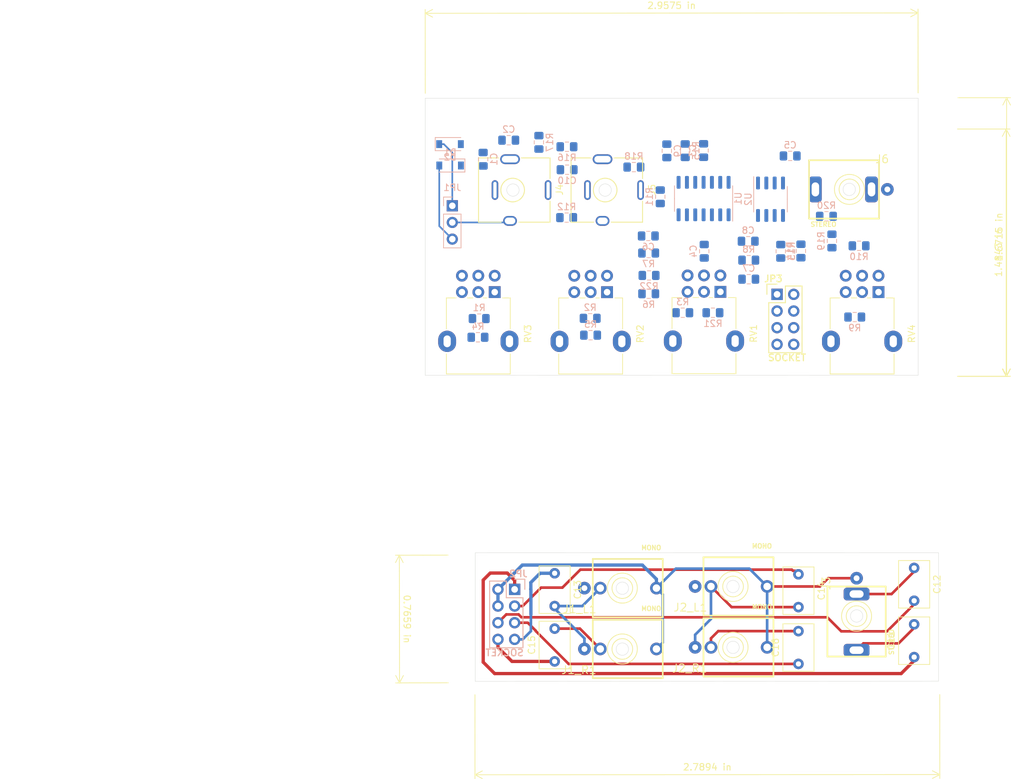
<source format=kicad_pcb>
(kicad_pcb (version 20171130) (host pcbnew 5.1.4+dfsg1-1)

  (general
    (thickness 1.6)
    (drawings 23)
    (tracks 83)
    (zones 0)
    (modules 57)
    (nets 53)
  )

  (page A4)
  (layers
    (0 F.Cu signal)
    (31 B.Cu signal)
    (32 B.Adhes user)
    (33 F.Adhes user)
    (34 B.Paste user)
    (35 F.Paste user)
    (36 B.SilkS user)
    (37 F.SilkS user)
    (38 B.Mask user)
    (39 F.Mask user)
    (40 Dwgs.User user)
    (41 Cmts.User user)
    (42 Eco1.User user)
    (43 Eco2.User user)
    (44 Edge.Cuts user)
    (45 Margin user)
    (46 B.CrtYd user)
    (47 F.CrtYd user)
    (48 B.Fab user)
    (49 F.Fab user)
  )

  (setup
    (last_trace_width 0.25)
    (user_trace_width 0.3)
    (user_trace_width 0.4)
    (user_trace_width 0.5)
    (user_trace_width 0.75)
    (user_trace_width 1.5)
    (trace_clearance 0.2)
    (zone_clearance 0.508)
    (zone_45_only no)
    (trace_min 0.2)
    (via_size 0.8)
    (via_drill 0.4)
    (via_min_size 0.4)
    (via_min_drill 0.3)
    (user_via 60 30)
    (uvia_size 0.3)
    (uvia_drill 0.1)
    (uvias_allowed no)
    (uvia_min_size 0.2)
    (uvia_min_drill 0.1)
    (edge_width 0.05)
    (segment_width 0.2)
    (pcb_text_width 0.3)
    (pcb_text_size 1.5 1.5)
    (mod_edge_width 0.12)
    (mod_text_size 1 1)
    (mod_text_width 0.15)
    (pad_size 1.524 1.524)
    (pad_drill 0.762)
    (pad_to_mask_clearance 0.051)
    (solder_mask_min_width 0.25)
    (aux_axis_origin 0 0)
    (visible_elements 7FFFFFFF)
    (pcbplotparams
      (layerselection 0x010fc_ffffffff)
      (usegerberextensions false)
      (usegerberattributes false)
      (usegerberadvancedattributes false)
      (creategerberjobfile false)
      (excludeedgelayer true)
      (linewidth 0.100000)
      (plotframeref false)
      (viasonmask false)
      (mode 1)
      (useauxorigin false)
      (hpglpennumber 1)
      (hpglpenspeed 20)
      (hpglpendiameter 15.000000)
      (psnegative false)
      (psa4output false)
      (plotreference true)
      (plotvalue true)
      (plotinvisibletext false)
      (padsonsilk false)
      (subtractmaskfromsilk false)
      (outputformat 1)
      (mirror false)
      (drillshape 1)
      (scaleselection 1)
      (outputdirectory ""))
  )

  (net 0 "")
  (net 1 +12V)
  (net 2 -12V)
  (net 3 "Net-(C6-Pad2)")
  (net 4 L_INV)
  (net 5 "Net-(C7-Pad2)")
  (net 6 R_INV)
  (net 7 "Net-(C9-Pad2)")
  (net 8 "Net-(C9-Pad1)")
  (net 9 "Net-(C10-Pad2)")
  (net 10 "Net-(C10-Pad1)")
  (net 11 "Net-(J5-Pad3)")
  (net 12 "Net-(J5-Pad2)")
  (net 13 "Net-(J6-Pad3)")
  (net 14 J1_INSERT)
  (net 15 "Net-(J1_L1-Pad2)")
  (net 16 J2_INSERT)
  (net 17 "Net-(J2_L1-Pad2)")
  (net 18 "Net-(R1-Pad2)")
  (net 19 "Net-(R2-Pad2)")
  (net 20 "Net-(R3-Pad2)")
  (net 21 "Net-(R4-Pad2)")
  (net 22 "Net-(R5-Pad2)")
  (net 23 "Net-(R6-Pad2)")
  (net 24 "Net-(R9-Pad2)")
  (net 25 "Net-(R13-Pad2)")
  (net 26 "Net-(R10-Pad2)")
  (net 27 "Net-(R10-Pad1)")
  (net 28 "Net-(R13-Pad1)")
  (net 29 "Net-(R14-Pad1)")
  (net 30 "Net-(J4-Pad3)")
  (net 31 "Net-(J4-Pad2)")
  (net 32 "Net-(J6-Pad1)")
  (net 33 GND_B)
  (net 34 J3_R_A)
  (net 35 J3_L_A)
  (net 36 J1_R_A)
  (net 37 J2_R_A)
  (net 38 GND)
  (net 39 J1_R_B)
  (net 40 J2_R_B)
  (net 41 J3_R_B)
  (net 42 J3_L_B)
  (net 43 J2_L_A)
  (net 44 J1_L_A)
  (net 45 "Net-(C11-Pad2)")
  (net 46 "Net-(C12-Pad1)")
  (net 47 J1_L_B)
  (net 48 J2_L_B)
  (net 49 "Net-(C15-Pad2)")
  (net 50 "Net-(C16-Pad2)")
  (net 51 +12V_in)
  (net 52 -12V_in)

  (net_class Default "This is the default net class."
    (clearance 0.2)
    (trace_width 0.25)
    (via_dia 0.8)
    (via_drill 0.4)
    (uvia_dia 0.3)
    (uvia_drill 0.1)
    (add_net +12V)
    (add_net +12V_in)
    (add_net -12V)
    (add_net -12V_in)
    (add_net GND)
    (add_net GND_B)
    (add_net J1_INSERT)
    (add_net J1_L_A)
    (add_net J1_L_B)
    (add_net J1_R_A)
    (add_net J1_R_B)
    (add_net J2_INSERT)
    (add_net J2_L_A)
    (add_net J2_L_B)
    (add_net J2_R_A)
    (add_net J2_R_B)
    (add_net J3_L_A)
    (add_net J3_L_B)
    (add_net J3_R_A)
    (add_net J3_R_B)
    (add_net L_INV)
    (add_net "Net-(C10-Pad1)")
    (add_net "Net-(C10-Pad2)")
    (add_net "Net-(C11-Pad2)")
    (add_net "Net-(C12-Pad1)")
    (add_net "Net-(C15-Pad2)")
    (add_net "Net-(C16-Pad2)")
    (add_net "Net-(C6-Pad2)")
    (add_net "Net-(C7-Pad2)")
    (add_net "Net-(C9-Pad1)")
    (add_net "Net-(C9-Pad2)")
    (add_net "Net-(J1_L1-Pad2)")
    (add_net "Net-(J2_L1-Pad2)")
    (add_net "Net-(J4-Pad2)")
    (add_net "Net-(J4-Pad3)")
    (add_net "Net-(J5-Pad2)")
    (add_net "Net-(J5-Pad3)")
    (add_net "Net-(J6-Pad1)")
    (add_net "Net-(J6-Pad3)")
    (add_net "Net-(R1-Pad2)")
    (add_net "Net-(R10-Pad1)")
    (add_net "Net-(R10-Pad2)")
    (add_net "Net-(R13-Pad1)")
    (add_net "Net-(R13-Pad2)")
    (add_net "Net-(R14-Pad1)")
    (add_net "Net-(R2-Pad2)")
    (add_net "Net-(R3-Pad2)")
    (add_net "Net-(R4-Pad2)")
    (add_net "Net-(R5-Pad2)")
    (add_net "Net-(R6-Pad2)")
    (add_net "Net-(R9-Pad2)")
    (add_net R_INV)
  )

  (module Eurocad:STPX-3501-3C-1 (layer F.Cu) (tedit 5E47773A) (tstamp 5E4E7A72)
    (at 150.12 148.83 90)
    (path /5ECFAA7B)
    (fp_text reference J3 (at 3.8354 -3.9116 90) (layer F.SilkS)
      (effects (font (size 1.2065 1.2065) (thickness 0.1524)) (justify left bottom))
    )
    (fp_text value STEREO (at -6.0198 5.7404 90) (layer F.SilkS)
      (effects (font (size 0.7 0.7) (thickness 0.1524)) (justify left bottom))
    )
    (fp_circle (center 0 0) (end 3.175 0) (layer Cmts.User) (width 0.0254))
    (fp_circle (center -0.0127 0) (end 1.5113 0) (layer Cmts.User) (width 0.1))
    (fp_circle (center -0.0127 0) (end 2.2733 0) (layer F.SilkS) (width 0.127))
    (fp_circle (center -0.0127 0) (end 1.5621 0) (layer F.SilkS) (width 0.127))
    (fp_line (start 4.4958 4.445) (end 4.4958 -4.445) (layer F.SilkS) (width 0.254))
    (fp_line (start -6.1722 4.445) (end 4.4958 4.445) (layer F.SilkS) (width 0.254))
    (fp_line (start -6.1722 -4.445) (end -6.1722 4.445) (layer F.SilkS) (width 0.254))
    (fp_line (start 4.4958 -4.445) (end -6.1722 -4.445) (layer F.SilkS) (width 0.254))
    (pad 3 thru_hole roundrect (at 3.3528 0 90) (size 1.9304 3.9304) (drill oval 1.143 2.143) (layers *.Cu *.Mask) (roundrect_rratio 0.25)
      (net 46 "Net-(C12-Pad1)") (solder_mask_margin 0.127))
    (pad 2 thru_hole circle (at 5.7658 0 90) (size 1.9304 1.9304) (drill 0.889) (layers *.Cu *.Mask)
      (net 33 GND_B) (solder_mask_margin 0.127))
    (pad 1 thru_hole roundrect (at -5.207 0 90) (size 1.9304 3.9304) (drill oval 1.143 2.143) (layers *.Cu *.Mask) (roundrect_rratio 0.25)
      (net 45 "Net-(C11-Pad2)") (solder_mask_margin 0.127))
    (model ${GDOC}/_lib/packages3d/PJ301M-12.WRL
      (offset (xyz -0.8889999866485596 0.4063999938964844 0))
      (scale (xyz 393 393 393))
      (rotate (xyz 0 0 -90))
    )
  )

  (module 4ms-footprints:PJ301M-12 (layer F.Cu) (tedit 5931A32F) (tstamp 5E4E7A64)
    (at 114.405 144.575 180)
    (path /5E43F231)
    (fp_text reference J1_L1 (at 3.8354 -3.9116) (layer F.SilkS)
      (effects (font (size 1.2065 1.2065) (thickness 0.1524)) (justify right bottom))
    )
    (fp_text value MONO (at -6.0198 5.7404) (layer F.SilkS)
      (effects (font (size 0.7 0.7) (thickness 0.1524)) (justify right bottom))
    )
    (fp_circle (center 0 0) (end 3.175 0) (layer Cmts.User) (width 0.0254))
    (fp_circle (center -0.0127 0) (end 1.5113 0) (layer Cmts.User) (width 0.1))
    (fp_circle (center -0.0127 0) (end 2.2733 0) (layer F.SilkS) (width 0.127))
    (fp_circle (center -0.0127 0) (end 1.5621 0) (layer F.SilkS) (width 0.127))
    (fp_line (start 4.4958 4.445) (end 4.4958 -4.445) (layer F.SilkS) (width 0.254))
    (fp_line (start -6.1722 4.445) (end 4.4958 4.445) (layer F.SilkS) (width 0.254))
    (fp_line (start -6.1722 -4.445) (end -6.1722 4.445) (layer F.SilkS) (width 0.254))
    (fp_line (start 4.4958 -4.445) (end -6.1722 -4.445) (layer F.SilkS) (width 0.254))
    (pad 3 thru_hole circle (at 3.3528 0 180) (size 1.9304 1.9304) (drill 1.143) (layers *.Cu *.Mask)
      (net 14 J1_INSERT) (solder_mask_margin 0.127))
    (pad 2 thru_hole circle (at 5.7658 0 180) (size 1.9304 1.9304) (drill 0.889) (layers *.Cu *.Mask)
      (net 15 "Net-(J1_L1-Pad2)") (solder_mask_margin 0.127))
    (pad 1 thru_hole circle (at -5.207 0 180) (size 1.9304 1.9304) (drill 1.143) (layers *.Cu *.Mask)
      (net 33 GND_B) (solder_mask_margin 0.127))
    (model ${GDOC}/_lib/packages3d/PJ301M-12.WRL
      (offset (xyz -0.8889999866485596 0.4063999938964844 0))
      (scale (xyz 393 393 393))
      (rotate (xyz 0 0 -90))
    )
  )

  (module Capacitor_THT:C_Rect_L7.0mm_W4.5mm_P5.00mm (layer F.Cu) (tedit 5AE50EF0) (tstamp 5E4E7A52)
    (at 141.26 142.47 270)
    (descr "C, Rect series, Radial, pin pitch=5.00mm, , length*width=7*4.5mm^2, Capacitor")
    (tags "C Rect series Radial pin pitch 5.00mm  length 7mm width 4.5mm Capacitor")
    (path /5EA7A2EC)
    (fp_text reference C14 (at 2.5 -3.5 90) (layer F.SilkS)
      (effects (font (size 1 1) (thickness 0.15)))
    )
    (fp_text value 1uF (at 2.5 3.5 90) (layer F.Fab)
      (effects (font (size 1 1) (thickness 0.15)))
    )
    (fp_line (start -1 -2.25) (end -1 2.25) (layer F.Fab) (width 0.1))
    (fp_line (start -1 2.25) (end 6 2.25) (layer F.Fab) (width 0.1))
    (fp_line (start 6 2.25) (end 6 -2.25) (layer F.Fab) (width 0.1))
    (fp_line (start 6 -2.25) (end -1 -2.25) (layer F.Fab) (width 0.1))
    (fp_line (start -1.12 -2.37) (end 6.12 -2.37) (layer F.SilkS) (width 0.12))
    (fp_line (start -1.12 2.37) (end 6.12 2.37) (layer F.SilkS) (width 0.12))
    (fp_line (start -1.12 -2.37) (end -1.12 2.37) (layer F.SilkS) (width 0.12))
    (fp_line (start 6.12 -2.37) (end 6.12 2.37) (layer F.SilkS) (width 0.12))
    (fp_line (start -1.25 -2.5) (end -1.25 2.5) (layer F.CrtYd) (width 0.05))
    (fp_line (start -1.25 2.5) (end 6.25 2.5) (layer F.CrtYd) (width 0.05))
    (fp_line (start 6.25 2.5) (end 6.25 -2.5) (layer F.CrtYd) (width 0.05))
    (fp_line (start 6.25 -2.5) (end -1.25 -2.5) (layer F.CrtYd) (width 0.05))
    (fp_text user %R (at 2.5 0 90) (layer F.Fab)
      (effects (font (size 1 1) (thickness 0.15)))
    )
    (pad 1 thru_hole circle (at 0 0 270) (size 1.6 1.6) (drill 0.8) (layers *.Cu *.Mask)
      (net 48 J2_L_B))
    (pad 2 thru_hole circle (at 5 0 270) (size 1.6 1.6) (drill 0.8) (layers *.Cu *.Mask)
      (net 16 J2_INSERT))
    (model ${KISYS3DMOD}/Capacitor_THT.3dshapes/C_Rect_L7.0mm_W4.5mm_P5.00mm.wrl
      (at (xyz 0 0 0))
      (scale (xyz 1 1 1))
      (rotate (xyz 0 0 0))
    )
  )

  (module 4ms-footprints:PJ301M-12 (layer F.Cu) (tedit 5931A32F) (tstamp 5E4E7A40)
    (at 114.405 153.85 180)
    (path /5E465604)
    (fp_text reference J1_R1 (at 3.8354 -3.9116) (layer F.SilkS)
      (effects (font (size 1.2065 1.2065) (thickness 0.1524)) (justify right bottom))
    )
    (fp_text value MONO (at -6.0198 5.7404) (layer F.SilkS)
      (effects (font (size 0.7 0.7) (thickness 0.1524)) (justify right bottom))
    )
    (fp_circle (center 0 0) (end 3.175 0) (layer Cmts.User) (width 0.0254))
    (fp_circle (center -0.0127 0) (end 1.5113 0) (layer Cmts.User) (width 0.1))
    (fp_circle (center -0.0127 0) (end 2.2733 0) (layer F.SilkS) (width 0.127))
    (fp_circle (center -0.0127 0) (end 1.5621 0) (layer F.SilkS) (width 0.127))
    (fp_line (start 4.4958 4.445) (end 4.4958 -4.445) (layer F.SilkS) (width 0.254))
    (fp_line (start -6.1722 4.445) (end 4.4958 4.445) (layer F.SilkS) (width 0.254))
    (fp_line (start -6.1722 -4.445) (end -6.1722 4.445) (layer F.SilkS) (width 0.254))
    (fp_line (start 4.4958 -4.445) (end -6.1722 -4.445) (layer F.SilkS) (width 0.254))
    (pad 3 thru_hole circle (at 3.3528 0 180) (size 1.9304 1.9304) (drill 1.143) (layers *.Cu *.Mask)
      (net 49 "Net-(C15-Pad2)") (solder_mask_margin 0.127))
    (pad 2 thru_hole circle (at 5.7658 0 180) (size 1.9304 1.9304) (drill 0.889) (layers *.Cu *.Mask)
      (net 14 J1_INSERT) (solder_mask_margin 0.127))
    (pad 1 thru_hole circle (at -5.207 0 180) (size 1.9304 1.9304) (drill 1.143) (layers *.Cu *.Mask)
      (net 33 GND_B) (solder_mask_margin 0.127))
    (model ${GDOC}/_lib/packages3d/PJ301M-12.WRL
      (offset (xyz -0.8889999866485596 0.4063999938964844 0))
      (scale (xyz 393 393 393))
      (rotate (xyz 0 0 -90))
    )
  )

  (module Capacitor_THT:C_Rect_L7.0mm_W4.5mm_P5.00mm (layer F.Cu) (tedit 5AE50EF0) (tstamp 5E4E7A25)
    (at 158.8966 141.5 270)
    (descr "C, Rect series, Radial, pin pitch=5.00mm, , length*width=7*4.5mm^2, Capacitor")
    (tags "C Rect series Radial pin pitch 5.00mm  length 7mm width 4.5mm Capacitor")
    (path /5E77E136)
    (fp_text reference C12 (at 2.5 -3.5 90) (layer F.SilkS)
      (effects (font (size 1 1) (thickness 0.15)))
    )
    (fp_text value 1uF (at 2.5 3.5 90) (layer F.Fab)
      (effects (font (size 1 1) (thickness 0.15)))
    )
    (fp_line (start -1 -2.25) (end -1 2.25) (layer F.Fab) (width 0.1))
    (fp_line (start -1 2.25) (end 6 2.25) (layer F.Fab) (width 0.1))
    (fp_line (start 6 2.25) (end 6 -2.25) (layer F.Fab) (width 0.1))
    (fp_line (start 6 -2.25) (end -1 -2.25) (layer F.Fab) (width 0.1))
    (fp_line (start -1.12 -2.37) (end 6.12 -2.37) (layer F.SilkS) (width 0.12))
    (fp_line (start -1.12 2.37) (end 6.12 2.37) (layer F.SilkS) (width 0.12))
    (fp_line (start -1.12 -2.37) (end -1.12 2.37) (layer F.SilkS) (width 0.12))
    (fp_line (start 6.12 -2.37) (end 6.12 2.37) (layer F.SilkS) (width 0.12))
    (fp_line (start -1.25 -2.5) (end -1.25 2.5) (layer F.CrtYd) (width 0.05))
    (fp_line (start -1.25 2.5) (end 6.25 2.5) (layer F.CrtYd) (width 0.05))
    (fp_line (start 6.25 2.5) (end 6.25 -2.5) (layer F.CrtYd) (width 0.05))
    (fp_line (start 6.25 -2.5) (end -1.25 -2.5) (layer F.CrtYd) (width 0.05))
    (fp_text user %R (at 2.5 0 90) (layer F.Fab)
      (effects (font (size 1 1) (thickness 0.15)))
    )
    (pad 1 thru_hole circle (at 0 0 270) (size 1.6 1.6) (drill 0.8) (layers *.Cu *.Mask)
      (net 46 "Net-(C12-Pad1)"))
    (pad 2 thru_hole circle (at 5 0 270) (size 1.6 1.6) (drill 0.8) (layers *.Cu *.Mask)
      (net 41 J3_R_B))
    (model ${KISYS3DMOD}/Capacitor_THT.3dshapes/C_Rect_L7.0mm_W4.5mm_P5.00mm.wrl
      (at (xyz 0 0 0))
      (scale (xyz 1 1 1))
      (rotate (xyz 0 0 0))
    )
  )

  (module Capacitor_THT:C_Rect_L7.0mm_W4.5mm_P5.00mm (layer F.Cu) (tedit 5AE50EF0) (tstamp 5E4E7A13)
    (at 104.101 142.31 270)
    (descr "C, Rect series, Radial, pin pitch=5.00mm, , length*width=7*4.5mm^2, Capacitor")
    (tags "C Rect series Radial pin pitch 5.00mm  length 7mm width 4.5mm Capacitor")
    (path /5E96373C)
    (fp_text reference C13 (at 2.5 -3.5 90) (layer F.SilkS)
      (effects (font (size 1 1) (thickness 0.15)))
    )
    (fp_text value 1uF (at 2.5 3.5 90) (layer F.Fab)
      (effects (font (size 1 1) (thickness 0.15)))
    )
    (fp_text user %R (at 2.5 0 90) (layer F.Fab)
      (effects (font (size 1 1) (thickness 0.15)))
    )
    (fp_line (start 6.25 -2.5) (end -1.25 -2.5) (layer F.CrtYd) (width 0.05))
    (fp_line (start 6.25 2.5) (end 6.25 -2.5) (layer F.CrtYd) (width 0.05))
    (fp_line (start -1.25 2.5) (end 6.25 2.5) (layer F.CrtYd) (width 0.05))
    (fp_line (start -1.25 -2.5) (end -1.25 2.5) (layer F.CrtYd) (width 0.05))
    (fp_line (start 6.12 -2.37) (end 6.12 2.37) (layer F.SilkS) (width 0.12))
    (fp_line (start -1.12 -2.37) (end -1.12 2.37) (layer F.SilkS) (width 0.12))
    (fp_line (start -1.12 2.37) (end 6.12 2.37) (layer F.SilkS) (width 0.12))
    (fp_line (start -1.12 -2.37) (end 6.12 -2.37) (layer F.SilkS) (width 0.12))
    (fp_line (start 6 -2.25) (end -1 -2.25) (layer F.Fab) (width 0.1))
    (fp_line (start 6 2.25) (end 6 -2.25) (layer F.Fab) (width 0.1))
    (fp_line (start -1 2.25) (end 6 2.25) (layer F.Fab) (width 0.1))
    (fp_line (start -1 -2.25) (end -1 2.25) (layer F.Fab) (width 0.1))
    (pad 2 thru_hole circle (at 5 0 270) (size 1.6 1.6) (drill 0.8) (layers *.Cu *.Mask)
      (net 14 J1_INSERT))
    (pad 1 thru_hole circle (at 0 0 270) (size 1.6 1.6) (drill 0.8) (layers *.Cu *.Mask)
      (net 47 J1_L_B))
    (model ${KISYS3DMOD}/Capacitor_THT.3dshapes/C_Rect_L7.0mm_W4.5mm_P5.00mm.wrl
      (at (xyz 0 0 0))
      (scale (xyz 1 1 1))
      (rotate (xyz 0 0 0))
    )
  )

  (module 4ms-footprints:Socket_2x4_2.54mm_TH (layer B.Cu) (tedit 59481A77) (tstamp 5E4E79FC)
    (at 98 144.77 180)
    (descr "Through hole pin header")
    (tags "pin header")
    (path /5E48A6AB)
    (fp_text reference JP2 (at -0.5674 2.385) (layer B.SilkS)
      (effects (font (size 1.016 1.016) (thickness 0.1905)) (justify mirror))
    )
    (fp_text value SOCKET (at 1.524 -9.652) (layer B.SilkS)
      (effects (font (size 1.016 1.016) (thickness 0.1905)) (justify mirror))
    )
    (fp_line (start -1.55 1.55) (end -1.55 0) (layer B.SilkS) (width 0.15))
    (fp_line (start 1.27 -1.27) (end -1.27 -1.27) (layer B.SilkS) (width 0.15))
    (fp_line (start 1.27 1.27) (end 1.27 -1.27) (layer B.SilkS) (width 0.15))
    (fp_line (start 0 1.55) (end -1.55 1.55) (layer B.SilkS) (width 0.15))
    (fp_line (start 3.81 1.27) (end 1.27 1.27) (layer B.SilkS) (width 0.15))
    (fp_line (start 3.81 -8.89) (end 3.81 1.27) (layer B.SilkS) (width 0.15))
    (fp_line (start -1.27 -8.89) (end 3.81 -8.89) (layer B.SilkS) (width 0.15))
    (fp_line (start -1.27 -1.27) (end -1.27 -8.89) (layer B.SilkS) (width 0.15))
    (fp_line (start -1.75 -9.4) (end 4.3 -9.4) (layer B.CrtYd) (width 0.05))
    (fp_line (start -1.75 1.75) (end 4.3 1.75) (layer B.CrtYd) (width 0.05))
    (fp_line (start 4.3 1.75) (end 4.3 -9.4) (layer B.CrtYd) (width 0.05))
    (fp_line (start -1.75 1.75) (end -1.75 -9.4) (layer B.CrtYd) (width 0.05))
    (pad 8 thru_hole oval (at 2.54 -7.62 180) (size 1.7272 1.7272) (drill 1.016) (layers *.Cu *.Mask)
      (net 39 J1_R_B))
    (pad 7 thru_hole oval (at 0 -7.62 180) (size 1.7272 1.7272) (drill 1.016) (layers *.Cu *.Mask)
      (net 47 J1_L_B))
    (pad 6 thru_hole oval (at 2.54 -5.08 180) (size 1.7272 1.7272) (drill 1.016) (layers *.Cu *.Mask)
      (net 41 J3_R_B))
    (pad 5 thru_hole oval (at 0 -5.08 180) (size 1.7272 1.7272) (drill 1.016) (layers *.Cu *.Mask)
      (net 40 J2_R_B))
    (pad 4 thru_hole oval (at 2.54 -2.54 180) (size 1.7272 1.7272) (drill 1.016) (layers *.Cu *.Mask)
      (net 33 GND_B))
    (pad 3 thru_hole oval (at 0 -2.54 180) (size 1.7272 1.7272) (drill 1.016) (layers *.Cu *.Mask)
      (net 48 J2_L_B))
    (pad 2 thru_hole oval (at 2.54 0 180) (size 1.7272 1.7272) (drill 1.016) (layers *.Cu *.Mask)
      (net 33 GND_B))
    (pad 1 thru_hole rect (at 0 0 180) (size 1.7272 1.7272) (drill 1.016) (layers *.Cu *.Mask)
      (net 42 J3_L_B))
    (model Pin_Headers.3dshapes/Pin_Header_Straight_2x04.wrl
      (offset (xyz 1.269999980926514 -3.809999942779541 0))
      (scale (xyz 1 1 1))
      (rotate (xyz 0 0 90))
    )
  )

  (module Capacitor_THT:C_Rect_L7.0mm_W4.5mm_P5.00mm (layer F.Cu) (tedit 5AE50EF0) (tstamp 5E4E79EA)
    (at 158.8966 155.09 90)
    (descr "C, Rect series, Radial, pin pitch=5.00mm, , length*width=7*4.5mm^2, Capacitor")
    (tags "C Rect series Radial pin pitch 5.00mm  length 7mm width 4.5mm Capacitor")
    (path /5E6EE0E9)
    (fp_text reference C11 (at 2.5 -3.5 90) (layer F.SilkS)
      (effects (font (size 1 1) (thickness 0.15)))
    )
    (fp_text value 1uF (at 2.5 3.5 90) (layer F.Fab)
      (effects (font (size 1 1) (thickness 0.15)))
    )
    (fp_line (start -1 -2.25) (end -1 2.25) (layer F.Fab) (width 0.1))
    (fp_line (start -1 2.25) (end 6 2.25) (layer F.Fab) (width 0.1))
    (fp_line (start 6 2.25) (end 6 -2.25) (layer F.Fab) (width 0.1))
    (fp_line (start 6 -2.25) (end -1 -2.25) (layer F.Fab) (width 0.1))
    (fp_line (start -1.12 -2.37) (end 6.12 -2.37) (layer F.SilkS) (width 0.12))
    (fp_line (start -1.12 2.37) (end 6.12 2.37) (layer F.SilkS) (width 0.12))
    (fp_line (start -1.12 -2.37) (end -1.12 2.37) (layer F.SilkS) (width 0.12))
    (fp_line (start 6.12 -2.37) (end 6.12 2.37) (layer F.SilkS) (width 0.12))
    (fp_line (start -1.25 -2.5) (end -1.25 2.5) (layer F.CrtYd) (width 0.05))
    (fp_line (start -1.25 2.5) (end 6.25 2.5) (layer F.CrtYd) (width 0.05))
    (fp_line (start 6.25 2.5) (end 6.25 -2.5) (layer F.CrtYd) (width 0.05))
    (fp_line (start 6.25 -2.5) (end -1.25 -2.5) (layer F.CrtYd) (width 0.05))
    (fp_text user %R (at 2.5 0 90) (layer F.Fab)
      (effects (font (size 1 1) (thickness 0.15)))
    )
    (pad 1 thru_hole circle (at 0 0 90) (size 1.6 1.6) (drill 0.8) (layers *.Cu *.Mask)
      (net 42 J3_L_B))
    (pad 2 thru_hole circle (at 5 0 90) (size 1.6 1.6) (drill 0.8) (layers *.Cu *.Mask)
      (net 45 "Net-(C11-Pad2)"))
    (model ${KISYS3DMOD}/Capacitor_THT.3dshapes/C_Rect_L7.0mm_W4.5mm_P5.00mm.wrl
      (at (xyz 0 0 0))
      (scale (xyz 1 1 1))
      (rotate (xyz 0 0 0))
    )
  )

  (module Capacitor_THT:C_Rect_L7.0mm_W4.5mm_P5.00mm (layer F.Cu) (tedit 5AE50EF0) (tstamp 5E4E79D5)
    (at 104.101 155.75 90)
    (descr "C, Rect series, Radial, pin pitch=5.00mm, , length*width=7*4.5mm^2, Capacitor")
    (tags "C Rect series Radial pin pitch 5.00mm  length 7mm width 4.5mm Capacitor")
    (path /5EB9648D)
    (fp_text reference C15 (at 2.5 -3.5 90) (layer F.SilkS)
      (effects (font (size 1 1) (thickness 0.15)))
    )
    (fp_text value 1uF (at 2.5 3.5 90) (layer F.Fab)
      (effects (font (size 1 1) (thickness 0.15)))
    )
    (fp_text user %R (at 2.5 0 90) (layer F.Fab)
      (effects (font (size 1 1) (thickness 0.15)))
    )
    (fp_line (start 6.25 -2.5) (end -1.25 -2.5) (layer F.CrtYd) (width 0.05))
    (fp_line (start 6.25 2.5) (end 6.25 -2.5) (layer F.CrtYd) (width 0.05))
    (fp_line (start -1.25 2.5) (end 6.25 2.5) (layer F.CrtYd) (width 0.05))
    (fp_line (start -1.25 -2.5) (end -1.25 2.5) (layer F.CrtYd) (width 0.05))
    (fp_line (start 6.12 -2.37) (end 6.12 2.37) (layer F.SilkS) (width 0.12))
    (fp_line (start -1.12 -2.37) (end -1.12 2.37) (layer F.SilkS) (width 0.12))
    (fp_line (start -1.12 2.37) (end 6.12 2.37) (layer F.SilkS) (width 0.12))
    (fp_line (start -1.12 -2.37) (end 6.12 -2.37) (layer F.SilkS) (width 0.12))
    (fp_line (start 6 -2.25) (end -1 -2.25) (layer F.Fab) (width 0.1))
    (fp_line (start 6 2.25) (end 6 -2.25) (layer F.Fab) (width 0.1))
    (fp_line (start -1 2.25) (end 6 2.25) (layer F.Fab) (width 0.1))
    (fp_line (start -1 -2.25) (end -1 2.25) (layer F.Fab) (width 0.1))
    (pad 2 thru_hole circle (at 5 0 90) (size 1.6 1.6) (drill 0.8) (layers *.Cu *.Mask)
      (net 49 "Net-(C15-Pad2)"))
    (pad 1 thru_hole circle (at 0 0 90) (size 1.6 1.6) (drill 0.8) (layers *.Cu *.Mask)
      (net 39 J1_R_B))
    (model ${KISYS3DMOD}/Capacitor_THT.3dshapes/C_Rect_L7.0mm_W4.5mm_P5.00mm.wrl
      (at (xyz 0 0 0))
      (scale (xyz 1 1 1))
      (rotate (xyz 0 0 0))
    )
  )

  (module Capacitor_THT:C_Rect_L7.0mm_W4.5mm_P5.00mm (layer F.Cu) (tedit 5AE50EF0) (tstamp 5E4E799A)
    (at 141.26 156.13 90)
    (descr "C, Rect series, Radial, pin pitch=5.00mm, , length*width=7*4.5mm^2, Capacitor")
    (tags "C Rect series Radial pin pitch 5.00mm  length 7mm width 4.5mm Capacitor")
    (path /5ED55C6A)
    (fp_text reference C16 (at 2.5 -3.5 90) (layer F.SilkS)
      (effects (font (size 1 1) (thickness 0.15)))
    )
    (fp_text value 1uF (at 2.5 3.5 90) (layer F.Fab)
      (effects (font (size 1 1) (thickness 0.15)))
    )
    (fp_line (start -1 -2.25) (end -1 2.25) (layer F.Fab) (width 0.1))
    (fp_line (start -1 2.25) (end 6 2.25) (layer F.Fab) (width 0.1))
    (fp_line (start 6 2.25) (end 6 -2.25) (layer F.Fab) (width 0.1))
    (fp_line (start 6 -2.25) (end -1 -2.25) (layer F.Fab) (width 0.1))
    (fp_line (start -1.12 -2.37) (end 6.12 -2.37) (layer F.SilkS) (width 0.12))
    (fp_line (start -1.12 2.37) (end 6.12 2.37) (layer F.SilkS) (width 0.12))
    (fp_line (start -1.12 -2.37) (end -1.12 2.37) (layer F.SilkS) (width 0.12))
    (fp_line (start 6.12 -2.37) (end 6.12 2.37) (layer F.SilkS) (width 0.12))
    (fp_line (start -1.25 -2.5) (end -1.25 2.5) (layer F.CrtYd) (width 0.05))
    (fp_line (start -1.25 2.5) (end 6.25 2.5) (layer F.CrtYd) (width 0.05))
    (fp_line (start 6.25 2.5) (end 6.25 -2.5) (layer F.CrtYd) (width 0.05))
    (fp_line (start 6.25 -2.5) (end -1.25 -2.5) (layer F.CrtYd) (width 0.05))
    (fp_text user %R (at 2.5 0 90) (layer F.Fab)
      (effects (font (size 1 1) (thickness 0.15)))
    )
    (pad 1 thru_hole circle (at 0 0 90) (size 1.6 1.6) (drill 0.8) (layers *.Cu *.Mask)
      (net 40 J2_R_B))
    (pad 2 thru_hole circle (at 5 0 90) (size 1.6 1.6) (drill 0.8) (layers *.Cu *.Mask)
      (net 50 "Net-(C16-Pad2)"))
    (model ${KISYS3DMOD}/Capacitor_THT.3dshapes/C_Rect_L7.0mm_W4.5mm_P5.00mm.wrl
      (at (xyz 0 0 0))
      (scale (xyz 1 1 1))
      (rotate (xyz 0 0 0))
    )
  )

  (module 4ms-footprints:PJ301M-12 (layer F.Cu) (tedit 5931A32F) (tstamp 5E4E798B)
    (at 131.28 153.6 180)
    (path /5E46560E)
    (fp_text reference J2_R1 (at 3.8354 -3.9116) (layer F.SilkS)
      (effects (font (size 1.2065 1.2065) (thickness 0.1524)) (justify right bottom))
    )
    (fp_text value MONO (at -6.0198 5.7404) (layer F.SilkS)
      (effects (font (size 0.7 0.7) (thickness 0.1524)) (justify right bottom))
    )
    (fp_line (start 4.4958 -4.445) (end -6.1722 -4.445) (layer F.SilkS) (width 0.254))
    (fp_line (start -6.1722 -4.445) (end -6.1722 4.445) (layer F.SilkS) (width 0.254))
    (fp_line (start -6.1722 4.445) (end 4.4958 4.445) (layer F.SilkS) (width 0.254))
    (fp_line (start 4.4958 4.445) (end 4.4958 -4.445) (layer F.SilkS) (width 0.254))
    (fp_circle (center -0.0127 0) (end 1.5621 0) (layer F.SilkS) (width 0.127))
    (fp_circle (center -0.0127 0) (end 2.2733 0) (layer F.SilkS) (width 0.127))
    (fp_circle (center -0.0127 0) (end 1.5113 0) (layer Cmts.User) (width 0.1))
    (fp_circle (center 0 0) (end 3.175 0) (layer Cmts.User) (width 0.0254))
    (pad 1 thru_hole circle (at -5.207 0 180) (size 1.9304 1.9304) (drill 1.143) (layers *.Cu *.Mask)
      (net 33 GND_B) (solder_mask_margin 0.127))
    (pad 2 thru_hole circle (at 5.7658 0 180) (size 1.9304 1.9304) (drill 0.889) (layers *.Cu *.Mask)
      (net 16 J2_INSERT) (solder_mask_margin 0.127))
    (pad 3 thru_hole circle (at 3.3528 0 180) (size 1.9304 1.9304) (drill 1.143) (layers *.Cu *.Mask)
      (net 50 "Net-(C16-Pad2)") (solder_mask_margin 0.127))
    (model ${GDOC}/_lib/packages3d/PJ301M-12.WRL
      (offset (xyz -0.8889999866485596 0.4063999938964844 0))
      (scale (xyz 393 393 393))
      (rotate (xyz 0 0 -90))
    )
  )

  (module 4ms-footprints:PJ301M-12 (layer F.Cu) (tedit 5931A32F) (tstamp 5E4E7973)
    (at 131.28 144.325 180)
    (path /5E440919)
    (fp_text reference J2_L1 (at 3.8354 -3.9116) (layer F.SilkS)
      (effects (font (size 1.2065 1.2065) (thickness 0.1524)) (justify right bottom))
    )
    (fp_text value MONO (at -6.0198 5.7404) (layer F.SilkS)
      (effects (font (size 0.7 0.7) (thickness 0.1524)) (justify right bottom))
    )
    (fp_line (start 4.4958 -4.445) (end -6.1722 -4.445) (layer F.SilkS) (width 0.254))
    (fp_line (start -6.1722 -4.445) (end -6.1722 4.445) (layer F.SilkS) (width 0.254))
    (fp_line (start -6.1722 4.445) (end 4.4958 4.445) (layer F.SilkS) (width 0.254))
    (fp_line (start 4.4958 4.445) (end 4.4958 -4.445) (layer F.SilkS) (width 0.254))
    (fp_circle (center -0.0127 0) (end 1.5621 0) (layer F.SilkS) (width 0.127))
    (fp_circle (center -0.0127 0) (end 2.2733 0) (layer F.SilkS) (width 0.127))
    (fp_circle (center -0.0127 0) (end 1.5113 0) (layer Cmts.User) (width 0.1))
    (fp_circle (center 0 0) (end 3.175 0) (layer Cmts.User) (width 0.0254))
    (pad 1 thru_hole circle (at -5.207 0 180) (size 1.9304 1.9304) (drill 1.143) (layers *.Cu *.Mask)
      (net 33 GND_B) (solder_mask_margin 0.127))
    (pad 2 thru_hole circle (at 5.7658 0 180) (size 1.9304 1.9304) (drill 0.889) (layers *.Cu *.Mask)
      (net 17 "Net-(J2_L1-Pad2)") (solder_mask_margin 0.127))
    (pad 3 thru_hole circle (at 3.3528 0 180) (size 1.9304 1.9304) (drill 1.143) (layers *.Cu *.Mask)
      (net 16 J2_INSERT) (solder_mask_margin 0.127))
    (model ${GDOC}/_lib/packages3d/PJ301M-12.WRL
      (offset (xyz -0.8889999866485596 0.4063999938964844 0))
      (scale (xyz 393 393 393))
      (rotate (xyz 0 0 -90))
    )
  )

  (module Eurocad:EighthInch_PJ301BM_CC_FIXED (layer F.Cu) (tedit 5E0EF0D8) (tstamp 5E46E63F)
    (at 109.1 83.9 270)
    (path /5E47F384)
    (fp_text reference J5 (at -0.05 -9.85 90) (layer F.SilkS)
      (effects (font (size 1 1) (thickness 0.15)))
    )
    (fp_text value MONO (at 0.05 3.45 90) (layer F.Fab)
      (effects (font (size 1 1) (thickness 0.15)))
    )
    (fp_circle (center 0 -2.7) (end 1.8 -2.7) (layer F.SilkS) (width 0.15))
    (fp_line (start -4.9 2.5) (end 4.9 2.5) (layer F.SilkS) (width 0.15))
    (fp_line (start -4.9 2.5) (end -4.9 -0.55) (layer F.SilkS) (width 0.15))
    (fp_line (start 4.9 2.5) (end 4.9 -0.95) (layer F.SilkS) (width 0.15))
    (fp_line (start -4.9 -8.4) (end -4.9 -4.05) (layer F.SilkS) (width 0.15))
    (fp_line (start 4.9 -8.4) (end 4.9 -3.65) (layer F.SilkS) (width 0.15))
    (fp_line (start -4.9 -8.4) (end -1.75 -8.4) (layer F.SilkS) (width 0.15))
    (fp_line (start 4.9 -8.4) (end 1.7 -8.4) (layer F.SilkS) (width 0.15))
    (pad 1 thru_hole oval (at 4.7 -2.3 270) (size 1.5 2.1) (drill oval 1 1.6) (layers *.Cu *.Mask)
      (net 38 GND))
    (pad 1 thru_hole oval (at -4.7 -2.3 270) (size 1.5 3) (drill oval 1 2.5) (layers *.Cu *.Mask)
      (net 38 GND))
    (pad 3 thru_hole oval (at 0 -8.1 270) (size 3 1) (drill oval 2.5 0.5) (layers *.Cu *.Mask)
      (net 11 "Net-(J5-Pad3)"))
    (pad 2 thru_hole oval (at 0 0 270) (size 3 1) (drill oval 2.5 0.5) (layers *.Cu *.Mask)
      (net 12 "Net-(J5-Pad2)"))
  )

  (module Eurocad:EighthInch_PJ301BM_CC_FIXED (layer F.Cu) (tedit 5E0EF0D8) (tstamp 5E46E5B8)
    (at 95 83.9 270)
    (path /5E47F37A)
    (fp_text reference J4 (at -0.05 -9.85 90) (layer F.SilkS)
      (effects (font (size 1 1) (thickness 0.15)))
    )
    (fp_text value MONO (at 0.05 3.45 90) (layer F.Fab)
      (effects (font (size 1 1) (thickness 0.15)))
    )
    (fp_circle (center 0 -2.7) (end 1.8 -2.7) (layer F.SilkS) (width 0.15))
    (fp_line (start -4.9 2.5) (end 4.9 2.5) (layer F.SilkS) (width 0.15))
    (fp_line (start -4.9 2.5) (end -4.9 -0.55) (layer F.SilkS) (width 0.15))
    (fp_line (start 4.9 2.5) (end 4.9 -0.95) (layer F.SilkS) (width 0.15))
    (fp_line (start -4.9 -8.4) (end -4.9 -4.05) (layer F.SilkS) (width 0.15))
    (fp_line (start 4.9 -8.4) (end 4.9 -3.65) (layer F.SilkS) (width 0.15))
    (fp_line (start -4.9 -8.4) (end -1.75 -8.4) (layer F.SilkS) (width 0.15))
    (fp_line (start 4.9 -8.4) (end 1.7 -8.4) (layer F.SilkS) (width 0.15))
    (pad 1 thru_hole oval (at 4.7 -2.3 270) (size 1.5 2.1) (drill oval 1 1.6) (layers *.Cu *.Mask)
      (net 38 GND))
    (pad 1 thru_hole oval (at -4.7 -2.3 270) (size 1.5 3) (drill oval 1 2.5) (layers *.Cu *.Mask)
      (net 38 GND))
    (pad 3 thru_hole oval (at 0 -8.1 270) (size 3 1) (drill oval 2.5 0.5) (layers *.Cu *.Mask)
      (net 30 "Net-(J4-Pad3)"))
    (pad 2 thru_hole oval (at 0 0 270) (size 3 1) (drill oval 2.5 0.5) (layers *.Cu *.Mask)
      (net 31 "Net-(J4-Pad2)"))
  )

  (module Potentiometer_THT:Potentiometer_Alpha_RD902F-40-00D_Dual_Vertical (layer F.Cu) (tedit 5C6DD7F9) (tstamp 5E4DC313)
    (at 129.3622 99.4156 270)
    (descr "Potentiometer, vertical, 9mm, dual, http://www.taiwanalpha.com.tw/downloads?target=products&id=113")
    (tags "potentiometer vertical 9mm dual")
    (path /5E49E8B2)
    (fp_text reference RV1 (at 6.35 -5.06 270) (layer F.SilkS)
      (effects (font (size 1 1) (thickness 0.15)))
    )
    (fp_text value A100k (at 0 10.16 270) (layer F.Fab)
      (effects (font (size 1 1) (thickness 0.15)))
    )
    (fp_line (start 0.88 4.16) (end 0.88 3.33) (layer F.SilkS) (width 0.12))
    (fp_line (start 0.88 1.71) (end 0.88 1.18) (layer F.SilkS) (width 0.12))
    (fp_line (start 0.88 -1.19) (end 0.88 -2.37) (layer F.SilkS) (width 0.12))
    (fp_line (start 0.88 7.37) (end 5.6 7.37) (layer F.SilkS) (width 0.12))
    (fp_line (start 9.41 -2.37) (end 12.47 -2.37) (layer F.SilkS) (width 0.12))
    (fp_line (start 1 7.25) (end 12.35 7.25) (layer F.Fab) (width 0.1))
    (fp_line (start 1 -2.25) (end 12.35 -2.25) (layer F.Fab) (width 0.1))
    (fp_line (start 12.35 7.25) (end 12.35 -2.25) (layer F.Fab) (width 0.1))
    (fp_line (start 1 7.25) (end 1 -2.25) (layer F.Fab) (width 0.1))
    (fp_circle (center 7.5 2.5) (end 7.5 -1) (layer F.Fab) (width 0.1))
    (fp_line (start 0.88 -2.37) (end 5.6 -2.37) (layer F.SilkS) (width 0.12))
    (fp_line (start 9.41 7.37) (end 12.47 7.37) (layer F.SilkS) (width 0.12))
    (fp_line (start 0.88 7.37) (end 0.88 5.88) (layer F.SilkS) (width 0.12))
    (fp_line (start 12.47 7.37) (end 12.47 -2.37) (layer F.SilkS) (width 0.12))
    (fp_line (start 12.6 8.86) (end 12.6 -3.86) (layer F.CrtYd) (width 0.05))
    (fp_line (start 12.6 -3.86) (end -3.65 -3.86) (layer F.CrtYd) (width 0.05))
    (fp_line (start -3.65 -3.86) (end -3.65 8.86) (layer F.CrtYd) (width 0.05))
    (fp_line (start -3.65 8.86) (end 12.6 8.86) (layer F.CrtYd) (width 0.05))
    (fp_text user %R (at 7.62 2.54 90) (layer F.Fab)
      (effects (font (size 1 1) (thickness 0.15)))
    )
    (pad 4 thru_hole circle (at -2.5 0) (size 1.8 1.8) (drill 1) (layers *.Cu *.Mask)
      (net 38 GND))
    (pad 5 thru_hole circle (at -2.5 2.5) (size 1.8 1.8) (drill 1) (layers *.Cu *.Mask)
      (net 23 "Net-(R6-Pad2)"))
    (pad 6 thru_hole circle (at -2.5 5) (size 1.8 1.8) (drill 1) (layers *.Cu *.Mask)
      (net 34 J3_R_A))
    (pad "" thru_hole oval (at 7.5 -2.25) (size 2.72 3.24) (drill oval 1.1 1.8) (layers *.Cu *.Mask))
    (pad "" thru_hole oval (at 7.5 7.25) (size 2.72 3.24) (drill oval 1.1 1.8) (layers *.Cu *.Mask))
    (pad 3 thru_hole circle (at 0 5) (size 1.8 1.8) (drill 1) (layers *.Cu *.Mask)
      (net 35 J3_L_A))
    (pad 2 thru_hole circle (at 0 2.5) (size 1.8 1.8) (drill 1) (layers *.Cu *.Mask)
      (net 20 "Net-(R3-Pad2)"))
    (pad 1 thru_hole rect (at 0 0) (size 1.8 1.8) (drill 1) (layers *.Cu *.Mask)
      (net 38 GND))
    (model ${KISYS3DMOD}/Potentiometer_THT.3dshapes/Potentiometer_Alpha_RD902F-40-00D_Dual_Vertical.wrl
      (at (xyz 0 0 0))
      (scale (xyz 1 1 1))
      (rotate (xyz 0 0 0))
    )
  )

  (module Resistor_SMD:R_0805_2012Metric_Pad1.15x1.40mm_HandSolder (layer B.Cu) (tedit 5B36C52B) (tstamp 5E4DC2F4)
    (at 118.487 96.9136)
    (descr "Resistor SMD 0805 (2012 Metric), square (rectangular) end terminal, IPC_7351 nominal with elongated pad for handsoldering. (Body size source: https://docs.google.com/spreadsheets/d/1BsfQQcO9C6DZCsRaXUlFlo91Tg2WpOkGARC1WS5S8t0/edit?usp=sharing), generated with kicad-footprint-generator")
    (tags "resistor handsolder")
    (path /5E88C5BF)
    (attr smd)
    (fp_text reference R22 (at 0 1.65) (layer B.SilkS)
      (effects (font (size 1 1) (thickness 0.15)) (justify mirror))
    )
    (fp_text value 2M (at 0 -1.65) (layer B.Fab)
      (effects (font (size 1 1) (thickness 0.15)) (justify mirror))
    )
    (fp_text user %R (at 0 0) (layer B.Fab)
      (effects (font (size 0.5 0.5) (thickness 0.08)) (justify mirror))
    )
    (fp_line (start 1.85 -0.95) (end -1.85 -0.95) (layer B.CrtYd) (width 0.05))
    (fp_line (start 1.85 0.95) (end 1.85 -0.95) (layer B.CrtYd) (width 0.05))
    (fp_line (start -1.85 0.95) (end 1.85 0.95) (layer B.CrtYd) (width 0.05))
    (fp_line (start -1.85 -0.95) (end -1.85 0.95) (layer B.CrtYd) (width 0.05))
    (fp_line (start -0.261252 -0.71) (end 0.261252 -0.71) (layer B.SilkS) (width 0.12))
    (fp_line (start -0.261252 0.71) (end 0.261252 0.71) (layer B.SilkS) (width 0.12))
    (fp_line (start 1 -0.6) (end -1 -0.6) (layer B.Fab) (width 0.1))
    (fp_line (start 1 0.6) (end 1 -0.6) (layer B.Fab) (width 0.1))
    (fp_line (start -1 0.6) (end 1 0.6) (layer B.Fab) (width 0.1))
    (fp_line (start -1 -0.6) (end -1 0.6) (layer B.Fab) (width 0.1))
    (pad 2 smd roundrect (at 1.025 0) (size 1.15 1.4) (layers B.Cu B.Paste B.Mask) (roundrect_rratio 0.217391)
      (net 38 GND))
    (pad 1 smd roundrect (at -1.025 0) (size 1.15 1.4) (layers B.Cu B.Paste B.Mask) (roundrect_rratio 0.217391)
      (net 5 "Net-(C7-Pad2)"))
    (model ${KISYS3DMOD}/Resistor_SMD.3dshapes/R_0805_2012Metric.wrl
      (at (xyz 0 0 0))
      (scale (xyz 1 1 1))
      (rotate (xyz 0 0 0))
    )
  )

  (module Resistor_SMD:R_0805_2012Metric_Pad1.15x1.40mm_HandSolder (layer B.Cu) (tedit 5B36C52B) (tstamp 5E4DC2E3)
    (at 128.225 102.6)
    (descr "Resistor SMD 0805 (2012 Metric), square (rectangular) end terminal, IPC_7351 nominal with elongated pad for handsoldering. (Body size source: https://docs.google.com/spreadsheets/d/1BsfQQcO9C6DZCsRaXUlFlo91Tg2WpOkGARC1WS5S8t0/edit?usp=sharing), generated with kicad-footprint-generator")
    (tags "resistor handsolder")
    (path /5E7D01B2)
    (attr smd)
    (fp_text reference R21 (at 0 1.65) (layer B.SilkS)
      (effects (font (size 1 1) (thickness 0.15)) (justify mirror))
    )
    (fp_text value 2M (at 0 -1.65) (layer B.Fab)
      (effects (font (size 1 1) (thickness 0.15)) (justify mirror))
    )
    (fp_text user %R (at 0 0) (layer B.Fab)
      (effects (font (size 0.5 0.5) (thickness 0.08)) (justify mirror))
    )
    (fp_line (start 1.85 -0.95) (end -1.85 -0.95) (layer B.CrtYd) (width 0.05))
    (fp_line (start 1.85 0.95) (end 1.85 -0.95) (layer B.CrtYd) (width 0.05))
    (fp_line (start -1.85 0.95) (end 1.85 0.95) (layer B.CrtYd) (width 0.05))
    (fp_line (start -1.85 -0.95) (end -1.85 0.95) (layer B.CrtYd) (width 0.05))
    (fp_line (start -0.261252 -0.71) (end 0.261252 -0.71) (layer B.SilkS) (width 0.12))
    (fp_line (start -0.261252 0.71) (end 0.261252 0.71) (layer B.SilkS) (width 0.12))
    (fp_line (start 1 -0.6) (end -1 -0.6) (layer B.Fab) (width 0.1))
    (fp_line (start 1 0.6) (end 1 -0.6) (layer B.Fab) (width 0.1))
    (fp_line (start -1 0.6) (end 1 0.6) (layer B.Fab) (width 0.1))
    (fp_line (start -1 -0.6) (end -1 0.6) (layer B.Fab) (width 0.1))
    (pad 2 smd roundrect (at 1.025 0) (size 1.15 1.4) (layers B.Cu B.Paste B.Mask) (roundrect_rratio 0.217391)
      (net 38 GND))
    (pad 1 smd roundrect (at -1.025 0) (size 1.15 1.4) (layers B.Cu B.Paste B.Mask) (roundrect_rratio 0.217391)
      (net 3 "Net-(C6-Pad2)"))
    (model ${KISYS3DMOD}/Resistor_SMD.3dshapes/R_0805_2012Metric.wrl
      (at (xyz 0 0 0))
      (scale (xyz 1 1 1))
      (rotate (xyz 0 0 0))
    )
  )

  (module Resistor_SMD:R_0805_2012Metric_Pad1.15x1.40mm_HandSolder (layer B.Cu) (tedit 5B36C52B) (tstamp 5E4276E9)
    (at 123.625 102.6 180)
    (descr "Resistor SMD 0805 (2012 Metric), square (rectangular) end terminal, IPC_7351 nominal with elongated pad for handsoldering. (Body size source: https://docs.google.com/spreadsheets/d/1BsfQQcO9C6DZCsRaXUlFlo91Tg2WpOkGARC1WS5S8t0/edit?usp=sharing), generated with kicad-footprint-generator")
    (tags "resistor handsolder")
    (path /5E454BED)
    (attr smd)
    (fp_text reference R3 (at 0 1.65) (layer B.SilkS)
      (effects (font (size 1 1) (thickness 0.15)) (justify mirror))
    )
    (fp_text value 47k (at 0.0799 -1.6129) (layer B.Fab)
      (effects (font (size 1 1) (thickness 0.15)) (justify mirror))
    )
    (fp_text user %R (at 0 0) (layer B.Fab)
      (effects (font (size 0.5 0.5) (thickness 0.08)) (justify mirror))
    )
    (fp_line (start 1.85 -0.95) (end -1.85 -0.95) (layer B.CrtYd) (width 0.05))
    (fp_line (start 1.85 0.95) (end 1.85 -0.95) (layer B.CrtYd) (width 0.05))
    (fp_line (start -1.85 0.95) (end 1.85 0.95) (layer B.CrtYd) (width 0.05))
    (fp_line (start -1.85 -0.95) (end -1.85 0.95) (layer B.CrtYd) (width 0.05))
    (fp_line (start -0.261252 -0.71) (end 0.261252 -0.71) (layer B.SilkS) (width 0.12))
    (fp_line (start -0.261252 0.71) (end 0.261252 0.71) (layer B.SilkS) (width 0.12))
    (fp_line (start 1 -0.6) (end -1 -0.6) (layer B.Fab) (width 0.1))
    (fp_line (start 1 0.6) (end 1 -0.6) (layer B.Fab) (width 0.1))
    (fp_line (start -1 0.6) (end 1 0.6) (layer B.Fab) (width 0.1))
    (fp_line (start -1 -0.6) (end -1 0.6) (layer B.Fab) (width 0.1))
    (pad 2 smd roundrect (at 1.025 0 180) (size 1.15 1.4) (layers B.Cu B.Paste B.Mask) (roundrect_rratio 0.217391)
      (net 20 "Net-(R3-Pad2)"))
    (pad 1 smd roundrect (at -1.025 0 180) (size 1.15 1.4) (layers B.Cu B.Paste B.Mask) (roundrect_rratio 0.217391)
      (net 3 "Net-(C6-Pad2)"))
    (model ${KISYS3DMOD}/Resistor_SMD.3dshapes/R_0805_2012Metric.wrl
      (at (xyz 0 0 0))
      (scale (xyz 1 1 1))
      (rotate (xyz 0 0 0))
    )
  )

  (module Potentiometer_THT:Potentiometer_Alpha_RD902F-40-00D_Dual_Vertical (layer F.Cu) (tedit 5C6DD7F9) (tstamp 5E4DA70A)
    (at 112.0902 99.4664 270)
    (descr "Potentiometer, vertical, 9mm, dual, http://www.taiwanalpha.com.tw/downloads?target=products&id=113")
    (tags "potentiometer vertical 9mm dual")
    (path /5E4EC89C)
    (fp_text reference RV2 (at 6.35 -5.06 270) (layer F.SilkS)
      (effects (font (size 1 1) (thickness 0.15)))
    )
    (fp_text value A100k (at 0 10.16 270) (layer F.Fab)
      (effects (font (size 1 1) (thickness 0.15)))
    )
    (fp_line (start 0.88 4.16) (end 0.88 3.33) (layer F.SilkS) (width 0.12))
    (fp_line (start 0.88 1.71) (end 0.88 1.18) (layer F.SilkS) (width 0.12))
    (fp_line (start 0.88 -1.19) (end 0.88 -2.37) (layer F.SilkS) (width 0.12))
    (fp_line (start 0.88 7.37) (end 5.6 7.37) (layer F.SilkS) (width 0.12))
    (fp_line (start 9.41 -2.37) (end 12.47 -2.37) (layer F.SilkS) (width 0.12))
    (fp_line (start 1 7.25) (end 12.35 7.25) (layer F.Fab) (width 0.1))
    (fp_line (start 1 -2.25) (end 12.35 -2.25) (layer F.Fab) (width 0.1))
    (fp_line (start 12.35 7.25) (end 12.35 -2.25) (layer F.Fab) (width 0.1))
    (fp_line (start 1 7.25) (end 1 -2.25) (layer F.Fab) (width 0.1))
    (fp_circle (center 7.5 2.5) (end 7.5 -1) (layer F.Fab) (width 0.1))
    (fp_line (start 0.88 -2.37) (end 5.6 -2.37) (layer F.SilkS) (width 0.12))
    (fp_line (start 9.41 7.37) (end 12.47 7.37) (layer F.SilkS) (width 0.12))
    (fp_line (start 0.88 7.37) (end 0.88 5.88) (layer F.SilkS) (width 0.12))
    (fp_line (start 12.47 7.37) (end 12.47 -2.37) (layer F.SilkS) (width 0.12))
    (fp_line (start 12.6 8.86) (end 12.6 -3.86) (layer F.CrtYd) (width 0.05))
    (fp_line (start 12.6 -3.86) (end -3.65 -3.86) (layer F.CrtYd) (width 0.05))
    (fp_line (start -3.65 -3.86) (end -3.65 8.86) (layer F.CrtYd) (width 0.05))
    (fp_line (start -3.65 8.86) (end 12.6 8.86) (layer F.CrtYd) (width 0.05))
    (fp_text user %R (at 7.62 2.54 90) (layer F.Fab)
      (effects (font (size 1 1) (thickness 0.15)))
    )
    (pad 4 thru_hole circle (at -2.5 0) (size 1.8 1.8) (drill 1) (layers *.Cu *.Mask)
      (net 38 GND))
    (pad 5 thru_hole circle (at -2.5 2.5) (size 1.8 1.8) (drill 1) (layers *.Cu *.Mask)
      (net 22 "Net-(R5-Pad2)"))
    (pad 6 thru_hole circle (at -2.5 5) (size 1.8 1.8) (drill 1) (layers *.Cu *.Mask)
      (net 37 J2_R_A))
    (pad "" thru_hole oval (at 7.5 -2.25) (size 2.72 3.24) (drill oval 1.1 1.8) (layers *.Cu *.Mask))
    (pad "" thru_hole oval (at 7.5 7.25) (size 2.72 3.24) (drill oval 1.1 1.8) (layers *.Cu *.Mask))
    (pad 3 thru_hole circle (at 0 5) (size 1.8 1.8) (drill 1) (layers *.Cu *.Mask)
      (net 43 J2_L_A))
    (pad 2 thru_hole circle (at 0 2.5) (size 1.8 1.8) (drill 1) (layers *.Cu *.Mask)
      (net 19 "Net-(R2-Pad2)"))
    (pad 1 thru_hole rect (at 0 0) (size 1.8 1.8) (drill 1) (layers *.Cu *.Mask)
      (net 38 GND))
    (model ${KISYS3DMOD}/Potentiometer_THT.3dshapes/Potentiometer_Alpha_RD902F-40-00D_Dual_Vertical.wrl
      (at (xyz 0 0 0))
      (scale (xyz 1 1 1))
      (rotate (xyz 0 0 0))
    )
  )

  (module Eurocad:STPX-3501-3C-1 (layer F.Cu) (tedit 5E47773A) (tstamp 5E466B48)
    (at 149.0472 83.8)
    (path /5EC37E32)
    (fp_text reference J6 (at 3.8354 -3.9116) (layer F.SilkS)
      (effects (font (size 1.2065 1.2065) (thickness 0.1524)) (justify left bottom))
    )
    (fp_text value STEREO (at -6.0198 5.7404) (layer F.SilkS)
      (effects (font (size 0.7 0.7) (thickness 0.1524)) (justify left bottom))
    )
    (fp_line (start 4.4958 -4.445) (end -6.1722 -4.445) (layer F.SilkS) (width 0.254))
    (fp_line (start -6.1722 -4.445) (end -6.1722 4.445) (layer F.SilkS) (width 0.254))
    (fp_line (start -6.1722 4.445) (end 4.4958 4.445) (layer F.SilkS) (width 0.254))
    (fp_line (start 4.4958 4.445) (end 4.4958 -4.445) (layer F.SilkS) (width 0.254))
    (fp_circle (center -0.0127 0) (end 1.5621 0) (layer F.SilkS) (width 0.127))
    (fp_circle (center -0.0127 0) (end 2.2733 0) (layer F.SilkS) (width 0.127))
    (fp_circle (center -0.0127 0) (end 1.5113 0) (layer Cmts.User) (width 0.1))
    (fp_circle (center 0 0) (end 3.175 0) (layer Cmts.User) (width 0.0254))
    (pad 1 thru_hole roundrect (at -5.207 0) (size 1.9304 3.9304) (drill oval 1.143 2.143) (layers *.Cu *.Mask) (roundrect_rratio 0.25)
      (net 32 "Net-(J6-Pad1)") (solder_mask_margin 0.127))
    (pad 2 thru_hole circle (at 5.7658 0) (size 1.9304 1.9304) (drill 0.889) (layers *.Cu *.Mask)
      (net 38 GND) (solder_mask_margin 0.127))
    (pad 3 thru_hole roundrect (at 3.3528 0) (size 1.9304 3.9304) (drill oval 1.143 2.143) (layers *.Cu *.Mask) (roundrect_rratio 0.25)
      (net 13 "Net-(J6-Pad3)") (solder_mask_margin 0.127))
    (model ${GDOC}/_lib/packages3d/PJ301M-12.WRL
      (offset (xyz -0.8889999866485596 0.4063999938964844 0))
      (scale (xyz 393 393 393))
      (rotate (xyz 0 0 -90))
    )
  )

  (module Connector_PinSocket_2.54mm:PinSocket_1x03_P2.54mm_Vertical (layer B.Cu) (tedit 5A19A429) (tstamp 5E47AD3E)
    (at 88.5 86.3 180)
    (descr "Through hole straight socket strip, 1x03, 2.54mm pitch, single row (from Kicad 4.0.7), script generated")
    (tags "Through hole socket strip THT 1x03 2.54mm single row")
    (path /5E69B775)
    (fp_text reference JP1 (at 0 2.77) (layer B.SilkS)
      (effects (font (size 1 1) (thickness 0.15)) (justify mirror))
    )
    (fp_text value PINS (at 0 -7.85) (layer B.Fab)
      (effects (font (size 1 1) (thickness 0.15)) (justify mirror))
    )
    (fp_text user %R (at 0 -2.54 270) (layer B.Fab)
      (effects (font (size 1 1) (thickness 0.15)) (justify mirror))
    )
    (fp_line (start -1.8 -6.85) (end -1.8 1.8) (layer B.CrtYd) (width 0.05))
    (fp_line (start 1.75 -6.85) (end -1.8 -6.85) (layer B.CrtYd) (width 0.05))
    (fp_line (start 1.75 1.8) (end 1.75 -6.85) (layer B.CrtYd) (width 0.05))
    (fp_line (start -1.8 1.8) (end 1.75 1.8) (layer B.CrtYd) (width 0.05))
    (fp_line (start 0 1.33) (end 1.33 1.33) (layer B.SilkS) (width 0.12))
    (fp_line (start 1.33 1.33) (end 1.33 0) (layer B.SilkS) (width 0.12))
    (fp_line (start 1.33 -1.27) (end 1.33 -6.41) (layer B.SilkS) (width 0.12))
    (fp_line (start -1.33 -6.41) (end 1.33 -6.41) (layer B.SilkS) (width 0.12))
    (fp_line (start -1.33 -1.27) (end -1.33 -6.41) (layer B.SilkS) (width 0.12))
    (fp_line (start -1.33 -1.27) (end 1.33 -1.27) (layer B.SilkS) (width 0.12))
    (fp_line (start -1.27 -6.35) (end -1.27 1.27) (layer B.Fab) (width 0.1))
    (fp_line (start 1.27 -6.35) (end -1.27 -6.35) (layer B.Fab) (width 0.1))
    (fp_line (start 1.27 0.635) (end 1.27 -6.35) (layer B.Fab) (width 0.1))
    (fp_line (start 0.635 1.27) (end 1.27 0.635) (layer B.Fab) (width 0.1))
    (fp_line (start -1.27 1.27) (end 0.635 1.27) (layer B.Fab) (width 0.1))
    (pad 3 thru_hole oval (at 0 -5.08 180) (size 1.7 1.7) (drill 1) (layers *.Cu *.Mask)
      (net 51 +12V_in))
    (pad 2 thru_hole oval (at 0 -2.54 180) (size 1.7 1.7) (drill 1) (layers *.Cu *.Mask)
      (net 38 GND))
    (pad 1 thru_hole rect (at 0 0 180) (size 1.7 1.7) (drill 1) (layers *.Cu *.Mask)
      (net 52 -12V_in))
    (model ${KISYS3DMOD}/Connector_PinSocket_2.54mm.3dshapes/PinSocket_1x03_P2.54mm_Vertical.wrl
      (at (xyz 0 0 0))
      (scale (xyz 1 1 1))
      (rotate (xyz 0 0 0))
    )
  )

  (module 4ms-footprints:Socket_2x4_2.54mm_TH (layer F.Cu) (tedit 59481A77) (tstamp 5E4EF0BF)
    (at 138 99.8)
    (descr "Through hole pin header")
    (tags "pin header")
    (path /5E5857CD)
    (fp_text reference JP3 (at -0.5674 -2.385) (layer F.SilkS)
      (effects (font (size 1.016 1.016) (thickness 0.1905)))
    )
    (fp_text value SOCKET (at 1.524 9.652) (layer F.SilkS)
      (effects (font (size 1.016 1.016) (thickness 0.1905)))
    )
    (fp_line (start -1.75 -1.75) (end -1.75 9.4) (layer F.CrtYd) (width 0.05))
    (fp_line (start 4.3 -1.75) (end 4.3 9.4) (layer F.CrtYd) (width 0.05))
    (fp_line (start -1.75 -1.75) (end 4.3 -1.75) (layer F.CrtYd) (width 0.05))
    (fp_line (start -1.75 9.4) (end 4.3 9.4) (layer F.CrtYd) (width 0.05))
    (fp_line (start -1.27 1.27) (end -1.27 8.89) (layer F.SilkS) (width 0.15))
    (fp_line (start -1.27 8.89) (end 3.81 8.89) (layer F.SilkS) (width 0.15))
    (fp_line (start 3.81 8.89) (end 3.81 -1.27) (layer F.SilkS) (width 0.15))
    (fp_line (start 3.81 -1.27) (end 1.27 -1.27) (layer F.SilkS) (width 0.15))
    (fp_line (start 0 -1.55) (end -1.55 -1.55) (layer F.SilkS) (width 0.15))
    (fp_line (start 1.27 -1.27) (end 1.27 1.27) (layer F.SilkS) (width 0.15))
    (fp_line (start 1.27 1.27) (end -1.27 1.27) (layer F.SilkS) (width 0.15))
    (fp_line (start -1.55 -1.55) (end -1.55 0) (layer F.SilkS) (width 0.15))
    (pad 1 thru_hole rect (at 0 0) (size 1.7272 1.7272) (drill 1.016) (layers *.Cu *.Mask)
      (net 35 J3_L_A))
    (pad 2 thru_hole oval (at 2.54 0) (size 1.7272 1.7272) (drill 1.016) (layers *.Cu *.Mask)
      (net 38 GND))
    (pad 3 thru_hole oval (at 0 2.54) (size 1.7272 1.7272) (drill 1.016) (layers *.Cu *.Mask)
      (net 43 J2_L_A))
    (pad 4 thru_hole oval (at 2.54 2.54) (size 1.7272 1.7272) (drill 1.016) (layers *.Cu *.Mask)
      (net 38 GND))
    (pad 5 thru_hole oval (at 0 5.08) (size 1.7272 1.7272) (drill 1.016) (layers *.Cu *.Mask)
      (net 37 J2_R_A))
    (pad 6 thru_hole oval (at 2.54 5.08) (size 1.7272 1.7272) (drill 1.016) (layers *.Cu *.Mask)
      (net 34 J3_R_A))
    (pad 7 thru_hole oval (at 0 7.62) (size 1.7272 1.7272) (drill 1.016) (layers *.Cu *.Mask)
      (net 44 J1_L_A))
    (pad 8 thru_hole oval (at 2.54 7.62) (size 1.7272 1.7272) (drill 1.016) (layers *.Cu *.Mask)
      (net 36 J1_R_A))
    (model Pin_Headers.3dshapes/Pin_Header_Straight_2x04.wrl
      (offset (xyz 1.269999980926514 -3.809999942779541 0))
      (scale (xyz 1 1 1))
      (rotate (xyz 0 0 90))
    )
  )

  (module Package_SO:SOIC-8_3.9x4.9mm_P1.27mm (layer B.Cu) (tedit 5C97300E) (tstamp 5E46F48C)
    (at 137 85.3 270)
    (descr "SOIC, 8 Pin (JEDEC MS-012AA, https://www.analog.com/media/en/package-pcb-resources/package/pkg_pdf/soic_narrow-r/r_8.pdf), generated with kicad-footprint-generator ipc_gullwing_generator.py")
    (tags "SOIC SO")
    (path /5E5A9752)
    (attr smd)
    (fp_text reference U2 (at 0 3.4 90) (layer B.SilkS)
      (effects (font (size 1 1) (thickness 0.15)) (justify mirror))
    )
    (fp_text value NE5532 (at 0 -3.4 90) (layer B.Fab)
      (effects (font (size 1 1) (thickness 0.15)) (justify mirror))
    )
    (fp_text user %R (at 0 0 90) (layer B.Fab)
      (effects (font (size 0.98 0.98) (thickness 0.15)) (justify mirror))
    )
    (fp_line (start 3.7 2.7) (end -3.7 2.7) (layer B.CrtYd) (width 0.05))
    (fp_line (start 3.7 -2.7) (end 3.7 2.7) (layer B.CrtYd) (width 0.05))
    (fp_line (start -3.7 -2.7) (end 3.7 -2.7) (layer B.CrtYd) (width 0.05))
    (fp_line (start -3.7 2.7) (end -3.7 -2.7) (layer B.CrtYd) (width 0.05))
    (fp_line (start -1.95 1.475) (end -0.975 2.45) (layer B.Fab) (width 0.1))
    (fp_line (start -1.95 -2.45) (end -1.95 1.475) (layer B.Fab) (width 0.1))
    (fp_line (start 1.95 -2.45) (end -1.95 -2.45) (layer B.Fab) (width 0.1))
    (fp_line (start 1.95 2.45) (end 1.95 -2.45) (layer B.Fab) (width 0.1))
    (fp_line (start -0.975 2.45) (end 1.95 2.45) (layer B.Fab) (width 0.1))
    (fp_line (start 0 2.56) (end -3.45 2.56) (layer B.SilkS) (width 0.12))
    (fp_line (start 0 2.56) (end 1.95 2.56) (layer B.SilkS) (width 0.12))
    (fp_line (start 0 -2.56) (end -1.95 -2.56) (layer B.SilkS) (width 0.12))
    (fp_line (start 0 -2.56) (end 1.95 -2.56) (layer B.SilkS) (width 0.12))
    (pad 8 smd roundrect (at 2.475 1.905 270) (size 1.95 0.6) (layers B.Cu B.Paste B.Mask) (roundrect_rratio 0.25)
      (net 1 +12V))
    (pad 7 smd roundrect (at 2.475 0.635 270) (size 1.95 0.6) (layers B.Cu B.Paste B.Mask) (roundrect_rratio 0.25)
      (net 29 "Net-(R14-Pad1)"))
    (pad 6 smd roundrect (at 2.475 -0.635 270) (size 1.95 0.6) (layers B.Cu B.Paste B.Mask) (roundrect_rratio 0.25)
      (net 27 "Net-(R10-Pad1)"))
    (pad 5 smd roundrect (at 2.475 -1.905 270) (size 1.95 0.6) (layers B.Cu B.Paste B.Mask) (roundrect_rratio 0.25)
      (net 38 GND))
    (pad 4 smd roundrect (at -2.475 -1.905 270) (size 1.95 0.6) (layers B.Cu B.Paste B.Mask) (roundrect_rratio 0.25)
      (net 2 -12V))
    (pad 3 smd roundrect (at -2.475 -0.635 270) (size 1.95 0.6) (layers B.Cu B.Paste B.Mask) (roundrect_rratio 0.25)
      (net 38 GND))
    (pad 2 smd roundrect (at -2.475 0.635 270) (size 1.95 0.6) (layers B.Cu B.Paste B.Mask) (roundrect_rratio 0.25)
      (net 25 "Net-(R13-Pad2)"))
    (pad 1 smd roundrect (at -2.475 1.905 270) (size 1.95 0.6) (layers B.Cu B.Paste B.Mask) (roundrect_rratio 0.25)
      (net 28 "Net-(R13-Pad1)"))
    (model ${KISYS3DMOD}/Package_SO.3dshapes/SOIC-8_3.9x4.9mm_P1.27mm.wrl
      (at (xyz 0 0 0))
      (scale (xyz 1 1 1))
      (rotate (xyz 0 0 0))
    )
  )

  (module Package_SO:SOIC-14_3.9x8.7mm_P1.27mm (layer B.Cu) (tedit 5C97300E) (tstamp 5E46F472)
    (at 126.8 85.2 90)
    (descr "SOIC, 14 Pin (JEDEC MS-012AB, https://www.analog.com/media/en/package-pcb-resources/package/pkg_pdf/soic_narrow-r/r_14.pdf), generated with kicad-footprint-generator ipc_gullwing_generator.py")
    (tags "SOIC SO")
    (path /5E5A5020)
    (attr smd)
    (fp_text reference U1 (at 0 5.28 90) (layer B.SilkS)
      (effects (font (size 1 1) (thickness 0.15)) (justify mirror))
    )
    (fp_text value TL074 (at 0 -5.28 90) (layer B.Fab)
      (effects (font (size 1 1) (thickness 0.15)) (justify mirror))
    )
    (fp_text user %R (at 0 0 90) (layer B.Fab)
      (effects (font (size 0.98 0.98) (thickness 0.15)) (justify mirror))
    )
    (fp_line (start 3.7 4.58) (end -3.7 4.58) (layer B.CrtYd) (width 0.05))
    (fp_line (start 3.7 -4.58) (end 3.7 4.58) (layer B.CrtYd) (width 0.05))
    (fp_line (start -3.7 -4.58) (end 3.7 -4.58) (layer B.CrtYd) (width 0.05))
    (fp_line (start -3.7 4.58) (end -3.7 -4.58) (layer B.CrtYd) (width 0.05))
    (fp_line (start -1.95 3.35) (end -0.975 4.325) (layer B.Fab) (width 0.1))
    (fp_line (start -1.95 -4.325) (end -1.95 3.35) (layer B.Fab) (width 0.1))
    (fp_line (start 1.95 -4.325) (end -1.95 -4.325) (layer B.Fab) (width 0.1))
    (fp_line (start 1.95 4.325) (end 1.95 -4.325) (layer B.Fab) (width 0.1))
    (fp_line (start -0.975 4.325) (end 1.95 4.325) (layer B.Fab) (width 0.1))
    (fp_line (start 0 4.435) (end -3.45 4.435) (layer B.SilkS) (width 0.12))
    (fp_line (start 0 4.435) (end 1.95 4.435) (layer B.SilkS) (width 0.12))
    (fp_line (start 0 -4.435) (end -1.95 -4.435) (layer B.SilkS) (width 0.12))
    (fp_line (start 0 -4.435) (end 1.95 -4.435) (layer B.SilkS) (width 0.12))
    (pad 14 smd roundrect (at 2.475 3.81 90) (size 1.95 0.6) (layers B.Cu B.Paste B.Mask) (roundrect_rratio 0.25)
      (net 10 "Net-(C10-Pad1)"))
    (pad 13 smd roundrect (at 2.475 2.54 90) (size 1.95 0.6) (layers B.Cu B.Paste B.Mask) (roundrect_rratio 0.25)
      (net 9 "Net-(C10-Pad2)"))
    (pad 12 smd roundrect (at 2.475 1.27 90) (size 1.95 0.6) (layers B.Cu B.Paste B.Mask) (roundrect_rratio 0.25)
      (net 38 GND))
    (pad 11 smd roundrect (at 2.475 0 90) (size 1.95 0.6) (layers B.Cu B.Paste B.Mask) (roundrect_rratio 0.25)
      (net 2 -12V))
    (pad 10 smd roundrect (at 2.475 -1.27 90) (size 1.95 0.6) (layers B.Cu B.Paste B.Mask) (roundrect_rratio 0.25)
      (net 38 GND))
    (pad 9 smd roundrect (at 2.475 -2.54 90) (size 1.95 0.6) (layers B.Cu B.Paste B.Mask) (roundrect_rratio 0.25)
      (net 7 "Net-(C9-Pad2)"))
    (pad 8 smd roundrect (at 2.475 -3.81 90) (size 1.95 0.6) (layers B.Cu B.Paste B.Mask) (roundrect_rratio 0.25)
      (net 8 "Net-(C9-Pad1)"))
    (pad 7 smd roundrect (at -2.475 -3.81 90) (size 1.95 0.6) (layers B.Cu B.Paste B.Mask) (roundrect_rratio 0.25)
      (net 4 L_INV))
    (pad 6 smd roundrect (at -2.475 -2.54 90) (size 1.95 0.6) (layers B.Cu B.Paste B.Mask) (roundrect_rratio 0.25)
      (net 3 "Net-(C6-Pad2)"))
    (pad 5 smd roundrect (at -2.475 -1.27 90) (size 1.95 0.6) (layers B.Cu B.Paste B.Mask) (roundrect_rratio 0.25)
      (net 38 GND))
    (pad 4 smd roundrect (at -2.475 0 90) (size 1.95 0.6) (layers B.Cu B.Paste B.Mask) (roundrect_rratio 0.25)
      (net 1 +12V))
    (pad 3 smd roundrect (at -2.475 1.27 90) (size 1.95 0.6) (layers B.Cu B.Paste B.Mask) (roundrect_rratio 0.25)
      (net 38 GND))
    (pad 2 smd roundrect (at -2.475 2.54 90) (size 1.95 0.6) (layers B.Cu B.Paste B.Mask) (roundrect_rratio 0.25)
      (net 5 "Net-(C7-Pad2)"))
    (pad 1 smd roundrect (at -2.475 3.81 90) (size 1.95 0.6) (layers B.Cu B.Paste B.Mask) (roundrect_rratio 0.25)
      (net 6 R_INV))
    (model ${KISYS3DMOD}/Package_SO.3dshapes/SOIC-14_3.9x8.7mm_P1.27mm.wrl
      (at (xyz 0 0 0))
      (scale (xyz 1 1 1))
      (rotate (xyz 0 0 0))
    )
  )

  (module Potentiometer_THT:Potentiometer_Alpha_RD902F-40-00D_Dual_Vertical (layer F.Cu) (tedit 5C6DD7F9) (tstamp 5E46F3E2)
    (at 153.465 99.4586 270)
    (descr "Potentiometer, vertical, 9mm, dual, http://www.taiwanalpha.com.tw/downloads?target=products&id=113")
    (tags "potentiometer vertical 9mm dual")
    (path /5E8B96E2)
    (fp_text reference RV4 (at 6.35 -5.06 270) (layer F.SilkS)
      (effects (font (size 1 1) (thickness 0.15)))
    )
    (fp_text value A100k (at 0 10.16 270) (layer F.Fab)
      (effects (font (size 1 1) (thickness 0.15)))
    )
    (fp_line (start 0.88 4.16) (end 0.88 3.33) (layer F.SilkS) (width 0.12))
    (fp_line (start 0.88 1.71) (end 0.88 1.18) (layer F.SilkS) (width 0.12))
    (fp_line (start 0.88 -1.19) (end 0.88 -2.37) (layer F.SilkS) (width 0.12))
    (fp_line (start 0.88 7.37) (end 5.6 7.37) (layer F.SilkS) (width 0.12))
    (fp_line (start 9.41 -2.37) (end 12.47 -2.37) (layer F.SilkS) (width 0.12))
    (fp_line (start 1 7.25) (end 12.35 7.25) (layer F.Fab) (width 0.1))
    (fp_line (start 1 -2.25) (end 12.35 -2.25) (layer F.Fab) (width 0.1))
    (fp_line (start 12.35 7.25) (end 12.35 -2.25) (layer F.Fab) (width 0.1))
    (fp_line (start 1 7.25) (end 1 -2.25) (layer F.Fab) (width 0.1))
    (fp_circle (center 7.5 2.5) (end 7.5 -1) (layer F.Fab) (width 0.1))
    (fp_line (start 0.88 -2.37) (end 5.6 -2.37) (layer F.SilkS) (width 0.12))
    (fp_line (start 9.41 7.37) (end 12.47 7.37) (layer F.SilkS) (width 0.12))
    (fp_line (start 0.88 7.37) (end 0.88 5.88) (layer F.SilkS) (width 0.12))
    (fp_line (start 12.47 7.37) (end 12.47 -2.37) (layer F.SilkS) (width 0.12))
    (fp_line (start 12.6 8.86) (end 12.6 -3.86) (layer F.CrtYd) (width 0.05))
    (fp_line (start 12.6 -3.86) (end -3.65 -3.86) (layer F.CrtYd) (width 0.05))
    (fp_line (start -3.65 -3.86) (end -3.65 8.86) (layer F.CrtYd) (width 0.05))
    (fp_line (start -3.65 8.86) (end 12.6 8.86) (layer F.CrtYd) (width 0.05))
    (fp_text user %R (at 7.62 2.54 90) (layer F.Fab)
      (effects (font (size 1 1) (thickness 0.15)))
    )
    (pad 4 thru_hole circle (at -2.5 0) (size 1.8 1.8) (drill 1) (layers *.Cu *.Mask)
      (net 38 GND))
    (pad 5 thru_hole circle (at -2.5 2.5) (size 1.8 1.8) (drill 1) (layers *.Cu *.Mask)
      (net 26 "Net-(R10-Pad2)"))
    (pad 6 thru_hole circle (at -2.5 5) (size 1.8 1.8) (drill 1) (layers *.Cu *.Mask)
      (net 6 R_INV))
    (pad "" thru_hole oval (at 7.5 -2.25) (size 2.72 3.24) (drill oval 1.1 1.8) (layers *.Cu *.Mask))
    (pad "" thru_hole oval (at 7.5 7.25) (size 2.72 3.24) (drill oval 1.1 1.8) (layers *.Cu *.Mask))
    (pad 3 thru_hole circle (at 0 5) (size 1.8 1.8) (drill 1) (layers *.Cu *.Mask)
      (net 4 L_INV))
    (pad 2 thru_hole circle (at 0 2.5) (size 1.8 1.8) (drill 1) (layers *.Cu *.Mask)
      (net 24 "Net-(R9-Pad2)"))
    (pad 1 thru_hole rect (at 0 0) (size 1.8 1.8) (drill 1) (layers *.Cu *.Mask)
      (net 38 GND))
    (model ${KISYS3DMOD}/Potentiometer_THT.3dshapes/Potentiometer_Alpha_RD902F-40-00D_Dual_Vertical.wrl
      (at (xyz 0 0 0))
      (scale (xyz 1 1 1))
      (rotate (xyz 0 0 0))
    )
  )

  (module Potentiometer_THT:Potentiometer_Alpha_RD902F-40-00D_Dual_Vertical (layer F.Cu) (tedit 5C6DD7F9) (tstamp 5E46F3C3)
    (at 94.965 99.4586 270)
    (descr "Potentiometer, vertical, 9mm, dual, http://www.taiwanalpha.com.tw/downloads?target=products&id=113")
    (tags "potentiometer vertical 9mm dual")
    (path /5E4F3140)
    (fp_text reference RV3 (at 6.35 -5.06 270) (layer F.SilkS)
      (effects (font (size 1 1) (thickness 0.15)))
    )
    (fp_text value A100k (at 0 10.16 270) (layer F.Fab)
      (effects (font (size 1 1) (thickness 0.15)))
    )
    (fp_line (start 0.88 4.16) (end 0.88 3.33) (layer F.SilkS) (width 0.12))
    (fp_line (start 0.88 1.71) (end 0.88 1.18) (layer F.SilkS) (width 0.12))
    (fp_line (start 0.88 -1.19) (end 0.88 -2.37) (layer F.SilkS) (width 0.12))
    (fp_line (start 0.88 7.37) (end 5.6 7.37) (layer F.SilkS) (width 0.12))
    (fp_line (start 9.41 -2.37) (end 12.47 -2.37) (layer F.SilkS) (width 0.12))
    (fp_line (start 1 7.25) (end 12.35 7.25) (layer F.Fab) (width 0.1))
    (fp_line (start 1 -2.25) (end 12.35 -2.25) (layer F.Fab) (width 0.1))
    (fp_line (start 12.35 7.25) (end 12.35 -2.25) (layer F.Fab) (width 0.1))
    (fp_line (start 1 7.25) (end 1 -2.25) (layer F.Fab) (width 0.1))
    (fp_circle (center 7.5 2.5) (end 7.5 -1) (layer F.Fab) (width 0.1))
    (fp_line (start 0.88 -2.37) (end 5.6 -2.37) (layer F.SilkS) (width 0.12))
    (fp_line (start 9.41 7.37) (end 12.47 7.37) (layer F.SilkS) (width 0.12))
    (fp_line (start 0.88 7.37) (end 0.88 5.88) (layer F.SilkS) (width 0.12))
    (fp_line (start 12.47 7.37) (end 12.47 -2.37) (layer F.SilkS) (width 0.12))
    (fp_line (start 12.6 8.86) (end 12.6 -3.86) (layer F.CrtYd) (width 0.05))
    (fp_line (start 12.6 -3.86) (end -3.65 -3.86) (layer F.CrtYd) (width 0.05))
    (fp_line (start -3.65 -3.86) (end -3.65 8.86) (layer F.CrtYd) (width 0.05))
    (fp_line (start -3.65 8.86) (end 12.6 8.86) (layer F.CrtYd) (width 0.05))
    (fp_text user %R (at 7.62 2.54 90) (layer F.Fab)
      (effects (font (size 1 1) (thickness 0.15)))
    )
    (pad 4 thru_hole circle (at -2.5 0) (size 1.8 1.8) (drill 1) (layers *.Cu *.Mask)
      (net 38 GND))
    (pad 5 thru_hole circle (at -2.5 2.5) (size 1.8 1.8) (drill 1) (layers *.Cu *.Mask)
      (net 21 "Net-(R4-Pad2)"))
    (pad 6 thru_hole circle (at -2.5 5) (size 1.8 1.8) (drill 1) (layers *.Cu *.Mask)
      (net 36 J1_R_A))
    (pad "" thru_hole oval (at 7.5 -2.25) (size 2.72 3.24) (drill oval 1.1 1.8) (layers *.Cu *.Mask))
    (pad "" thru_hole oval (at 7.5 7.25) (size 2.72 3.24) (drill oval 1.1 1.8) (layers *.Cu *.Mask))
    (pad 3 thru_hole circle (at 0 5) (size 1.8 1.8) (drill 1) (layers *.Cu *.Mask)
      (net 44 J1_L_A))
    (pad 2 thru_hole circle (at 0 2.5) (size 1.8 1.8) (drill 1) (layers *.Cu *.Mask)
      (net 18 "Net-(R1-Pad2)"))
    (pad 1 thru_hole rect (at 0 0) (size 1.8 1.8) (drill 1) (layers *.Cu *.Mask)
      (net 38 GND))
    (model ${KISYS3DMOD}/Potentiometer_THT.3dshapes/Potentiometer_Alpha_RD902F-40-00D_Dual_Vertical.wrl
      (at (xyz 0 0 0))
      (scale (xyz 1 1 1))
      (rotate (xyz 0 0 0))
    )
  )

  (module Resistor_SMD:R_0805_2012Metric_Pad1.15x1.40mm_HandSolder (layer B.Cu) (tedit 5B36C52B) (tstamp 5E4277E8)
    (at 145.525 87.9 180)
    (descr "Resistor SMD 0805 (2012 Metric), square (rectangular) end terminal, IPC_7351 nominal with elongated pad for handsoldering. (Body size source: https://docs.google.com/spreadsheets/d/1BsfQQcO9C6DZCsRaXUlFlo91Tg2WpOkGARC1WS5S8t0/edit?usp=sharing), generated with kicad-footprint-generator")
    (tags "resistor handsolder")
    (path /5E869F6F)
    (attr smd)
    (fp_text reference R20 (at 0 1.65) (layer B.SilkS)
      (effects (font (size 1 1) (thickness 0.15)) (justify mirror))
    )
    (fp_text value 75r (at 0 -1.65) (layer B.Fab)
      (effects (font (size 1 1) (thickness 0.15)) (justify mirror))
    )
    (fp_text user %R (at 0 0) (layer B.Fab)
      (effects (font (size 0.5 0.5) (thickness 0.08)) (justify mirror))
    )
    (fp_line (start 1.85 -0.95) (end -1.85 -0.95) (layer B.CrtYd) (width 0.05))
    (fp_line (start 1.85 0.95) (end 1.85 -0.95) (layer B.CrtYd) (width 0.05))
    (fp_line (start -1.85 0.95) (end 1.85 0.95) (layer B.CrtYd) (width 0.05))
    (fp_line (start -1.85 -0.95) (end -1.85 0.95) (layer B.CrtYd) (width 0.05))
    (fp_line (start -0.261252 -0.71) (end 0.261252 -0.71) (layer B.SilkS) (width 0.12))
    (fp_line (start -0.261252 0.71) (end 0.261252 0.71) (layer B.SilkS) (width 0.12))
    (fp_line (start 1 -0.6) (end -1 -0.6) (layer B.Fab) (width 0.1))
    (fp_line (start 1 0.6) (end 1 -0.6) (layer B.Fab) (width 0.1))
    (fp_line (start -1 0.6) (end 1 0.6) (layer B.Fab) (width 0.1))
    (fp_line (start -1 -0.6) (end -1 0.6) (layer B.Fab) (width 0.1))
    (pad 2 smd roundrect (at 1.025 0 180) (size 1.15 1.4) (layers B.Cu B.Paste B.Mask) (roundrect_rratio 0.217391)
      (net 29 "Net-(R14-Pad1)"))
    (pad 1 smd roundrect (at -1.025 0 180) (size 1.15 1.4) (layers B.Cu B.Paste B.Mask) (roundrect_rratio 0.217391)
      (net 13 "Net-(J6-Pad3)"))
    (model ${KISYS3DMOD}/Resistor_SMD.3dshapes/R_0805_2012Metric.wrl
      (at (xyz 0 0 0))
      (scale (xyz 1 1 1))
      (rotate (xyz 0 0 0))
    )
  )

  (module Resistor_SMD:R_0805_2012Metric_Pad1.15x1.40mm_HandSolder (layer B.Cu) (tedit 5B36C52B) (tstamp 5E4277D9)
    (at 146.365 91.6586 270)
    (descr "Resistor SMD 0805 (2012 Metric), square (rectangular) end terminal, IPC_7351 nominal with elongated pad for handsoldering. (Body size source: https://docs.google.com/spreadsheets/d/1BsfQQcO9C6DZCsRaXUlFlo91Tg2WpOkGARC1WS5S8t0/edit?usp=sharing), generated with kicad-footprint-generator")
    (tags "resistor handsolder")
    (path /5E856632)
    (attr smd)
    (fp_text reference R19 (at 0 1.65 90) (layer B.SilkS)
      (effects (font (size 1 1) (thickness 0.15)) (justify mirror))
    )
    (fp_text value 75r (at 0 -1.65 90) (layer B.Fab)
      (effects (font (size 1 1) (thickness 0.15)) (justify mirror))
    )
    (fp_text user %R (at 0 0 90) (layer B.Fab)
      (effects (font (size 0.5 0.5) (thickness 0.08)) (justify mirror))
    )
    (fp_line (start 1.85 -0.95) (end -1.85 -0.95) (layer B.CrtYd) (width 0.05))
    (fp_line (start 1.85 0.95) (end 1.85 -0.95) (layer B.CrtYd) (width 0.05))
    (fp_line (start -1.85 0.95) (end 1.85 0.95) (layer B.CrtYd) (width 0.05))
    (fp_line (start -1.85 -0.95) (end -1.85 0.95) (layer B.CrtYd) (width 0.05))
    (fp_line (start -0.261252 -0.71) (end 0.261252 -0.71) (layer B.SilkS) (width 0.12))
    (fp_line (start -0.261252 0.71) (end 0.261252 0.71) (layer B.SilkS) (width 0.12))
    (fp_line (start 1 -0.6) (end -1 -0.6) (layer B.Fab) (width 0.1))
    (fp_line (start 1 0.6) (end 1 -0.6) (layer B.Fab) (width 0.1))
    (fp_line (start -1 0.6) (end 1 0.6) (layer B.Fab) (width 0.1))
    (fp_line (start -1 -0.6) (end -1 0.6) (layer B.Fab) (width 0.1))
    (pad 2 smd roundrect (at 1.025 0 270) (size 1.15 1.4) (layers B.Cu B.Paste B.Mask) (roundrect_rratio 0.217391)
      (net 28 "Net-(R13-Pad1)"))
    (pad 1 smd roundrect (at -1.025 0 270) (size 1.15 1.4) (layers B.Cu B.Paste B.Mask) (roundrect_rratio 0.217391)
      (net 32 "Net-(J6-Pad1)"))
    (model ${KISYS3DMOD}/Resistor_SMD.3dshapes/R_0805_2012Metric.wrl
      (at (xyz 0 0 0))
      (scale (xyz 1 1 1))
      (rotate (xyz 0 0 0))
    )
  )

  (module Resistor_SMD:R_0805_2012Metric_Pad1.15x1.40mm_HandSolder (layer B.Cu) (tedit 5B36C52B) (tstamp 5E4277CA)
    (at 116.175 80.4 180)
    (descr "Resistor SMD 0805 (2012 Metric), square (rectangular) end terminal, IPC_7351 nominal with elongated pad for handsoldering. (Body size source: https://docs.google.com/spreadsheets/d/1BsfQQcO9C6DZCsRaXUlFlo91Tg2WpOkGARC1WS5S8t0/edit?usp=sharing), generated with kicad-footprint-generator")
    (tags "resistor handsolder")
    (path /5E4D0784)
    (attr smd)
    (fp_text reference R18 (at 0 1.65) (layer B.SilkS)
      (effects (font (size 1 1) (thickness 0.15)) (justify mirror))
    )
    (fp_text value 330r (at 0 -1.65) (layer B.Fab)
      (effects (font (size 1 1) (thickness 0.15)) (justify mirror))
    )
    (fp_text user %R (at 0 0) (layer B.Fab)
      (effects (font (size 0.5 0.5) (thickness 0.08)) (justify mirror))
    )
    (fp_line (start 1.85 -0.95) (end -1.85 -0.95) (layer B.CrtYd) (width 0.05))
    (fp_line (start 1.85 0.95) (end 1.85 -0.95) (layer B.CrtYd) (width 0.05))
    (fp_line (start -1.85 0.95) (end 1.85 0.95) (layer B.CrtYd) (width 0.05))
    (fp_line (start -1.85 -0.95) (end -1.85 0.95) (layer B.CrtYd) (width 0.05))
    (fp_line (start -0.261252 -0.71) (end 0.261252 -0.71) (layer B.SilkS) (width 0.12))
    (fp_line (start -0.261252 0.71) (end 0.261252 0.71) (layer B.SilkS) (width 0.12))
    (fp_line (start 1 -0.6) (end -1 -0.6) (layer B.Fab) (width 0.1))
    (fp_line (start 1 0.6) (end 1 -0.6) (layer B.Fab) (width 0.1))
    (fp_line (start -1 0.6) (end 1 0.6) (layer B.Fab) (width 0.1))
    (fp_line (start -1 -0.6) (end -1 0.6) (layer B.Fab) (width 0.1))
    (pad 2 smd roundrect (at 1.025 0 180) (size 1.15 1.4) (layers B.Cu B.Paste B.Mask) (roundrect_rratio 0.217391)
      (net 10 "Net-(C10-Pad1)"))
    (pad 1 smd roundrect (at -1.025 0 180) (size 1.15 1.4) (layers B.Cu B.Paste B.Mask) (roundrect_rratio 0.217391)
      (net 11 "Net-(J5-Pad3)"))
    (model ${KISYS3DMOD}/Resistor_SMD.3dshapes/R_0805_2012Metric.wrl
      (at (xyz 0 0 0))
      (scale (xyz 1 1 1))
      (rotate (xyz 0 0 0))
    )
  )

  (module Resistor_SMD:R_0805_2012Metric_Pad1.15x1.40mm_HandSolder (layer B.Cu) (tedit 5B36C52B) (tstamp 5E4277BB)
    (at 101.7 76.625 90)
    (descr "Resistor SMD 0805 (2012 Metric), square (rectangular) end terminal, IPC_7351 nominal with elongated pad for handsoldering. (Body size source: https://docs.google.com/spreadsheets/d/1BsfQQcO9C6DZCsRaXUlFlo91Tg2WpOkGARC1WS5S8t0/edit?usp=sharing), generated with kicad-footprint-generator")
    (tags "resistor handsolder")
    (path /5E496EC4)
    (attr smd)
    (fp_text reference R17 (at 0 1.65 90) (layer B.SilkS)
      (effects (font (size 1 1) (thickness 0.15)) (justify mirror))
    )
    (fp_text value 330r (at 0 -1.65 90) (layer B.Fab)
      (effects (font (size 1 1) (thickness 0.15)) (justify mirror))
    )
    (fp_text user %R (at 0 0 90) (layer B.Fab)
      (effects (font (size 0.5 0.5) (thickness 0.08)) (justify mirror))
    )
    (fp_line (start 1.85 -0.95) (end -1.85 -0.95) (layer B.CrtYd) (width 0.05))
    (fp_line (start 1.85 0.95) (end 1.85 -0.95) (layer B.CrtYd) (width 0.05))
    (fp_line (start -1.85 0.95) (end 1.85 0.95) (layer B.CrtYd) (width 0.05))
    (fp_line (start -1.85 -0.95) (end -1.85 0.95) (layer B.CrtYd) (width 0.05))
    (fp_line (start -0.261252 -0.71) (end 0.261252 -0.71) (layer B.SilkS) (width 0.12))
    (fp_line (start -0.261252 0.71) (end 0.261252 0.71) (layer B.SilkS) (width 0.12))
    (fp_line (start 1 -0.6) (end -1 -0.6) (layer B.Fab) (width 0.1))
    (fp_line (start 1 0.6) (end 1 -0.6) (layer B.Fab) (width 0.1))
    (fp_line (start -1 0.6) (end 1 0.6) (layer B.Fab) (width 0.1))
    (fp_line (start -1 -0.6) (end -1 0.6) (layer B.Fab) (width 0.1))
    (pad 2 smd roundrect (at 1.025 0 90) (size 1.15 1.4) (layers B.Cu B.Paste B.Mask) (roundrect_rratio 0.217391)
      (net 8 "Net-(C9-Pad1)"))
    (pad 1 smd roundrect (at -1.025 0 90) (size 1.15 1.4) (layers B.Cu B.Paste B.Mask) (roundrect_rratio 0.217391)
      (net 30 "Net-(J4-Pad3)"))
    (model ${KISYS3DMOD}/Resistor_SMD.3dshapes/R_0805_2012Metric.wrl
      (at (xyz 0 0 0))
      (scale (xyz 1 1 1))
      (rotate (xyz 0 0 0))
    )
  )

  (module Resistor_SMD:R_0805_2012Metric_Pad1.15x1.40mm_HandSolder (layer B.Cu) (tedit 5B36C52B) (tstamp 5E4277AC)
    (at 105.975 77.3)
    (descr "Resistor SMD 0805 (2012 Metric), square (rectangular) end terminal, IPC_7351 nominal with elongated pad for handsoldering. (Body size source: https://docs.google.com/spreadsheets/d/1BsfQQcO9C6DZCsRaXUlFlo91Tg2WpOkGARC1WS5S8t0/edit?usp=sharing), generated with kicad-footprint-generator")
    (tags "resistor handsolder")
    (path /5E50B95D)
    (attr smd)
    (fp_text reference R16 (at 0 1.65) (layer B.SilkS)
      (effects (font (size 1 1) (thickness 0.15)) (justify mirror))
    )
    (fp_text value 10k (at 0 -1.65) (layer B.Fab)
      (effects (font (size 1 1) (thickness 0.15)) (justify mirror))
    )
    (fp_text user %R (at 0 0) (layer B.Fab)
      (effects (font (size 0.5 0.5) (thickness 0.08)) (justify mirror))
    )
    (fp_line (start 1.85 -0.95) (end -1.85 -0.95) (layer B.CrtYd) (width 0.05))
    (fp_line (start 1.85 0.95) (end 1.85 -0.95) (layer B.CrtYd) (width 0.05))
    (fp_line (start -1.85 0.95) (end 1.85 0.95) (layer B.CrtYd) (width 0.05))
    (fp_line (start -1.85 -0.95) (end -1.85 0.95) (layer B.CrtYd) (width 0.05))
    (fp_line (start -0.261252 -0.71) (end 0.261252 -0.71) (layer B.SilkS) (width 0.12))
    (fp_line (start -0.261252 0.71) (end 0.261252 0.71) (layer B.SilkS) (width 0.12))
    (fp_line (start 1 -0.6) (end -1 -0.6) (layer B.Fab) (width 0.1))
    (fp_line (start 1 0.6) (end 1 -0.6) (layer B.Fab) (width 0.1))
    (fp_line (start -1 0.6) (end 1 0.6) (layer B.Fab) (width 0.1))
    (fp_line (start -1 -0.6) (end -1 0.6) (layer B.Fab) (width 0.1))
    (pad 2 smd roundrect (at 1.025 0) (size 1.15 1.4) (layers B.Cu B.Paste B.Mask) (roundrect_rratio 0.217391)
      (net 9 "Net-(C10-Pad2)"))
    (pad 1 smd roundrect (at -1.025 0) (size 1.15 1.4) (layers B.Cu B.Paste B.Mask) (roundrect_rratio 0.217391)
      (net 10 "Net-(C10-Pad1)"))
    (model ${KISYS3DMOD}/Resistor_SMD.3dshapes/R_0805_2012Metric.wrl
      (at (xyz 0 0 0))
      (scale (xyz 1 1 1))
      (rotate (xyz 0 0 0))
    )
  )

  (module Resistor_SMD:R_0805_2012Metric_Pad1.15x1.40mm_HandSolder (layer B.Cu) (tedit 5B36C52B) (tstamp 5E42779D)
    (at 124 77.9 90)
    (descr "Resistor SMD 0805 (2012 Metric), square (rectangular) end terminal, IPC_7351 nominal with elongated pad for handsoldering. (Body size source: https://docs.google.com/spreadsheets/d/1BsfQQcO9C6DZCsRaXUlFlo91Tg2WpOkGARC1WS5S8t0/edit?usp=sharing), generated with kicad-footprint-generator")
    (tags "resistor handsolder")
    (path /5E58A3EF)
    (attr smd)
    (fp_text reference R15 (at 0 1.65 90) (layer B.SilkS)
      (effects (font (size 1 1) (thickness 0.15)) (justify mirror))
    )
    (fp_text value 10k (at 0 -1.65 90) (layer B.Fab)
      (effects (font (size 1 1) (thickness 0.15)) (justify mirror))
    )
    (fp_text user %R (at -0.095 -0.09 90) (layer B.Fab)
      (effects (font (size 0.5 0.5) (thickness 0.08)) (justify mirror))
    )
    (fp_line (start 1.85 -0.95) (end -1.85 -0.95) (layer B.CrtYd) (width 0.05))
    (fp_line (start 1.85 0.95) (end 1.85 -0.95) (layer B.CrtYd) (width 0.05))
    (fp_line (start -1.85 0.95) (end 1.85 0.95) (layer B.CrtYd) (width 0.05))
    (fp_line (start -1.85 -0.95) (end -1.85 0.95) (layer B.CrtYd) (width 0.05))
    (fp_line (start -0.261252 -0.71) (end 0.261252 -0.71) (layer B.SilkS) (width 0.12))
    (fp_line (start -0.261252 0.71) (end 0.261252 0.71) (layer B.SilkS) (width 0.12))
    (fp_line (start 1 -0.6) (end -1 -0.6) (layer B.Fab) (width 0.1))
    (fp_line (start 1 0.6) (end 1 -0.6) (layer B.Fab) (width 0.1))
    (fp_line (start -1 0.6) (end 1 0.6) (layer B.Fab) (width 0.1))
    (fp_line (start -1 -0.6) (end -1 0.6) (layer B.Fab) (width 0.1))
    (pad 2 smd roundrect (at 1.025 0 90) (size 1.15 1.4) (layers B.Cu B.Paste B.Mask) (roundrect_rratio 0.217391)
      (net 7 "Net-(C9-Pad2)"))
    (pad 1 smd roundrect (at -1.025 0 90) (size 1.15 1.4) (layers B.Cu B.Paste B.Mask) (roundrect_rratio 0.217391)
      (net 8 "Net-(C9-Pad1)"))
    (model ${KISYS3DMOD}/Resistor_SMD.3dshapes/R_0805_2012Metric.wrl
      (at (xyz 0 0 0))
      (scale (xyz 1 1 1))
      (rotate (xyz 0 0 0))
    )
  )

  (module Resistor_SMD:R_0805_2012Metric_Pad1.15x1.40mm_HandSolder (layer B.Cu) (tedit 5B36C52B) (tstamp 5E47B1C8)
    (at 141.64 93.1836 270)
    (descr "Resistor SMD 0805 (2012 Metric), square (rectangular) end terminal, IPC_7351 nominal with elongated pad for handsoldering. (Body size source: https://docs.google.com/spreadsheets/d/1BsfQQcO9C6DZCsRaXUlFlo91Tg2WpOkGARC1WS5S8t0/edit?usp=sharing), generated with kicad-footprint-generator")
    (tags "resistor handsolder")
    (path /5E829729)
    (attr smd)
    (fp_text reference R14 (at 0 1.65 90) (layer B.SilkS)
      (effects (font (size 1 1) (thickness 0.15)) (justify mirror))
    )
    (fp_text value 10k (at 0 -1.65 90) (layer B.Fab)
      (effects (font (size 1 1) (thickness 0.15)) (justify mirror))
    )
    (fp_text user %R (at 0 0 90) (layer B.Fab)
      (effects (font (size 0.5 0.5) (thickness 0.08)) (justify mirror))
    )
    (fp_line (start 1.85 -0.95) (end -1.85 -0.95) (layer B.CrtYd) (width 0.05))
    (fp_line (start 1.85 0.95) (end 1.85 -0.95) (layer B.CrtYd) (width 0.05))
    (fp_line (start -1.85 0.95) (end 1.85 0.95) (layer B.CrtYd) (width 0.05))
    (fp_line (start -1.85 -0.95) (end -1.85 0.95) (layer B.CrtYd) (width 0.05))
    (fp_line (start -0.261252 -0.71) (end 0.261252 -0.71) (layer B.SilkS) (width 0.12))
    (fp_line (start -0.261252 0.71) (end 0.261252 0.71) (layer B.SilkS) (width 0.12))
    (fp_line (start 1 -0.6) (end -1 -0.6) (layer B.Fab) (width 0.1))
    (fp_line (start 1 0.6) (end 1 -0.6) (layer B.Fab) (width 0.1))
    (fp_line (start -1 0.6) (end 1 0.6) (layer B.Fab) (width 0.1))
    (fp_line (start -1 -0.6) (end -1 0.6) (layer B.Fab) (width 0.1))
    (pad 2 smd roundrect (at 1.025 0 270) (size 1.15 1.4) (layers B.Cu B.Paste B.Mask) (roundrect_rratio 0.217391)
      (net 27 "Net-(R10-Pad1)"))
    (pad 1 smd roundrect (at -1.025 0 270) (size 1.15 1.4) (layers B.Cu B.Paste B.Mask) (roundrect_rratio 0.217391)
      (net 29 "Net-(R14-Pad1)"))
    (model ${KISYS3DMOD}/Resistor_SMD.3dshapes/R_0805_2012Metric.wrl
      (at (xyz 0 0 0))
      (scale (xyz 1 1 1))
      (rotate (xyz 0 0 0))
    )
  )

  (module Resistor_SMD:R_0805_2012Metric_Pad1.15x1.40mm_HandSolder (layer B.Cu) (tedit 5B36C52B) (tstamp 5E4EA824)
    (at 138.565 93.2336 90)
    (descr "Resistor SMD 0805 (2012 Metric), square (rectangular) end terminal, IPC_7351 nominal with elongated pad for handsoldering. (Body size source: https://docs.google.com/spreadsheets/d/1BsfQQcO9C6DZCsRaXUlFlo91Tg2WpOkGARC1WS5S8t0/edit?usp=sharing), generated with kicad-footprint-generator")
    (tags "resistor handsolder")
    (path /5E813BC0)
    (attr smd)
    (fp_text reference R13 (at 0 1.65 90) (layer B.SilkS)
      (effects (font (size 1 1) (thickness 0.15)) (justify mirror))
    )
    (fp_text value 10k (at 0 -1.65 90) (layer B.Fab)
      (effects (font (size 1 1) (thickness 0.15)) (justify mirror))
    )
    (fp_text user %R (at 0 0 90) (layer B.Fab)
      (effects (font (size 0.5 0.5) (thickness 0.08)) (justify mirror))
    )
    (fp_line (start 1.85 -0.95) (end -1.85 -0.95) (layer B.CrtYd) (width 0.05))
    (fp_line (start 1.85 0.95) (end 1.85 -0.95) (layer B.CrtYd) (width 0.05))
    (fp_line (start -1.85 0.95) (end 1.85 0.95) (layer B.CrtYd) (width 0.05))
    (fp_line (start -1.85 -0.95) (end -1.85 0.95) (layer B.CrtYd) (width 0.05))
    (fp_line (start -0.261252 -0.71) (end 0.261252 -0.71) (layer B.SilkS) (width 0.12))
    (fp_line (start -0.261252 0.71) (end 0.261252 0.71) (layer B.SilkS) (width 0.12))
    (fp_line (start 1 -0.6) (end -1 -0.6) (layer B.Fab) (width 0.1))
    (fp_line (start 1 0.6) (end 1 -0.6) (layer B.Fab) (width 0.1))
    (fp_line (start -1 0.6) (end 1 0.6) (layer B.Fab) (width 0.1))
    (fp_line (start -1 -0.6) (end -1 0.6) (layer B.Fab) (width 0.1))
    (pad 2 smd roundrect (at 1.025 0 90) (size 1.15 1.4) (layers B.Cu B.Paste B.Mask) (roundrect_rratio 0.217391)
      (net 25 "Net-(R13-Pad2)"))
    (pad 1 smd roundrect (at -1.025 0 90) (size 1.15 1.4) (layers B.Cu B.Paste B.Mask) (roundrect_rratio 0.217391)
      (net 28 "Net-(R13-Pad1)"))
    (model ${KISYS3DMOD}/Resistor_SMD.3dshapes/R_0805_2012Metric.wrl
      (at (xyz 0 0 0))
      (scale (xyz 1 1 1))
      (rotate (xyz 0 0 0))
    )
  )

  (module Resistor_SMD:R_0805_2012Metric_Pad1.15x1.40mm_HandSolder (layer B.Cu) (tedit 5B36C52B) (tstamp 5E427770)
    (at 105.925 88.1 180)
    (descr "Resistor SMD 0805 (2012 Metric), square (rectangular) end terminal, IPC_7351 nominal with elongated pad for handsoldering. (Body size source: https://docs.google.com/spreadsheets/d/1BsfQQcO9C6DZCsRaXUlFlo91Tg2WpOkGARC1WS5S8t0/edit?usp=sharing), generated with kicad-footprint-generator")
    (tags "resistor handsolder")
    (path /5E438652)
    (attr smd)
    (fp_text reference R12 (at 0 1.65) (layer B.SilkS)
      (effects (font (size 1 1) (thickness 0.15)) (justify mirror))
    )
    (fp_text value 10k (at 0 -1.65) (layer B.Fab)
      (effects (font (size 1 1) (thickness 0.15)) (justify mirror))
    )
    (fp_text user %R (at 0 0) (layer B.Fab)
      (effects (font (size 0.5 0.5) (thickness 0.08)) (justify mirror))
    )
    (fp_line (start 1.85 -0.95) (end -1.85 -0.95) (layer B.CrtYd) (width 0.05))
    (fp_line (start 1.85 0.95) (end 1.85 -0.95) (layer B.CrtYd) (width 0.05))
    (fp_line (start -1.85 0.95) (end 1.85 0.95) (layer B.CrtYd) (width 0.05))
    (fp_line (start -1.85 -0.95) (end -1.85 0.95) (layer B.CrtYd) (width 0.05))
    (fp_line (start -0.261252 -0.71) (end 0.261252 -0.71) (layer B.SilkS) (width 0.12))
    (fp_line (start -0.261252 0.71) (end 0.261252 0.71) (layer B.SilkS) (width 0.12))
    (fp_line (start 1 -0.6) (end -1 -0.6) (layer B.Fab) (width 0.1))
    (fp_line (start 1 0.6) (end 1 -0.6) (layer B.Fab) (width 0.1))
    (fp_line (start -1 0.6) (end 1 0.6) (layer B.Fab) (width 0.1))
    (fp_line (start -1 -0.6) (end -1 0.6) (layer B.Fab) (width 0.1))
    (pad 2 smd roundrect (at 1.025 0 180) (size 1.15 1.4) (layers B.Cu B.Paste B.Mask) (roundrect_rratio 0.217391)
      (net 6 R_INV))
    (pad 1 smd roundrect (at -1.025 0 180) (size 1.15 1.4) (layers B.Cu B.Paste B.Mask) (roundrect_rratio 0.217391)
      (net 9 "Net-(C10-Pad2)"))
    (model ${KISYS3DMOD}/Resistor_SMD.3dshapes/R_0805_2012Metric.wrl
      (at (xyz 0 0 0))
      (scale (xyz 1 1 1))
      (rotate (xyz 0 0 0))
    )
  )

  (module Resistor_SMD:R_0805_2012Metric_Pad1.15x1.40mm_HandSolder (layer B.Cu) (tedit 5B36C52B) (tstamp 5E427761)
    (at 120.2 84.925 270)
    (descr "Resistor SMD 0805 (2012 Metric), square (rectangular) end terminal, IPC_7351 nominal with elongated pad for handsoldering. (Body size source: https://docs.google.com/spreadsheets/d/1BsfQQcO9C6DZCsRaXUlFlo91Tg2WpOkGARC1WS5S8t0/edit?usp=sharing), generated with kicad-footprint-generator")
    (tags "resistor handsolder")
    (path /5E69D826)
    (attr smd)
    (fp_text reference R11 (at 0 1.65 90) (layer B.SilkS)
      (effects (font (size 1 1) (thickness 0.15)) (justify mirror))
    )
    (fp_text value 10k (at 0 -1.65 90) (layer B.Fab)
      (effects (font (size 1 1) (thickness 0.15)) (justify mirror))
    )
    (fp_text user %R (at 0 0 90) (layer B.Fab)
      (effects (font (size 0.5 0.5) (thickness 0.08)) (justify mirror))
    )
    (fp_line (start 1.85 -0.95) (end -1.85 -0.95) (layer B.CrtYd) (width 0.05))
    (fp_line (start 1.85 0.95) (end 1.85 -0.95) (layer B.CrtYd) (width 0.05))
    (fp_line (start -1.85 0.95) (end 1.85 0.95) (layer B.CrtYd) (width 0.05))
    (fp_line (start -1.85 -0.95) (end -1.85 0.95) (layer B.CrtYd) (width 0.05))
    (fp_line (start -0.261252 -0.71) (end 0.261252 -0.71) (layer B.SilkS) (width 0.12))
    (fp_line (start -0.261252 0.71) (end 0.261252 0.71) (layer B.SilkS) (width 0.12))
    (fp_line (start 1 -0.6) (end -1 -0.6) (layer B.Fab) (width 0.1))
    (fp_line (start 1 0.6) (end 1 -0.6) (layer B.Fab) (width 0.1))
    (fp_line (start -1 0.6) (end 1 0.6) (layer B.Fab) (width 0.1))
    (fp_line (start -1 -0.6) (end -1 0.6) (layer B.Fab) (width 0.1))
    (pad 2 smd roundrect (at 1.025 0 270) (size 1.15 1.4) (layers B.Cu B.Paste B.Mask) (roundrect_rratio 0.217391)
      (net 4 L_INV))
    (pad 1 smd roundrect (at -1.025 0 270) (size 1.15 1.4) (layers B.Cu B.Paste B.Mask) (roundrect_rratio 0.217391)
      (net 7 "Net-(C9-Pad2)"))
    (model ${KISYS3DMOD}/Resistor_SMD.3dshapes/R_0805_2012Metric.wrl
      (at (xyz 0 0 0))
      (scale (xyz 1 1 1))
      (rotate (xyz 0 0 0))
    )
  )

  (module Resistor_SMD:R_0805_2012Metric_Pad1.15x1.40mm_HandSolder (layer B.Cu) (tedit 5B36C52B) (tstamp 5E427752)
    (at 150.5 92.4)
    (descr "Resistor SMD 0805 (2012 Metric), square (rectangular) end terminal, IPC_7351 nominal with elongated pad for handsoldering. (Body size source: https://docs.google.com/spreadsheets/d/1BsfQQcO9C6DZCsRaXUlFlo91Tg2WpOkGARC1WS5S8t0/edit?usp=sharing), generated with kicad-footprint-generator")
    (tags "resistor handsolder")
    (path /5E7DB6DD)
    (attr smd)
    (fp_text reference R10 (at 0 1.65) (layer B.SilkS)
      (effects (font (size 1 1) (thickness 0.15)) (justify mirror))
    )
    (fp_text value 10k (at 0 -1.65) (layer B.Fab)
      (effects (font (size 1 1) (thickness 0.15)) (justify mirror))
    )
    (fp_text user %R (at 0 0) (layer B.Fab)
      (effects (font (size 0.5 0.5) (thickness 0.08)) (justify mirror))
    )
    (fp_line (start 1.85 -0.95) (end -1.85 -0.95) (layer B.CrtYd) (width 0.05))
    (fp_line (start 1.85 0.95) (end 1.85 -0.95) (layer B.CrtYd) (width 0.05))
    (fp_line (start -1.85 0.95) (end 1.85 0.95) (layer B.CrtYd) (width 0.05))
    (fp_line (start -1.85 -0.95) (end -1.85 0.95) (layer B.CrtYd) (width 0.05))
    (fp_line (start -0.261252 -0.71) (end 0.261252 -0.71) (layer B.SilkS) (width 0.12))
    (fp_line (start -0.261252 0.71) (end 0.261252 0.71) (layer B.SilkS) (width 0.12))
    (fp_line (start 1 -0.6) (end -1 -0.6) (layer B.Fab) (width 0.1))
    (fp_line (start 1 0.6) (end 1 -0.6) (layer B.Fab) (width 0.1))
    (fp_line (start -1 0.6) (end 1 0.6) (layer B.Fab) (width 0.1))
    (fp_line (start -1 -0.6) (end -1 0.6) (layer B.Fab) (width 0.1))
    (pad 2 smd roundrect (at 1.025 0) (size 1.15 1.4) (layers B.Cu B.Paste B.Mask) (roundrect_rratio 0.217391)
      (net 26 "Net-(R10-Pad2)"))
    (pad 1 smd roundrect (at -1.025 0) (size 1.15 1.4) (layers B.Cu B.Paste B.Mask) (roundrect_rratio 0.217391)
      (net 27 "Net-(R10-Pad1)"))
    (model ${KISYS3DMOD}/Resistor_SMD.3dshapes/R_0805_2012Metric.wrl
      (at (xyz 0 0 0))
      (scale (xyz 1 1 1))
      (rotate (xyz 0 0 0))
    )
  )

  (module Resistor_SMD:R_0805_2012Metric_Pad1.15x1.40mm_HandSolder (layer B.Cu) (tedit 5B36C52B) (tstamp 5E427743)
    (at 149.84 103.2586)
    (descr "Resistor SMD 0805 (2012 Metric), square (rectangular) end terminal, IPC_7351 nominal with elongated pad for handsoldering. (Body size source: https://docs.google.com/spreadsheets/d/1BsfQQcO9C6DZCsRaXUlFlo91Tg2WpOkGARC1WS5S8t0/edit?usp=sharing), generated with kicad-footprint-generator")
    (tags "resistor handsolder")
    (path /5E6F978F)
    (attr smd)
    (fp_text reference R9 (at 0 1.65) (layer B.SilkS)
      (effects (font (size 1 1) (thickness 0.15)) (justify mirror))
    )
    (fp_text value 10k (at 0 -1.65) (layer B.Fab)
      (effects (font (size 1 1) (thickness 0.15)) (justify mirror))
    )
    (fp_text user %R (at 0 0) (layer B.Fab)
      (effects (font (size 0.5 0.5) (thickness 0.08)) (justify mirror))
    )
    (fp_line (start 1.85 -0.95) (end -1.85 -0.95) (layer B.CrtYd) (width 0.05))
    (fp_line (start 1.85 0.95) (end 1.85 -0.95) (layer B.CrtYd) (width 0.05))
    (fp_line (start -1.85 0.95) (end 1.85 0.95) (layer B.CrtYd) (width 0.05))
    (fp_line (start -1.85 -0.95) (end -1.85 0.95) (layer B.CrtYd) (width 0.05))
    (fp_line (start -0.261252 -0.71) (end 0.261252 -0.71) (layer B.SilkS) (width 0.12))
    (fp_line (start -0.261252 0.71) (end 0.261252 0.71) (layer B.SilkS) (width 0.12))
    (fp_line (start 1 -0.6) (end -1 -0.6) (layer B.Fab) (width 0.1))
    (fp_line (start 1 0.6) (end 1 -0.6) (layer B.Fab) (width 0.1))
    (fp_line (start -1 0.6) (end 1 0.6) (layer B.Fab) (width 0.1))
    (fp_line (start -1 -0.6) (end -1 0.6) (layer B.Fab) (width 0.1))
    (pad 2 smd roundrect (at 1.025 0) (size 1.15 1.4) (layers B.Cu B.Paste B.Mask) (roundrect_rratio 0.217391)
      (net 24 "Net-(R9-Pad2)"))
    (pad 1 smd roundrect (at -1.025 0) (size 1.15 1.4) (layers B.Cu B.Paste B.Mask) (roundrect_rratio 0.217391)
      (net 25 "Net-(R13-Pad2)"))
    (model ${KISYS3DMOD}/Resistor_SMD.3dshapes/R_0805_2012Metric.wrl
      (at (xyz 0 0 0))
      (scale (xyz 1 1 1))
      (rotate (xyz 0 0 0))
    )
  )

  (module Resistor_SMD:R_0805_2012Metric_Pad1.15x1.40mm_HandSolder (layer B.Cu) (tedit 5B36C52B) (tstamp 5E4EC3A9)
    (at 133.6836 94.585 180)
    (descr "Resistor SMD 0805 (2012 Metric), square (rectangular) end terminal, IPC_7351 nominal with elongated pad for handsoldering. (Body size source: https://docs.google.com/spreadsheets/d/1BsfQQcO9C6DZCsRaXUlFlo91Tg2WpOkGARC1WS5S8t0/edit?usp=sharing), generated with kicad-footprint-generator")
    (tags "resistor handsolder")
    (path /5E719C37)
    (attr smd)
    (fp_text reference R8 (at 0 1.65) (layer B.SilkS)
      (effects (font (size 1 1) (thickness 0.15)) (justify mirror))
    )
    (fp_text value 100k (at 0 -1.65) (layer B.Fab)
      (effects (font (size 1 1) (thickness 0.15)) (justify mirror))
    )
    (fp_text user %R (at 0 0) (layer B.Fab)
      (effects (font (size 0.5 0.5) (thickness 0.08)) (justify mirror))
    )
    (fp_line (start 1.85 -0.95) (end -1.85 -0.95) (layer B.CrtYd) (width 0.05))
    (fp_line (start 1.85 0.95) (end 1.85 -0.95) (layer B.CrtYd) (width 0.05))
    (fp_line (start -1.85 0.95) (end 1.85 0.95) (layer B.CrtYd) (width 0.05))
    (fp_line (start -1.85 -0.95) (end -1.85 0.95) (layer B.CrtYd) (width 0.05))
    (fp_line (start -0.261252 -0.71) (end 0.261252 -0.71) (layer B.SilkS) (width 0.12))
    (fp_line (start -0.261252 0.71) (end 0.261252 0.71) (layer B.SilkS) (width 0.12))
    (fp_line (start 1 -0.6) (end -1 -0.6) (layer B.Fab) (width 0.1))
    (fp_line (start 1 0.6) (end 1 -0.6) (layer B.Fab) (width 0.1))
    (fp_line (start -1 0.6) (end 1 0.6) (layer B.Fab) (width 0.1))
    (fp_line (start -1 -0.6) (end -1 0.6) (layer B.Fab) (width 0.1))
    (pad 2 smd roundrect (at 1.025 0 180) (size 1.15 1.4) (layers B.Cu B.Paste B.Mask) (roundrect_rratio 0.217391)
      (net 5 "Net-(C7-Pad2)"))
    (pad 1 smd roundrect (at -1.025 0 180) (size 1.15 1.4) (layers B.Cu B.Paste B.Mask) (roundrect_rratio 0.217391)
      (net 6 R_INV))
    (model ${KISYS3DMOD}/Resistor_SMD.3dshapes/R_0805_2012Metric.wrl
      (at (xyz 0 0 0))
      (scale (xyz 1 1 1))
      (rotate (xyz 0 0 0))
    )
  )

  (module Resistor_SMD:R_0805_2012Metric_Pad1.15x1.40mm_HandSolder (layer B.Cu) (tedit 5B36C52B) (tstamp 5E427725)
    (at 118.425 93.5)
    (descr "Resistor SMD 0805 (2012 Metric), square (rectangular) end terminal, IPC_7351 nominal with elongated pad for handsoldering. (Body size source: https://docs.google.com/spreadsheets/d/1BsfQQcO9C6DZCsRaXUlFlo91Tg2WpOkGARC1WS5S8t0/edit?usp=sharing), generated with kicad-footprint-generator")
    (tags "resistor handsolder")
    (path /5E6283DD)
    (attr smd)
    (fp_text reference R7 (at 0 1.65) (layer B.SilkS)
      (effects (font (size 1 1) (thickness 0.15)) (justify mirror))
    )
    (fp_text value 100k (at 0 -1.65) (layer B.Fab)
      (effects (font (size 1 1) (thickness 0.15)) (justify mirror))
    )
    (fp_text user %R (at 0 0) (layer B.Fab)
      (effects (font (size 0.5 0.5) (thickness 0.08)) (justify mirror))
    )
    (fp_line (start 1.85 -0.95) (end -1.85 -0.95) (layer B.CrtYd) (width 0.05))
    (fp_line (start 1.85 0.95) (end 1.85 -0.95) (layer B.CrtYd) (width 0.05))
    (fp_line (start -1.85 0.95) (end 1.85 0.95) (layer B.CrtYd) (width 0.05))
    (fp_line (start -1.85 -0.95) (end -1.85 0.95) (layer B.CrtYd) (width 0.05))
    (fp_line (start -0.261252 -0.71) (end 0.261252 -0.71) (layer B.SilkS) (width 0.12))
    (fp_line (start -0.261252 0.71) (end 0.261252 0.71) (layer B.SilkS) (width 0.12))
    (fp_line (start 1 -0.6) (end -1 -0.6) (layer B.Fab) (width 0.1))
    (fp_line (start 1 0.6) (end 1 -0.6) (layer B.Fab) (width 0.1))
    (fp_line (start -1 0.6) (end 1 0.6) (layer B.Fab) (width 0.1))
    (fp_line (start -1 -0.6) (end -1 0.6) (layer B.Fab) (width 0.1))
    (pad 2 smd roundrect (at 1.025 0) (size 1.15 1.4) (layers B.Cu B.Paste B.Mask) (roundrect_rratio 0.217391)
      (net 3 "Net-(C6-Pad2)"))
    (pad 1 smd roundrect (at -1.025 0) (size 1.15 1.4) (layers B.Cu B.Paste B.Mask) (roundrect_rratio 0.217391)
      (net 4 L_INV))
    (model ${KISYS3DMOD}/Resistor_SMD.3dshapes/R_0805_2012Metric.wrl
      (at (xyz 0 0 0))
      (scale (xyz 1 1 1))
      (rotate (xyz 0 0 0))
    )
  )

  (module Resistor_SMD:R_0805_2012Metric_Pad1.15x1.40mm_HandSolder (layer B.Cu) (tedit 5B36C52B) (tstamp 5E427716)
    (at 118.435 99.7)
    (descr "Resistor SMD 0805 (2012 Metric), square (rectangular) end terminal, IPC_7351 nominal with elongated pad for handsoldering. (Body size source: https://docs.google.com/spreadsheets/d/1BsfQQcO9C6DZCsRaXUlFlo91Tg2WpOkGARC1WS5S8t0/edit?usp=sharing), generated with kicad-footprint-generator")
    (tags "resistor handsolder")
    (path /5E4656A3)
    (attr smd)
    (fp_text reference R6 (at 0 1.65) (layer B.SilkS)
      (effects (font (size 1 1) (thickness 0.15)) (justify mirror))
    )
    (fp_text value 47k (at 0 -1.65) (layer B.Fab)
      (effects (font (size 1 1) (thickness 0.15)) (justify mirror))
    )
    (fp_text user %R (at 0 0) (layer B.Fab)
      (effects (font (size 0.5 0.5) (thickness 0.08)) (justify mirror))
    )
    (fp_line (start 1.85 -0.95) (end -1.85 -0.95) (layer B.CrtYd) (width 0.05))
    (fp_line (start 1.85 0.95) (end 1.85 -0.95) (layer B.CrtYd) (width 0.05))
    (fp_line (start -1.85 0.95) (end 1.85 0.95) (layer B.CrtYd) (width 0.05))
    (fp_line (start -1.85 -0.95) (end -1.85 0.95) (layer B.CrtYd) (width 0.05))
    (fp_line (start -0.261252 -0.71) (end 0.261252 -0.71) (layer B.SilkS) (width 0.12))
    (fp_line (start -0.261252 0.71) (end 0.261252 0.71) (layer B.SilkS) (width 0.12))
    (fp_line (start 1 -0.6) (end -1 -0.6) (layer B.Fab) (width 0.1))
    (fp_line (start 1 0.6) (end 1 -0.6) (layer B.Fab) (width 0.1))
    (fp_line (start -1 0.6) (end 1 0.6) (layer B.Fab) (width 0.1))
    (fp_line (start -1 -0.6) (end -1 0.6) (layer B.Fab) (width 0.1))
    (pad 2 smd roundrect (at 1.025 0) (size 1.15 1.4) (layers B.Cu B.Paste B.Mask) (roundrect_rratio 0.217391)
      (net 23 "Net-(R6-Pad2)"))
    (pad 1 smd roundrect (at -1.025 0) (size 1.15 1.4) (layers B.Cu B.Paste B.Mask) (roundrect_rratio 0.217391)
      (net 5 "Net-(C7-Pad2)"))
    (model ${KISYS3DMOD}/Resistor_SMD.3dshapes/R_0805_2012Metric.wrl
      (at (xyz 0 0 0))
      (scale (xyz 1 1 1))
      (rotate (xyz 0 0 0))
    )
  )

  (module Resistor_SMD:R_0805_2012Metric_Pad1.15x1.40mm_HandSolder (layer B.Cu) (tedit 5B36C52B) (tstamp 5E427707)
    (at 109.575 106.02 180)
    (descr "Resistor SMD 0805 (2012 Metric), square (rectangular) end terminal, IPC_7351 nominal with elongated pad for handsoldering. (Body size source: https://docs.google.com/spreadsheets/d/1BsfQQcO9C6DZCsRaXUlFlo91Tg2WpOkGARC1WS5S8t0/edit?usp=sharing), generated with kicad-footprint-generator")
    (tags "resistor handsolder")
    (path /5E465674)
    (attr smd)
    (fp_text reference R5 (at 0 1.65) (layer B.SilkS)
      (effects (font (size 1 1) (thickness 0.15)) (justify mirror))
    )
    (fp_text value 100k (at 0 -1.65) (layer B.Fab)
      (effects (font (size 1 1) (thickness 0.15)) (justify mirror))
    )
    (fp_text user %R (at 0 0) (layer B.Fab)
      (effects (font (size 0.5 0.5) (thickness 0.08)) (justify mirror))
    )
    (fp_line (start 1.85 -0.95) (end -1.85 -0.95) (layer B.CrtYd) (width 0.05))
    (fp_line (start 1.85 0.95) (end 1.85 -0.95) (layer B.CrtYd) (width 0.05))
    (fp_line (start -1.85 0.95) (end 1.85 0.95) (layer B.CrtYd) (width 0.05))
    (fp_line (start -1.85 -0.95) (end -1.85 0.95) (layer B.CrtYd) (width 0.05))
    (fp_line (start -0.261252 -0.71) (end 0.261252 -0.71) (layer B.SilkS) (width 0.12))
    (fp_line (start -0.261252 0.71) (end 0.261252 0.71) (layer B.SilkS) (width 0.12))
    (fp_line (start 1 -0.6) (end -1 -0.6) (layer B.Fab) (width 0.1))
    (fp_line (start 1 0.6) (end 1 -0.6) (layer B.Fab) (width 0.1))
    (fp_line (start -1 0.6) (end 1 0.6) (layer B.Fab) (width 0.1))
    (fp_line (start -1 -0.6) (end -1 0.6) (layer B.Fab) (width 0.1))
    (pad 2 smd roundrect (at 1.025 0 180) (size 1.15 1.4) (layers B.Cu B.Paste B.Mask) (roundrect_rratio 0.217391)
      (net 22 "Net-(R5-Pad2)"))
    (pad 1 smd roundrect (at -1.025 0 180) (size 1.15 1.4) (layers B.Cu B.Paste B.Mask) (roundrect_rratio 0.217391)
      (net 5 "Net-(C7-Pad2)"))
    (model ${KISYS3DMOD}/Resistor_SMD.3dshapes/R_0805_2012Metric.wrl
      (at (xyz 0 0 0))
      (scale (xyz 1 1 1))
      (rotate (xyz 0 0 0))
    )
  )

  (module Resistor_SMD:R_0805_2012Metric_Pad1.15x1.40mm_HandSolder (layer B.Cu) (tedit 5B36C52B) (tstamp 5E4DC5B6)
    (at 92.41 106.34 180)
    (descr "Resistor SMD 0805 (2012 Metric), square (rectangular) end terminal, IPC_7351 nominal with elongated pad for handsoldering. (Body size source: https://docs.google.com/spreadsheets/d/1BsfQQcO9C6DZCsRaXUlFlo91Tg2WpOkGARC1WS5S8t0/edit?usp=sharing), generated with kicad-footprint-generator")
    (tags "resistor handsolder")
    (path /5E465645)
    (attr smd)
    (fp_text reference R4 (at 0 1.65) (layer B.SilkS)
      (effects (font (size 1 1) (thickness 0.15)) (justify mirror))
    )
    (fp_text value 100k (at 0 -1.65) (layer B.Fab)
      (effects (font (size 1 1) (thickness 0.15)) (justify mirror))
    )
    (fp_text user %R (at 0 0) (layer B.Fab)
      (effects (font (size 0.5 0.5) (thickness 0.08)) (justify mirror))
    )
    (fp_line (start 1.85 -0.95) (end -1.85 -0.95) (layer B.CrtYd) (width 0.05))
    (fp_line (start 1.85 0.95) (end 1.85 -0.95) (layer B.CrtYd) (width 0.05))
    (fp_line (start -1.85 0.95) (end 1.85 0.95) (layer B.CrtYd) (width 0.05))
    (fp_line (start -1.85 -0.95) (end -1.85 0.95) (layer B.CrtYd) (width 0.05))
    (fp_line (start -0.261252 -0.71) (end 0.261252 -0.71) (layer B.SilkS) (width 0.12))
    (fp_line (start -0.261252 0.71) (end 0.261252 0.71) (layer B.SilkS) (width 0.12))
    (fp_line (start 1 -0.6) (end -1 -0.6) (layer B.Fab) (width 0.1))
    (fp_line (start 1 0.6) (end 1 -0.6) (layer B.Fab) (width 0.1))
    (fp_line (start -1 0.6) (end 1 0.6) (layer B.Fab) (width 0.1))
    (fp_line (start -1 -0.6) (end -1 0.6) (layer B.Fab) (width 0.1))
    (pad 2 smd roundrect (at 1.025 0 180) (size 1.15 1.4) (layers B.Cu B.Paste B.Mask) (roundrect_rratio 0.217391)
      (net 21 "Net-(R4-Pad2)"))
    (pad 1 smd roundrect (at -1.025 0 180) (size 1.15 1.4) (layers B.Cu B.Paste B.Mask) (roundrect_rratio 0.217391)
      (net 5 "Net-(C7-Pad2)"))
    (model ${KISYS3DMOD}/Resistor_SMD.3dshapes/R_0805_2012Metric.wrl
      (at (xyz 0 0 0))
      (scale (xyz 1 1 1))
      (rotate (xyz 0 0 0))
    )
  )

  (module Resistor_SMD:R_0805_2012Metric_Pad1.15x1.40mm_HandSolder (layer B.Cu) (tedit 5B36C52B) (tstamp 5E4276DA)
    (at 109.515 103.45 180)
    (descr "Resistor SMD 0805 (2012 Metric), square (rectangular) end terminal, IPC_7351 nominal with elongated pad for handsoldering. (Body size source: https://docs.google.com/spreadsheets/d/1BsfQQcO9C6DZCsRaXUlFlo91Tg2WpOkGARC1WS5S8t0/edit?usp=sharing), generated with kicad-footprint-generator")
    (tags "resistor handsolder")
    (path /5E451325)
    (attr smd)
    (fp_text reference R2 (at 0 1.65) (layer B.SilkS)
      (effects (font (size 1 1) (thickness 0.15)) (justify mirror))
    )
    (fp_text value 100k (at 0 -1.65) (layer B.Fab)
      (effects (font (size 1 1) (thickness 0.15)) (justify mirror))
    )
    (fp_text user %R (at 0 0) (layer B.Fab)
      (effects (font (size 0.5 0.5) (thickness 0.08)) (justify mirror))
    )
    (fp_line (start 1.85 -0.95) (end -1.85 -0.95) (layer B.CrtYd) (width 0.05))
    (fp_line (start 1.85 0.95) (end 1.85 -0.95) (layer B.CrtYd) (width 0.05))
    (fp_line (start -1.85 0.95) (end 1.85 0.95) (layer B.CrtYd) (width 0.05))
    (fp_line (start -1.85 -0.95) (end -1.85 0.95) (layer B.CrtYd) (width 0.05))
    (fp_line (start -0.261252 -0.71) (end 0.261252 -0.71) (layer B.SilkS) (width 0.12))
    (fp_line (start -0.261252 0.71) (end 0.261252 0.71) (layer B.SilkS) (width 0.12))
    (fp_line (start 1 -0.6) (end -1 -0.6) (layer B.Fab) (width 0.1))
    (fp_line (start 1 0.6) (end 1 -0.6) (layer B.Fab) (width 0.1))
    (fp_line (start -1 0.6) (end 1 0.6) (layer B.Fab) (width 0.1))
    (fp_line (start -1 -0.6) (end -1 0.6) (layer B.Fab) (width 0.1))
    (pad 2 smd roundrect (at 1.025 0 180) (size 1.15 1.4) (layers B.Cu B.Paste B.Mask) (roundrect_rratio 0.217391)
      (net 19 "Net-(R2-Pad2)"))
    (pad 1 smd roundrect (at -1.025 0 180) (size 1.15 1.4) (layers B.Cu B.Paste B.Mask) (roundrect_rratio 0.217391)
      (net 3 "Net-(C6-Pad2)"))
    (model ${KISYS3DMOD}/Resistor_SMD.3dshapes/R_0805_2012Metric.wrl
      (at (xyz 0 0 0))
      (scale (xyz 1 1 1))
      (rotate (xyz 0 0 0))
    )
  )

  (module Resistor_SMD:R_0805_2012Metric_Pad1.15x1.40mm_HandSolder (layer B.Cu) (tedit 5B36C52B) (tstamp 5E4276CB)
    (at 92.595 103.49 180)
    (descr "Resistor SMD 0805 (2012 Metric), square (rectangular) end terminal, IPC_7351 nominal with elongated pad for handsoldering. (Body size source: https://docs.google.com/spreadsheets/d/1BsfQQcO9C6DZCsRaXUlFlo91Tg2WpOkGARC1WS5S8t0/edit?usp=sharing), generated with kicad-footprint-generator")
    (tags "resistor handsolder")
    (path /5E44E70E)
    (attr smd)
    (fp_text reference R1 (at 0 1.65) (layer B.SilkS)
      (effects (font (size 1 1) (thickness 0.15)) (justify mirror))
    )
    (fp_text value 100k (at 0 -1.65) (layer B.Fab)
      (effects (font (size 1 1) (thickness 0.15)) (justify mirror))
    )
    (fp_text user %R (at 0 0) (layer B.Fab)
      (effects (font (size 0.5 0.5) (thickness 0.08)) (justify mirror))
    )
    (fp_line (start 1.85 -0.95) (end -1.85 -0.95) (layer B.CrtYd) (width 0.05))
    (fp_line (start 1.85 0.95) (end 1.85 -0.95) (layer B.CrtYd) (width 0.05))
    (fp_line (start -1.85 0.95) (end 1.85 0.95) (layer B.CrtYd) (width 0.05))
    (fp_line (start -1.85 -0.95) (end -1.85 0.95) (layer B.CrtYd) (width 0.05))
    (fp_line (start -0.261252 -0.71) (end 0.261252 -0.71) (layer B.SilkS) (width 0.12))
    (fp_line (start -0.261252 0.71) (end 0.261252 0.71) (layer B.SilkS) (width 0.12))
    (fp_line (start 1 -0.6) (end -1 -0.6) (layer B.Fab) (width 0.1))
    (fp_line (start 1 0.6) (end 1 -0.6) (layer B.Fab) (width 0.1))
    (fp_line (start -1 0.6) (end 1 0.6) (layer B.Fab) (width 0.1))
    (fp_line (start -1 -0.6) (end -1 0.6) (layer B.Fab) (width 0.1))
    (pad 2 smd roundrect (at 1.025 0 180) (size 1.15 1.4) (layers B.Cu B.Paste B.Mask) (roundrect_rratio 0.217391)
      (net 18 "Net-(R1-Pad2)"))
    (pad 1 smd roundrect (at -1.025 0 180) (size 1.15 1.4) (layers B.Cu B.Paste B.Mask) (roundrect_rratio 0.217391)
      (net 3 "Net-(C6-Pad2)"))
    (model ${KISYS3DMOD}/Resistor_SMD.3dshapes/R_0805_2012Metric.wrl
      (at (xyz 0 0 0))
      (scale (xyz 1 1 1))
      (rotate (xyz 0 0 0))
    )
  )

  (module Diode_SMD:D_SOD-123 (layer B.Cu) (tedit 58645DC7) (tstamp 5E4275FA)
    (at 88.15 76.9)
    (descr SOD-123)
    (tags SOD-123)
    (path /5E437417)
    (attr smd)
    (fp_text reference D2 (at 0 2) (layer B.SilkS)
      (effects (font (size 1 1) (thickness 0.15)) (justify mirror))
    )
    (fp_text value 1N5819 (at 0 -2.1) (layer B.Fab)
      (effects (font (size 1 1) (thickness 0.15)) (justify mirror))
    )
    (fp_line (start -2.25 1) (end 1.65 1) (layer B.SilkS) (width 0.12))
    (fp_line (start -2.25 -1) (end 1.65 -1) (layer B.SilkS) (width 0.12))
    (fp_line (start -2.35 1.15) (end -2.35 -1.15) (layer B.CrtYd) (width 0.05))
    (fp_line (start 2.35 -1.15) (end -2.35 -1.15) (layer B.CrtYd) (width 0.05))
    (fp_line (start 2.35 1.15) (end 2.35 -1.15) (layer B.CrtYd) (width 0.05))
    (fp_line (start -2.35 1.15) (end 2.35 1.15) (layer B.CrtYd) (width 0.05))
    (fp_line (start -1.4 0.9) (end 1.4 0.9) (layer B.Fab) (width 0.1))
    (fp_line (start 1.4 0.9) (end 1.4 -0.9) (layer B.Fab) (width 0.1))
    (fp_line (start 1.4 -0.9) (end -1.4 -0.9) (layer B.Fab) (width 0.1))
    (fp_line (start -1.4 -0.9) (end -1.4 0.9) (layer B.Fab) (width 0.1))
    (fp_line (start -0.75 0) (end -0.35 0) (layer B.Fab) (width 0.1))
    (fp_line (start -0.35 0) (end -0.35 0.55) (layer B.Fab) (width 0.1))
    (fp_line (start -0.35 0) (end -0.35 -0.55) (layer B.Fab) (width 0.1))
    (fp_line (start -0.35 0) (end 0.25 0.4) (layer B.Fab) (width 0.1))
    (fp_line (start 0.25 0.4) (end 0.25 -0.4) (layer B.Fab) (width 0.1))
    (fp_line (start 0.25 -0.4) (end -0.35 0) (layer B.Fab) (width 0.1))
    (fp_line (start 0.25 0) (end 0.75 0) (layer B.Fab) (width 0.1))
    (fp_line (start -2.25 1) (end -2.25 -1) (layer B.SilkS) (width 0.12))
    (fp_text user %R (at 0 2) (layer B.Fab)
      (effects (font (size 1 1) (thickness 0.15)) (justify mirror))
    )
    (pad 2 smd rect (at 1.65 0) (size 0.9 1.2) (layers B.Cu B.Paste B.Mask)
      (net 2 -12V))
    (pad 1 smd rect (at -1.65 0) (size 0.9 1.2) (layers B.Cu B.Paste B.Mask)
      (net 52 -12V_in))
    (model ${KISYS3DMOD}/Diode_SMD.3dshapes/D_SOD-123.wrl
      (at (xyz 0 0 0))
      (scale (xyz 1 1 1))
      (rotate (xyz 0 0 0))
    )
  )

  (module Diode_SMD:D_SOD-123 (layer B.Cu) (tedit 58645DC7) (tstamp 5E4275E1)
    (at 88.165 80.1586 180)
    (descr SOD-123)
    (tags SOD-123)
    (path /5E435EB7)
    (attr smd)
    (fp_text reference D1 (at 0 2) (layer B.SilkS)
      (effects (font (size 1 1) (thickness 0.15)) (justify mirror))
    )
    (fp_text value 1N5819 (at 0 -2.1) (layer B.Fab)
      (effects (font (size 1 1) (thickness 0.15)) (justify mirror))
    )
    (fp_line (start -2.25 1) (end 1.65 1) (layer B.SilkS) (width 0.12))
    (fp_line (start -2.25 -1) (end 1.65 -1) (layer B.SilkS) (width 0.12))
    (fp_line (start -2.35 1.15) (end -2.35 -1.15) (layer B.CrtYd) (width 0.05))
    (fp_line (start 2.35 -1.15) (end -2.35 -1.15) (layer B.CrtYd) (width 0.05))
    (fp_line (start 2.35 1.15) (end 2.35 -1.15) (layer B.CrtYd) (width 0.05))
    (fp_line (start -2.35 1.15) (end 2.35 1.15) (layer B.CrtYd) (width 0.05))
    (fp_line (start -1.4 0.9) (end 1.4 0.9) (layer B.Fab) (width 0.1))
    (fp_line (start 1.4 0.9) (end 1.4 -0.9) (layer B.Fab) (width 0.1))
    (fp_line (start 1.4 -0.9) (end -1.4 -0.9) (layer B.Fab) (width 0.1))
    (fp_line (start -1.4 -0.9) (end -1.4 0.9) (layer B.Fab) (width 0.1))
    (fp_line (start -0.75 0) (end -0.35 0) (layer B.Fab) (width 0.1))
    (fp_line (start -0.35 0) (end -0.35 0.55) (layer B.Fab) (width 0.1))
    (fp_line (start -0.35 0) (end -0.35 -0.55) (layer B.Fab) (width 0.1))
    (fp_line (start -0.35 0) (end 0.25 0.4) (layer B.Fab) (width 0.1))
    (fp_line (start 0.25 0.4) (end 0.25 -0.4) (layer B.Fab) (width 0.1))
    (fp_line (start 0.25 -0.4) (end -0.35 0) (layer B.Fab) (width 0.1))
    (fp_line (start 0.25 0) (end 0.75 0) (layer B.Fab) (width 0.1))
    (fp_line (start -2.25 1) (end -2.25 -1) (layer B.SilkS) (width 0.12))
    (fp_text user %R (at 0 2) (layer B.Fab)
      (effects (font (size 1 1) (thickness 0.15)) (justify mirror))
    )
    (pad 2 smd rect (at 1.65 0 180) (size 0.9 1.2) (layers B.Cu B.Paste B.Mask)
      (net 51 +12V_in))
    (pad 1 smd rect (at -1.65 0 180) (size 0.9 1.2) (layers B.Cu B.Paste B.Mask)
      (net 1 +12V))
    (model ${KISYS3DMOD}/Diode_SMD.3dshapes/D_SOD-123.wrl
      (at (xyz 0 0 0))
      (scale (xyz 1 1 1))
      (rotate (xyz 0 0 0))
    )
  )

  (module Capacitor_SMD:C_0805_2012Metric_Pad1.15x1.40mm_HandSolder (layer B.Cu) (tedit 5B36C52B) (tstamp 5E4275C8)
    (at 106 80.8)
    (descr "Capacitor SMD 0805 (2012 Metric), square (rectangular) end terminal, IPC_7351 nominal with elongated pad for handsoldering. (Body size source: https://docs.google.com/spreadsheets/d/1BsfQQcO9C6DZCsRaXUlFlo91Tg2WpOkGARC1WS5S8t0/edit?usp=sharing), generated with kicad-footprint-generator")
    (tags "capacitor handsolder")
    (path /5E50B96B)
    (attr smd)
    (fp_text reference C10 (at 0 1.65) (layer B.SilkS)
      (effects (font (size 1 1) (thickness 0.15)) (justify mirror))
    )
    (fp_text value 47pF (at 0 -1.65) (layer B.Fab)
      (effects (font (size 1 1) (thickness 0.15)) (justify mirror))
    )
    (fp_text user %R (at 0 0) (layer B.Fab)
      (effects (font (size 0.5 0.5) (thickness 0.08)) (justify mirror))
    )
    (fp_line (start 1.85 -0.95) (end -1.85 -0.95) (layer B.CrtYd) (width 0.05))
    (fp_line (start 1.85 0.95) (end 1.85 -0.95) (layer B.CrtYd) (width 0.05))
    (fp_line (start -1.85 0.95) (end 1.85 0.95) (layer B.CrtYd) (width 0.05))
    (fp_line (start -1.85 -0.95) (end -1.85 0.95) (layer B.CrtYd) (width 0.05))
    (fp_line (start -0.261252 -0.71) (end 0.261252 -0.71) (layer B.SilkS) (width 0.12))
    (fp_line (start -0.261252 0.71) (end 0.261252 0.71) (layer B.SilkS) (width 0.12))
    (fp_line (start 1 -0.6) (end -1 -0.6) (layer B.Fab) (width 0.1))
    (fp_line (start 1 0.6) (end 1 -0.6) (layer B.Fab) (width 0.1))
    (fp_line (start -1 0.6) (end 1 0.6) (layer B.Fab) (width 0.1))
    (fp_line (start -1 -0.6) (end -1 0.6) (layer B.Fab) (width 0.1))
    (pad 2 smd roundrect (at 1.025 0) (size 1.15 1.4) (layers B.Cu B.Paste B.Mask) (roundrect_rratio 0.217391)
      (net 9 "Net-(C10-Pad2)"))
    (pad 1 smd roundrect (at -1.025 0) (size 1.15 1.4) (layers B.Cu B.Paste B.Mask) (roundrect_rratio 0.217391)
      (net 10 "Net-(C10-Pad1)"))
    (model ${KISYS3DMOD}/Capacitor_SMD.3dshapes/C_0805_2012Metric.wrl
      (at (xyz 0 0 0))
      (scale (xyz 1 1 1))
      (rotate (xyz 0 0 0))
    )
  )

  (module Capacitor_SMD:C_0805_2012Metric_Pad1.15x1.40mm_HandSolder (layer B.Cu) (tedit 5B36C52B) (tstamp 5E4275B7)
    (at 121.2 77.925 90)
    (descr "Capacitor SMD 0805 (2012 Metric), square (rectangular) end terminal, IPC_7351 nominal with elongated pad for handsoldering. (Body size source: https://docs.google.com/spreadsheets/d/1BsfQQcO9C6DZCsRaXUlFlo91Tg2WpOkGARC1WS5S8t0/edit?usp=sharing), generated with kicad-footprint-generator")
    (tags "capacitor handsolder")
    (path /5E58A3FF)
    (attr smd)
    (fp_text reference C9 (at 0 1.65 90) (layer B.SilkS)
      (effects (font (size 1 1) (thickness 0.15)) (justify mirror))
    )
    (fp_text value 47pF (at 0 -1.65 90) (layer B.Fab)
      (effects (font (size 1 1) (thickness 0.15)) (justify mirror))
    )
    (fp_text user %R (at 0 0 90) (layer B.Fab)
      (effects (font (size 0.5 0.5) (thickness 0.08)) (justify mirror))
    )
    (fp_line (start 1.85 -0.95) (end -1.85 -0.95) (layer B.CrtYd) (width 0.05))
    (fp_line (start 1.85 0.95) (end 1.85 -0.95) (layer B.CrtYd) (width 0.05))
    (fp_line (start -1.85 0.95) (end 1.85 0.95) (layer B.CrtYd) (width 0.05))
    (fp_line (start -1.85 -0.95) (end -1.85 0.95) (layer B.CrtYd) (width 0.05))
    (fp_line (start -0.261252 -0.71) (end 0.261252 -0.71) (layer B.SilkS) (width 0.12))
    (fp_line (start -0.261252 0.71) (end 0.261252 0.71) (layer B.SilkS) (width 0.12))
    (fp_line (start 1 -0.6) (end -1 -0.6) (layer B.Fab) (width 0.1))
    (fp_line (start 1 0.6) (end 1 -0.6) (layer B.Fab) (width 0.1))
    (fp_line (start -1 0.6) (end 1 0.6) (layer B.Fab) (width 0.1))
    (fp_line (start -1 -0.6) (end -1 0.6) (layer B.Fab) (width 0.1))
    (pad 2 smd roundrect (at 1.025 0 90) (size 1.15 1.4) (layers B.Cu B.Paste B.Mask) (roundrect_rratio 0.217391)
      (net 7 "Net-(C9-Pad2)"))
    (pad 1 smd roundrect (at -1.025 0 90) (size 1.15 1.4) (layers B.Cu B.Paste B.Mask) (roundrect_rratio 0.217391)
      (net 8 "Net-(C9-Pad1)"))
    (model ${KISYS3DMOD}/Capacitor_SMD.3dshapes/C_0805_2012Metric.wrl
      (at (xyz 0 0 0))
      (scale (xyz 1 1 1))
      (rotate (xyz 0 0 0))
    )
  )

  (module Capacitor_SMD:C_0805_2012Metric_Pad1.15x1.40mm_HandSolder (layer B.Cu) (tedit 5B36C52B) (tstamp 5E4275A6)
    (at 133.6 91.7 180)
    (descr "Capacitor SMD 0805 (2012 Metric), square (rectangular) end terminal, IPC_7351 nominal with elongated pad for handsoldering. (Body size source: https://docs.google.com/spreadsheets/d/1BsfQQcO9C6DZCsRaXUlFlo91Tg2WpOkGARC1WS5S8t0/edit?usp=sharing), generated with kicad-footprint-generator")
    (tags "capacitor handsolder")
    (path /5E6F8CC3)
    (attr smd)
    (fp_text reference C8 (at 0 1.65) (layer B.SilkS)
      (effects (font (size 1 1) (thickness 0.15)) (justify mirror))
    )
    (fp_text value 100nF (at 0 -1.65) (layer B.Fab)
      (effects (font (size 1 1) (thickness 0.15)) (justify mirror))
    )
    (fp_text user %R (at 0 0) (layer B.Fab)
      (effects (font (size 0.5 0.5) (thickness 0.08)) (justify mirror))
    )
    (fp_line (start 1.85 -0.95) (end -1.85 -0.95) (layer B.CrtYd) (width 0.05))
    (fp_line (start 1.85 0.95) (end 1.85 -0.95) (layer B.CrtYd) (width 0.05))
    (fp_line (start -1.85 0.95) (end 1.85 0.95) (layer B.CrtYd) (width 0.05))
    (fp_line (start -1.85 -0.95) (end -1.85 0.95) (layer B.CrtYd) (width 0.05))
    (fp_line (start -0.261252 -0.71) (end 0.261252 -0.71) (layer B.SilkS) (width 0.12))
    (fp_line (start -0.261252 0.71) (end 0.261252 0.71) (layer B.SilkS) (width 0.12))
    (fp_line (start 1 -0.6) (end -1 -0.6) (layer B.Fab) (width 0.1))
    (fp_line (start 1 0.6) (end 1 -0.6) (layer B.Fab) (width 0.1))
    (fp_line (start -1 0.6) (end 1 0.6) (layer B.Fab) (width 0.1))
    (fp_line (start -1 -0.6) (end -1 0.6) (layer B.Fab) (width 0.1))
    (pad 2 smd roundrect (at 1.025 0 180) (size 1.15 1.4) (layers B.Cu B.Paste B.Mask) (roundrect_rratio 0.217391)
      (net 38 GND))
    (pad 1 smd roundrect (at -1.025 0 180) (size 1.15 1.4) (layers B.Cu B.Paste B.Mask) (roundrect_rratio 0.217391)
      (net 1 +12V))
    (model ${KISYS3DMOD}/Capacitor_SMD.3dshapes/C_0805_2012Metric.wrl
      (at (xyz 0 0 0))
      (scale (xyz 1 1 1))
      (rotate (xyz 0 0 0))
    )
  )

  (module Capacitor_SMD:C_0805_2012Metric_Pad1.15x1.40mm_HandSolder (layer B.Cu) (tedit 5B36C52B) (tstamp 5E427595)
    (at 133.6836 97.485 180)
    (descr "Capacitor SMD 0805 (2012 Metric), square (rectangular) end terminal, IPC_7351 nominal with elongated pad for handsoldering. (Body size source: https://docs.google.com/spreadsheets/d/1BsfQQcO9C6DZCsRaXUlFlo91Tg2WpOkGARC1WS5S8t0/edit?usp=sharing), generated with kicad-footprint-generator")
    (tags "capacitor handsolder")
    (path /5E719C49)
    (attr smd)
    (fp_text reference C7 (at 0 1.65) (layer B.SilkS)
      (effects (font (size 1 1) (thickness 0.15)) (justify mirror))
    )
    (fp_text value 47pF (at 0 -1.65) (layer B.Fab)
      (effects (font (size 1 1) (thickness 0.15)) (justify mirror))
    )
    (fp_text user %R (at 0 0) (layer B.Fab)
      (effects (font (size 0.5 0.5) (thickness 0.08)) (justify mirror))
    )
    (fp_line (start 1.85 -0.95) (end -1.85 -0.95) (layer B.CrtYd) (width 0.05))
    (fp_line (start 1.85 0.95) (end 1.85 -0.95) (layer B.CrtYd) (width 0.05))
    (fp_line (start -1.85 0.95) (end 1.85 0.95) (layer B.CrtYd) (width 0.05))
    (fp_line (start -1.85 -0.95) (end -1.85 0.95) (layer B.CrtYd) (width 0.05))
    (fp_line (start -0.261252 -0.71) (end 0.261252 -0.71) (layer B.SilkS) (width 0.12))
    (fp_line (start -0.261252 0.71) (end 0.261252 0.71) (layer B.SilkS) (width 0.12))
    (fp_line (start 1 -0.6) (end -1 -0.6) (layer B.Fab) (width 0.1))
    (fp_line (start 1 0.6) (end 1 -0.6) (layer B.Fab) (width 0.1))
    (fp_line (start -1 0.6) (end 1 0.6) (layer B.Fab) (width 0.1))
    (fp_line (start -1 -0.6) (end -1 0.6) (layer B.Fab) (width 0.1))
    (pad 2 smd roundrect (at 1.025 0 180) (size 1.15 1.4) (layers B.Cu B.Paste B.Mask) (roundrect_rratio 0.217391)
      (net 5 "Net-(C7-Pad2)"))
    (pad 1 smd roundrect (at -1.025 0 180) (size 1.15 1.4) (layers B.Cu B.Paste B.Mask) (roundrect_rratio 0.217391)
      (net 6 R_INV))
    (model ${KISYS3DMOD}/Capacitor_SMD.3dshapes/C_0805_2012Metric.wrl
      (at (xyz 0 0 0))
      (scale (xyz 1 1 1))
      (rotate (xyz 0 0 0))
    )
  )

  (module Capacitor_SMD:C_0805_2012Metric_Pad1.15x1.40mm_HandSolder (layer B.Cu) (tedit 5B36C52B) (tstamp 5E427584)
    (at 118.375 90.9)
    (descr "Capacitor SMD 0805 (2012 Metric), square (rectangular) end terminal, IPC_7351 nominal with elongated pad for handsoldering. (Body size source: https://docs.google.com/spreadsheets/d/1BsfQQcO9C6DZCsRaXUlFlo91Tg2WpOkGARC1WS5S8t0/edit?usp=sharing), generated with kicad-footprint-generator")
    (tags "capacitor handsolder")
    (path /5E6506CF)
    (attr smd)
    (fp_text reference C6 (at 0 1.65) (layer B.SilkS)
      (effects (font (size 1 1) (thickness 0.15)) (justify mirror))
    )
    (fp_text value 47pF (at 0 -1.65) (layer B.Fab)
      (effects (font (size 1 1) (thickness 0.15)) (justify mirror))
    )
    (fp_text user %R (at 1.28 -0.44) (layer B.Fab)
      (effects (font (size 0.5 0.5) (thickness 0.08)) (justify mirror))
    )
    (fp_line (start 1.85 -0.95) (end -1.85 -0.95) (layer B.CrtYd) (width 0.05))
    (fp_line (start 1.85 0.95) (end 1.85 -0.95) (layer B.CrtYd) (width 0.05))
    (fp_line (start -1.85 0.95) (end 1.85 0.95) (layer B.CrtYd) (width 0.05))
    (fp_line (start -1.85 -0.95) (end -1.85 0.95) (layer B.CrtYd) (width 0.05))
    (fp_line (start -0.261252 -0.71) (end 0.261252 -0.71) (layer B.SilkS) (width 0.12))
    (fp_line (start -0.261252 0.71) (end 0.261252 0.71) (layer B.SilkS) (width 0.12))
    (fp_line (start 1 -0.6) (end -1 -0.6) (layer B.Fab) (width 0.1))
    (fp_line (start 1 0.6) (end 1 -0.6) (layer B.Fab) (width 0.1))
    (fp_line (start -1 0.6) (end 1 0.6) (layer B.Fab) (width 0.1))
    (fp_line (start -1 -0.6) (end -1 0.6) (layer B.Fab) (width 0.1))
    (pad 2 smd roundrect (at 1.025 0) (size 1.15 1.4) (layers B.Cu B.Paste B.Mask) (roundrect_rratio 0.217391)
      (net 3 "Net-(C6-Pad2)"))
    (pad 1 smd roundrect (at -1.025 0) (size 1.15 1.4) (layers B.Cu B.Paste B.Mask) (roundrect_rratio 0.217391)
      (net 4 L_INV))
    (model ${KISYS3DMOD}/Capacitor_SMD.3dshapes/C_0805_2012Metric.wrl
      (at (xyz 0 0 0))
      (scale (xyz 1 1 1))
      (rotate (xyz 0 0 0))
    )
  )

  (module Capacitor_SMD:C_0805_2012Metric_Pad1.15x1.40mm_HandSolder (layer B.Cu) (tedit 5B36C52B) (tstamp 5E427573)
    (at 140 78.7 180)
    (descr "Capacitor SMD 0805 (2012 Metric), square (rectangular) end terminal, IPC_7351 nominal with elongated pad for handsoldering. (Body size source: https://docs.google.com/spreadsheets/d/1BsfQQcO9C6DZCsRaXUlFlo91Tg2WpOkGARC1WS5S8t0/edit?usp=sharing), generated with kicad-footprint-generator")
    (tags "capacitor handsolder")
    (path /5E713C18)
    (attr smd)
    (fp_text reference C5 (at 0 1.65) (layer B.SilkS)
      (effects (font (size 1 1) (thickness 0.15)) (justify mirror))
    )
    (fp_text value 100nF (at 0 -1.65) (layer B.Fab)
      (effects (font (size 1 1) (thickness 0.15)) (justify mirror))
    )
    (fp_text user %R (at 0 0) (layer B.Fab)
      (effects (font (size 0.5 0.5) (thickness 0.08)) (justify mirror))
    )
    (fp_line (start 1.85 -0.95) (end -1.85 -0.95) (layer B.CrtYd) (width 0.05))
    (fp_line (start 1.85 0.95) (end 1.85 -0.95) (layer B.CrtYd) (width 0.05))
    (fp_line (start -1.85 0.95) (end 1.85 0.95) (layer B.CrtYd) (width 0.05))
    (fp_line (start -1.85 -0.95) (end -1.85 0.95) (layer B.CrtYd) (width 0.05))
    (fp_line (start -0.261252 -0.71) (end 0.261252 -0.71) (layer B.SilkS) (width 0.12))
    (fp_line (start -0.261252 0.71) (end 0.261252 0.71) (layer B.SilkS) (width 0.12))
    (fp_line (start 1 -0.6) (end -1 -0.6) (layer B.Fab) (width 0.1))
    (fp_line (start 1 0.6) (end 1 -0.6) (layer B.Fab) (width 0.1))
    (fp_line (start -1 0.6) (end 1 0.6) (layer B.Fab) (width 0.1))
    (fp_line (start -1 -0.6) (end -1 0.6) (layer B.Fab) (width 0.1))
    (pad 2 smd roundrect (at 1.025 0 180) (size 1.15 1.4) (layers B.Cu B.Paste B.Mask) (roundrect_rratio 0.217391)
      (net 2 -12V))
    (pad 1 smd roundrect (at -1.025 0 180) (size 1.15 1.4) (layers B.Cu B.Paste B.Mask) (roundrect_rratio 0.217391)
      (net 38 GND))
    (model ${KISYS3DMOD}/Capacitor_SMD.3dshapes/C_0805_2012Metric.wrl
      (at (xyz 0 0 0))
      (scale (xyz 1 1 1))
      (rotate (xyz 0 0 0))
    )
  )

  (module Capacitor_SMD:C_0805_2012Metric_Pad1.15x1.40mm_HandSolder (layer B.Cu) (tedit 5B36C52B) (tstamp 5E4EACED)
    (at 126.9 93.225 270)
    (descr "Capacitor SMD 0805 (2012 Metric), square (rectangular) end terminal, IPC_7351 nominal with elongated pad for handsoldering. (Body size source: https://docs.google.com/spreadsheets/d/1BsfQQcO9C6DZCsRaXUlFlo91Tg2WpOkGARC1WS5S8t0/edit?usp=sharing), generated with kicad-footprint-generator")
    (tags "capacitor handsolder")
    (path /5E720613)
    (attr smd)
    (fp_text reference C4 (at 0 1.65 90) (layer B.SilkS)
      (effects (font (size 1 1) (thickness 0.15)) (justify mirror))
    )
    (fp_text value 100nF (at 0 -1.65 90) (layer B.Fab)
      (effects (font (size 1 1) (thickness 0.15)) (justify mirror))
    )
    (fp_text user %R (at 0 0 90) (layer B.Fab)
      (effects (font (size 0.5 0.5) (thickness 0.08)) (justify mirror))
    )
    (fp_line (start 1.85 -0.95) (end -1.85 -0.95) (layer B.CrtYd) (width 0.05))
    (fp_line (start 1.85 0.95) (end 1.85 -0.95) (layer B.CrtYd) (width 0.05))
    (fp_line (start -1.85 0.95) (end 1.85 0.95) (layer B.CrtYd) (width 0.05))
    (fp_line (start -1.85 -0.95) (end -1.85 0.95) (layer B.CrtYd) (width 0.05))
    (fp_line (start -0.261252 -0.71) (end 0.261252 -0.71) (layer B.SilkS) (width 0.12))
    (fp_line (start -0.261252 0.71) (end 0.261252 0.71) (layer B.SilkS) (width 0.12))
    (fp_line (start 1 -0.6) (end -1 -0.6) (layer B.Fab) (width 0.1))
    (fp_line (start 1 0.6) (end 1 -0.6) (layer B.Fab) (width 0.1))
    (fp_line (start -1 0.6) (end 1 0.6) (layer B.Fab) (width 0.1))
    (fp_line (start -1 -0.6) (end -1 0.6) (layer B.Fab) (width 0.1))
    (pad 2 smd roundrect (at 1.025 0 270) (size 1.15 1.4) (layers B.Cu B.Paste B.Mask) (roundrect_rratio 0.217391)
      (net 38 GND))
    (pad 1 smd roundrect (at -1.025 0 270) (size 1.15 1.4) (layers B.Cu B.Paste B.Mask) (roundrect_rratio 0.217391)
      (net 1 +12V))
    (model ${KISYS3DMOD}/Capacitor_SMD.3dshapes/C_0805_2012Metric.wrl
      (at (xyz 0 0 0))
      (scale (xyz 1 1 1))
      (rotate (xyz 0 0 0))
    )
  )

  (module Capacitor_SMD:C_0805_2012Metric_Pad1.15x1.40mm_HandSolder (layer B.Cu) (tedit 5B36C52B) (tstamp 5E427551)
    (at 126.8 77.875 270)
    (descr "Capacitor SMD 0805 (2012 Metric), square (rectangular) end terminal, IPC_7351 nominal with elongated pad for handsoldering. (Body size source: https://docs.google.com/spreadsheets/d/1BsfQQcO9C6DZCsRaXUlFlo91Tg2WpOkGARC1WS5S8t0/edit?usp=sharing), generated with kicad-footprint-generator")
    (tags "capacitor handsolder")
    (path /5E72061D)
    (attr smd)
    (fp_text reference C3 (at 0 1.65 90) (layer B.SilkS)
      (effects (font (size 1 1) (thickness 0.15)) (justify mirror))
    )
    (fp_text value 100nF (at 0 -1.65 90) (layer B.Fab)
      (effects (font (size 1 1) (thickness 0.15)) (justify mirror))
    )
    (fp_text user %R (at 0 0 90) (layer B.Fab)
      (effects (font (size 0.5 0.5) (thickness 0.08)) (justify mirror))
    )
    (fp_line (start 1.85 -0.95) (end -1.85 -0.95) (layer B.CrtYd) (width 0.05))
    (fp_line (start 1.85 0.95) (end 1.85 -0.95) (layer B.CrtYd) (width 0.05))
    (fp_line (start -1.85 0.95) (end 1.85 0.95) (layer B.CrtYd) (width 0.05))
    (fp_line (start -1.85 -0.95) (end -1.85 0.95) (layer B.CrtYd) (width 0.05))
    (fp_line (start -0.261252 -0.71) (end 0.261252 -0.71) (layer B.SilkS) (width 0.12))
    (fp_line (start -0.261252 0.71) (end 0.261252 0.71) (layer B.SilkS) (width 0.12))
    (fp_line (start 1 -0.6) (end -1 -0.6) (layer B.Fab) (width 0.1))
    (fp_line (start 1 0.6) (end 1 -0.6) (layer B.Fab) (width 0.1))
    (fp_line (start -1 0.6) (end 1 0.6) (layer B.Fab) (width 0.1))
    (fp_line (start -1 -0.6) (end -1 0.6) (layer B.Fab) (width 0.1))
    (pad 2 smd roundrect (at 1.025 0 270) (size 1.15 1.4) (layers B.Cu B.Paste B.Mask) (roundrect_rratio 0.217391)
      (net 2 -12V))
    (pad 1 smd roundrect (at -1.025 0 270) (size 1.15 1.4) (layers B.Cu B.Paste B.Mask) (roundrect_rratio 0.217391)
      (net 38 GND))
    (model ${KISYS3DMOD}/Capacitor_SMD.3dshapes/C_0805_2012Metric.wrl
      (at (xyz 0 0 0))
      (scale (xyz 1 1 1))
      (rotate (xyz 0 0 0))
    )
  )

  (module Capacitor_SMD:C_0805_2012Metric_Pad1.15x1.40mm_HandSolder (layer B.Cu) (tedit 5B36C52B) (tstamp 5E427540)
    (at 97.1 76.3 180)
    (descr "Capacitor SMD 0805 (2012 Metric), square (rectangular) end terminal, IPC_7351 nominal with elongated pad for handsoldering. (Body size source: https://docs.google.com/spreadsheets/d/1BsfQQcO9C6DZCsRaXUlFlo91Tg2WpOkGARC1WS5S8t0/edit?usp=sharing), generated with kicad-footprint-generator")
    (tags "capacitor handsolder")
    (path /5E42B0E9)
    (attr smd)
    (fp_text reference C2 (at 0 1.65) (layer B.SilkS)
      (effects (font (size 1 1) (thickness 0.15)) (justify mirror))
    )
    (fp_text value 10uF (at 0 -1.65) (layer B.Fab)
      (effects (font (size 1 1) (thickness 0.15)) (justify mirror))
    )
    (fp_text user %R (at 0 0) (layer B.Fab)
      (effects (font (size 0.5 0.5) (thickness 0.08)) (justify mirror))
    )
    (fp_line (start 1.85 -0.95) (end -1.85 -0.95) (layer B.CrtYd) (width 0.05))
    (fp_line (start 1.85 0.95) (end 1.85 -0.95) (layer B.CrtYd) (width 0.05))
    (fp_line (start -1.85 0.95) (end 1.85 0.95) (layer B.CrtYd) (width 0.05))
    (fp_line (start -1.85 -0.95) (end -1.85 0.95) (layer B.CrtYd) (width 0.05))
    (fp_line (start -0.261252 -0.71) (end 0.261252 -0.71) (layer B.SilkS) (width 0.12))
    (fp_line (start -0.261252 0.71) (end 0.261252 0.71) (layer B.SilkS) (width 0.12))
    (fp_line (start 1 -0.6) (end -1 -0.6) (layer B.Fab) (width 0.1))
    (fp_line (start 1 0.6) (end 1 -0.6) (layer B.Fab) (width 0.1))
    (fp_line (start -1 0.6) (end 1 0.6) (layer B.Fab) (width 0.1))
    (fp_line (start -1 -0.6) (end -1 0.6) (layer B.Fab) (width 0.1))
    (pad 2 smd roundrect (at 1.025 0 180) (size 1.15 1.4) (layers B.Cu B.Paste B.Mask) (roundrect_rratio 0.217391)
      (net 2 -12V))
    (pad 1 smd roundrect (at -1.025 0 180) (size 1.15 1.4) (layers B.Cu B.Paste B.Mask) (roundrect_rratio 0.217391)
      (net 38 GND))
    (model ${KISYS3DMOD}/Capacitor_SMD.3dshapes/C_0805_2012Metric.wrl
      (at (xyz 0 0 0))
      (scale (xyz 1 1 1))
      (rotate (xyz 0 0 0))
    )
  )

  (module Capacitor_SMD:C_0805_2012Metric_Pad1.15x1.40mm_HandSolder (layer B.Cu) (tedit 5B36C52B) (tstamp 5E42752F)
    (at 93.2 79.2 90)
    (descr "Capacitor SMD 0805 (2012 Metric), square (rectangular) end terminal, IPC_7351 nominal with elongated pad for handsoldering. (Body size source: https://docs.google.com/spreadsheets/d/1BsfQQcO9C6DZCsRaXUlFlo91Tg2WpOkGARC1WS5S8t0/edit?usp=sharing), generated with kicad-footprint-generator")
    (tags "capacitor handsolder")
    (path /5E42664E)
    (attr smd)
    (fp_text reference C1 (at 0 1.65 90) (layer B.SilkS)
      (effects (font (size 1 1) (thickness 0.15)) (justify mirror))
    )
    (fp_text value 10uF (at 0 -1.65 90) (layer B.Fab)
      (effects (font (size 1 1) (thickness 0.15)) (justify mirror))
    )
    (fp_text user %R (at 0 0 90) (layer B.Fab)
      (effects (font (size 0.5 0.5) (thickness 0.08)) (justify mirror))
    )
    (fp_line (start 1.85 -0.95) (end -1.85 -0.95) (layer B.CrtYd) (width 0.05))
    (fp_line (start 1.85 0.95) (end 1.85 -0.95) (layer B.CrtYd) (width 0.05))
    (fp_line (start -1.85 0.95) (end 1.85 0.95) (layer B.CrtYd) (width 0.05))
    (fp_line (start -1.85 -0.95) (end -1.85 0.95) (layer B.CrtYd) (width 0.05))
    (fp_line (start -0.261252 -0.71) (end 0.261252 -0.71) (layer B.SilkS) (width 0.12))
    (fp_line (start -0.261252 0.71) (end 0.261252 0.71) (layer B.SilkS) (width 0.12))
    (fp_line (start 1 -0.6) (end -1 -0.6) (layer B.Fab) (width 0.1))
    (fp_line (start 1 0.6) (end 1 -0.6) (layer B.Fab) (width 0.1))
    (fp_line (start -1 0.6) (end 1 0.6) (layer B.Fab) (width 0.1))
    (fp_line (start -1 -0.6) (end -1 0.6) (layer B.Fab) (width 0.1))
    (pad 2 smd roundrect (at 1.025 0 90) (size 1.15 1.4) (layers B.Cu B.Paste B.Mask) (roundrect_rratio 0.217391)
      (net 38 GND))
    (pad 1 smd roundrect (at -1.025 0 90) (size 1.15 1.4) (layers B.Cu B.Paste B.Mask) (roundrect_rratio 0.217391)
      (net 1 +12V))
    (model ${KISYS3DMOD}/Capacitor_SMD.3dshapes/C_0805_2012Metric.wrl
      (at (xyz 0 0 0))
      (scale (xyz 1 1 1))
      (rotate (xyz 0 0 0))
    )
  )

  (dimension 37.7 (width 0.12) (layer F.SilkS) (tstamp 5E4EEFDF)
    (gr_text "37.700 mm" (at 174.194999 93.45 270) (layer F.SilkS) (tstamp 5E4EEFE0)
      (effects (font (size 1 1) (thickness 0.15)))
    )
    (feature1 (pts (xy 165.5 112.3) (xy 173.51142 112.3)))
    (feature2 (pts (xy 165.5 74.6) (xy 173.51142 74.6)))
    (crossbar (pts (xy 172.924999 74.6) (xy 172.924999 112.3)))
    (arrow1a (pts (xy 172.924999 112.3) (xy 172.338578 111.173496)))
    (arrow1b (pts (xy 172.924999 112.3) (xy 173.51142 111.173496)))
    (arrow2a (pts (xy 172.924999 74.6) (xy 172.338578 75.726504)))
    (arrow2b (pts (xy 172.924999 74.6) (xy 173.51142 75.726504)))
  )
  (gr_circle (center 114.42 153.87) (end 115.22 153.37) (layer Edge.Cuts) (width 0.05) (tstamp 5E4E7A80))
  (gr_line (start 92.0007 158.7952) (end 162.61 158.75) (layer Edge.Cuts) (width 0.05) (tstamp 5E4E7A51))
  (gr_line (start 162.61 158.75) (end 162.61 139.1698) (layer Edge.Cuts) (width 0.05) (tstamp 5E4E7A50))
  (gr_line (start 162.61 139.1698) (end 92.0007 139.1952) (layer Edge.Cuts) (width 0.05) (tstamp 5E4E7A4F))
  (gr_line (start 92.0007 139.1952) (end 92.0007 158.7952) (layer Edge.Cuts) (width 0.05) (tstamp 5E4E7A4E))
  (gr_circle (center 131.29 153.6) (end 132.09 153.1) (layer Edge.Cuts) (width 0.05) (tstamp 5E4E7999))
  (gr_circle (center 131.28 144.33) (end 132.08 143.83) (layer Edge.Cuts) (width 0.05) (tstamp 5E4E798A))
  (gr_circle (center 150.13 148.82) (end 150.93 148.32) (layer Edge.Cuts) (width 0.05) (tstamp 5E4E7989))
  (gr_circle (center 114.42 144.59) (end 115.22 144.09) (layer Edge.Cuts) (width 0.05) (tstamp 5E4E7972))
  (gr_line (start 84.3661 69.9008) (end 159.5 69.9) (layer Edge.Cuts) (width 0.05) (tstamp 5E479C00))
  (gr_line (start 159.5 112.13) (end 159.5 69.9) (layer Edge.Cuts) (width 0.05))
  (gr_line (start 84.365 112.1486) (end 159.5 112.13) (layer Edge.Cuts) (width 0.05))
  (gr_line (start 84.3661 69.9008) (end 84.365 112.1486) (layer Edge.Cuts) (width 0.05))
  (gr_circle (center 97.743398 83.9) (end 96.943398 84.4) (layer Edge.Cuts) (width 0.05) (tstamp 5E47818C))
  (gr_circle (center 111.8 83.9) (end 111 84.4) (layer Edge.Cuts) (width 0.05) (tstamp 5E488BE6))
  (gr_circle (center 149 83.8) (end 148.2 84.3) (layer Edge.Cuts) (width 0.05))
  (dimension 42.4561 (width 0.12) (layer F.SilkS) (tstamp 5E46642C)
    (gr_text "42.456 mm" (at 174.264899 91.05265 270) (layer F.SilkS) (tstamp 5E46642C)
      (effects (font (size 1 1) (thickness 0.15)))
    )
    (feature1 (pts (xy 165.5699 112.2807) (xy 173.58132 112.2807)))
    (feature2 (pts (xy 165.5699 69.8246) (xy 173.58132 69.8246)))
    (crossbar (pts (xy 172.994899 69.8246) (xy 172.994899 112.2807)))
    (arrow1a (pts (xy 172.994899 112.2807) (xy 172.408478 111.154196)))
    (arrow1b (pts (xy 172.994899 112.2807) (xy 173.58132 111.154196)))
    (arrow2a (pts (xy 172.994899 69.8246) (xy 172.408478 70.951104)))
    (arrow2b (pts (xy 172.994899 69.8246) (xy 173.58132 70.951104)))
  )
  (dimension 75.121223 (width 0.12) (layer F.SilkS) (tstamp 5E466425)
    (gr_text "75.121 mm" (at 121.928893 55.660285 0.04469486641) (layer F.SilkS) (tstamp 5E466425)
      (effects (font (size 1 1) (thickness 0.15)))
    )
    (feature1 (pts (xy 84.3788 69.1586) (xy 84.368826 56.373164)))
    (feature2 (pts (xy 159.5 69.1) (xy 159.490026 56.314564)))
    (crossbar (pts (xy 159.490484 56.900985) (xy 84.369284 56.959585)))
    (arrow1a (pts (xy 84.369284 56.959585) (xy 85.49533 56.372286)))
    (arrow1b (pts (xy 84.369284 56.959585) (xy 85.496245 57.545127)))
    (arrow2a (pts (xy 159.490484 56.900985) (xy 158.363523 56.315443)))
    (arrow2b (pts (xy 159.490484 56.900985) (xy 158.364438 57.488284)))
  )
  (gr_text "Front 4.8 x 8.1 cm" (at 46.925 73.775) (layer Dwgs.User) (tstamp 5E46633F)
    (effects (font (size 3 3) (thickness 0.15)))
  )
  (gr_text "Top Drills 2.1 x 8.1 cm" (at 46.625 131.525) (layer Dwgs.User)
    (effects (font (size 3 3) (thickness 0.15)))
  )
  (dimension 19.45403 (width 0.12) (layer F.SilkS)
    (gr_text "19.454 mm" (at 79.172013 149.292197 -89.89986355) (layer F.SilkS)
      (effects (font (size 1 1) (thickness 0.15)))
    )
    (feature1 (pts (xy 87.85 139.55) (xy 79.838591 139.564002)))
    (feature2 (pts (xy 87.884 159.004) (xy 79.872591 159.018002)))
    (crossbar (pts (xy 80.459011 159.016977) (xy 80.425011 139.562977)))
    (arrow1a (pts (xy 80.425011 139.562977) (xy 81.0134 140.688454)))
    (arrow1b (pts (xy 80.425011 139.562977) (xy 79.84056 140.690504)))
    (arrow2a (pts (xy 80.459011 159.016977) (xy 81.043462 157.88945)))
    (arrow2b (pts (xy 80.459011 159.016977) (xy 79.870622 157.8915)))
  )
  (dimension 70.850004 (width 0.12) (layer F.SilkS) (tstamp 5E467BDC)
    (gr_text "70.850 mm" (at 127.379753 174.281518 0.02021728198) (layer F.SilkS) (tstamp 5E467BDC)
      (effects (font (size 1 1) (thickness 0.15)))
    )
    (feature1 (pts (xy 162.8 160.8) (xy 162.804511 173.585439)))
    (feature2 (pts (xy 91.95 160.825) (xy 91.954511 173.610439)))
    (crossbar (pts (xy 91.954305 173.024018) (xy 162.804305 172.999018)))
    (arrow1a (pts (xy 162.804305 172.999018) (xy 161.678008 173.585836)))
    (arrow1b (pts (xy 162.804305 172.999018) (xy 161.677594 172.412995)))
    (arrow2a (pts (xy 91.954305 173.024018) (xy 93.081016 173.610041)))
    (arrow2b (pts (xy 91.954305 173.024018) (xy 93.080602 172.4372)))
  )

  (segment (start 108.6392 152.2292) (end 103.72 147.31) (width 0.4) (layer B.Cu) (net 14) (tstamp 5E4E7A37))
  (segment (start 108.6392 153.85) (end 108.6392 152.2292) (width 0.4) (layer B.Cu) (net 14) (tstamp 5E4E7A38))
  (segment (start 108.3172 147.31) (end 111.0522 144.575) (width 0.4) (layer B.Cu) (net 14) (tstamp 5E4E7A39))
  (segment (start 103.72 147.31) (end 108.3172 147.31) (width 0.4) (layer B.Cu) (net 14) (tstamp 5E4E7A3A))
  (segment (start 127.9272 149.2728) (end 127.9272 144.325) (width 0.4) (layer B.Cu) (net 16) (tstamp 5E4E7A3B))
  (segment (start 125.5142 153.6) (end 125.5142 151.6858) (width 0.4) (layer B.Cu) (net 16) (tstamp 5E4E7A3C))
  (segment (start 125.5142 151.6858) (end 127.9272 149.2728) (width 0.4) (layer B.Cu) (net 16) (tstamp 5E4E7A3D))
  (segment (start 131.0722 147.47) (end 127.9272 144.325) (width 0.4) (layer F.Cu) (net 16) (tstamp 5E4E7A3E))
  (segment (start 141.26 147.47) (end 131.0722 147.47) (width 0.4) (layer F.Cu) (net 16) (tstamp 5E4E7A3F))
  (segment (start 95.46 147.31) (end 95.46 144.77) (width 0.5) (layer B.Cu) (net 33) (tstamp 5E4E7A81))
  (segment (start 99.170001 141.059999) (end 95.46 144.77) (width 0.5) (layer B.Cu) (net 33) (tstamp 5E4E7A82))
  (segment (start 119.612 143.210002) (end 117.461997 141.059999) (width 0.5) (layer B.Cu) (net 33) (tstamp 5E4E7A83))
  (segment (start 119.612 144.575) (end 119.612 143.210002) (width 0.5) (layer B.Cu) (net 33) (tstamp 5E4E7A84))
  (segment (start 120.577199 145.540199) (end 119.612 144.575) (width 0.4) (layer B.Cu) (net 33) (tstamp 5E4E7A85))
  (segment (start 120.577199 152.884801) (end 120.577199 145.540199) (width 0.4) (layer B.Cu) (net 33) (tstamp 5E4E7A86))
  (segment (start 119.612 153.85) (end 120.577199 152.884801) (width 0.4) (layer B.Cu) (net 33) (tstamp 5E4E7A87))
  (segment (start 119.612 144.575) (end 122.577 141.61) (width 0.4) (layer B.Cu) (net 33) (tstamp 5E4E7A88))
  (segment (start 133.772 141.61) (end 136.487 144.325) (width 0.4) (layer B.Cu) (net 33) (tstamp 5E4E7A89))
  (segment (start 122.577 141.61) (end 133.772 141.61) (width 0.4) (layer B.Cu) (net 33) (tstamp 5E4E7A8A))
  (segment (start 136.487 144.325) (end 136.487 153.6) (width 0.4) (layer B.Cu) (net 33) (tstamp 5E4E7A8B))
  (segment (start 136.487 144.325) (end 144.535 144.325) (width 0.4) (layer F.Cu) (net 33) (tstamp 5E4E7A8C))
  (segment (start 145.7958 143.0642) (end 150.12 143.0642) (width 0.4) (layer F.Cu) (net 33) (tstamp 5E4E7A8D))
  (segment (start 144.535 144.325) (end 145.7958 143.0642) (width 0.4) (layer F.Cu) (net 33) (tstamp 5E4E7A8E))
  (segment (start 117.461997 141.059999) (end 99.170001 141.059999) (width 0.5) (layer B.Cu) (net 33) (tstamp 5E4E7A8F))
  (segment (start 97.06 88.84) (end 97.3 88.6) (width 0.25) (layer B.Cu) (net 38))
  (segment (start 88.5 88.84) (end 97.06 88.84) (width 0.25) (layer B.Cu) (net 38))
  (segment (start 95.46 152.39) (end 95.46 153.611314) (width 0.5) (layer F.Cu) (net 39) (tstamp 5E4E7981))
  (segment (start 97.598686 155.75) (end 103.72 155.75) (width 0.5) (layer F.Cu) (net 39) (tstamp 5E4E7982))
  (segment (start 95.46 153.611314) (end 97.598686 155.75) (width 0.5) (layer F.Cu) (net 39) (tstamp 5E4E7983))
  (segment (start 106.23 156.13) (end 141.26 156.13) (width 0.4) (layer F.Cu) (net 40) (tstamp 5E4E7984))
  (segment (start 101.226399 151.126399) (end 106.23 156.13) (width 0.4) (layer F.Cu) (net 40) (tstamp 5E4E7985))
  (segment (start 101.226399 151.126399) (end 101.226399 151.076399) (width 0.4) (layer F.Cu) (net 40) (tstamp 5E4E7986))
  (segment (start 100 149.85) (end 98 149.85) (width 0.4) (layer F.Cu) (net 40) (tstamp 5E4E7987))
  (segment (start 101.226399 151.076399) (end 100 149.85) (width 0.4) (layer F.Cu) (net 40) (tstamp 5E4E7988))
  (segment (start 96.723601 148.586399) (end 96.323599 148.986401) (width 0.4) (layer F.Cu) (net 41) (tstamp 5E4E79AC))
  (segment (start 159.43 146.5) (end 154.77 151.16) (width 0.4) (layer F.Cu) (net 41) (tstamp 5E4E79AD))
  (segment (start 154.77 151.16) (end 147.79 151.16) (width 0.4) (layer F.Cu) (net 41) (tstamp 5E4E79AE))
  (segment (start 96.323599 148.986401) (end 95.46 149.85) (width 0.4) (layer F.Cu) (net 41) (tstamp 5E4E79AF))
  (segment (start 98.606529 148.586399) (end 96.723601 148.586399) (width 0.4) (layer F.Cu) (net 41) (tstamp 5E4E79B0))
  (segment (start 99.04013 149.02) (end 98.606529 148.586399) (width 0.4) (layer F.Cu) (net 41) (tstamp 5E4E79B1))
  (segment (start 147.79 151.16) (end 145.65 149.02) (width 0.4) (layer F.Cu) (net 41) (tstamp 5E4E79B2))
  (segment (start 145.65 149.02) (end 99.04013 149.02) (width 0.4) (layer F.Cu) (net 41) (tstamp 5E4E79B3))
  (segment (start 96.8736 142.28) (end 98 143.4064) (width 0.5) (layer F.Cu) (net 42) (tstamp 5E4E79B4))
  (segment (start 159.43 155.09) (end 156.92 157.6) (width 0.5) (layer F.Cu) (net 42) (tstamp 5E4E79B5))
  (segment (start 94.95 157.6) (end 93.21 155.86) (width 0.5) (layer F.Cu) (net 42) (tstamp 5E4E79B6))
  (segment (start 156.92 157.6) (end 94.95 157.6) (width 0.5) (layer F.Cu) (net 42) (tstamp 5E4E79B7))
  (segment (start 93.21 155.86) (end 93.21 143.35) (width 0.5) (layer F.Cu) (net 42) (tstamp 5E4E79B8))
  (segment (start 98 143.4064) (end 98 144.77) (width 0.5) (layer F.Cu) (net 42) (tstamp 5E4E79B9))
  (segment (start 93.21 143.35) (end 94.28 142.28) (width 0.5) (layer F.Cu) (net 42) (tstamp 5E4E79BA))
  (segment (start 94.28 142.28) (end 96.8736 142.28) (width 0.5) (layer F.Cu) (net 42) (tstamp 5E4E79BB))
  (segment (start 158.630001 150.889999) (end 159.43 150.09) (width 0.4) (layer F.Cu) (net 45) (tstamp 5E4E79BC))
  (segment (start 156.51891 153.00109) (end 158.630001 150.889999) (width 0.4) (layer F.Cu) (net 45) (tstamp 5E4E79BD))
  (segment (start 151.15591 153.00109) (end 156.51891 153.00109) (width 0.4) (layer F.Cu) (net 45) (tstamp 5E4E79BE))
  (segment (start 150.12 154.037) (end 151.15591 153.00109) (width 0.4) (layer F.Cu) (net 45) (tstamp 5E4E79BF))
  (segment (start 155.4528 145.4772) (end 159.43 141.5) (width 0.4) (layer F.Cu) (net 46) (tstamp 5E4E79C0))
  (segment (start 150.12 145.4772) (end 155.4528 145.4772) (width 0.4) (layer F.Cu) (net 46) (tstamp 5E4E79C1))
  (segment (start 101.88 142.31) (end 103.72 142.31) (width 0.5) (layer B.Cu) (net 47) (tstamp 5E4E79C2))
  (segment (start 100.47 143.72) (end 101.88 142.31) (width 0.5) (layer B.Cu) (net 47) (tstamp 5E4E79C3))
  (segment (start 100.48 148.591314) (end 100.48 144.75) (width 0.5) (layer B.Cu) (net 47) (tstamp 5E4E79C4))
  (segment (start 100.48 144.75) (end 100.47 144.74) (width 0.5) (layer B.Cu) (net 47) (tstamp 5E4E79C5))
  (segment (start 100.47 144.74) (end 100.47 143.72) (width 0.5) (layer B.Cu) (net 47) (tstamp 5E4E79C6))
  (segment (start 100.48 151.131314) (end 100.48 148.591314) (width 0.4) (layer B.Cu) (net 47) (tstamp 5E4E79C7))
  (segment (start 99.221314 152.39) (end 100.48 151.131314) (width 0.4) (layer B.Cu) (net 47) (tstamp 5E4E79C8))
  (segment (start 98 152.39) (end 99.221314 152.39) (width 0.4) (layer B.Cu) (net 47) (tstamp 5E4E79C9))
  (segment (start 140.25 141.76) (end 140.42 141.93) (width 0.4) (layer F.Cu) (net 48) (tstamp 5E4E79CA))
  (segment (start 140.72 141.93) (end 141.26 142.47) (width 0.4) (layer F.Cu) (net 48) (tstamp 5E4E79CB))
  (segment (start 99.221314 147.31) (end 102.031314 144.5) (width 0.4) (layer F.Cu) (net 48) (tstamp 5E4E79CC))
  (segment (start 140.42 141.93) (end 140.72 141.93) (width 0.4) (layer F.Cu) (net 48) (tstamp 5E4E79CD))
  (segment (start 98 147.31) (end 99.221314 147.31) (width 0.4) (layer F.Cu) (net 48) (tstamp 5E4E79CE))
  (segment (start 105.28 144.5) (end 108.02 141.76) (width 0.4) (layer F.Cu) (net 48) (tstamp 5E4E79CF))
  (segment (start 102.031314 144.5) (end 105.28 144.5) (width 0.4) (layer F.Cu) (net 48) (tstamp 5E4E79D0))
  (segment (start 108.02 141.76) (end 140.25 141.76) (width 0.4) (layer F.Cu) (net 48) (tstamp 5E4E79D1))
  (segment (start 107.9522 150.75) (end 111.0522 153.85) (width 0.4) (layer F.Cu) (net 49) (tstamp 5E4E79D2))
  (segment (start 103.72 150.75) (end 107.9522 150.75) (width 0.4) (layer F.Cu) (net 49) (tstamp 5E4E79D3))
  (segment (start 140.12863 151.13) (end 141.26 151.13) (width 0.4) (layer F.Cu) (net 50) (tstamp 5E4E79D4))
  (segment (start 129.032202 151.13) (end 140.12863 151.13) (width 0.4) (layer F.Cu) (net 50) (tstamp 5E4E79E7))
  (segment (start 127.9272 152.235002) (end 129.032202 151.13) (width 0.4) (layer F.Cu) (net 50) (tstamp 5E4E79E8))
  (segment (start 127.9272 153.6) (end 127.9272 152.235002) (width 0.4) (layer F.Cu) (net 50) (tstamp 5E4E79E9))
  (segment (start 86.515 89.395) (end 88.5 91.38) (width 0.25) (layer B.Cu) (net 51))
  (segment (start 86.515 80.1586) (end 86.515 89.395) (width 0.25) (layer B.Cu) (net 51))
  (segment (start 88.5 78.2) (end 87.2 76.9) (width 0.25) (layer B.Cu) (net 52))
  (segment (start 87.2 76.9) (end 86.5 76.9) (width 0.25) (layer B.Cu) (net 52))
  (segment (start 88.5 86.3) (end 88.5 78.2) (width 0.25) (layer B.Cu) (net 52))

)

</source>
